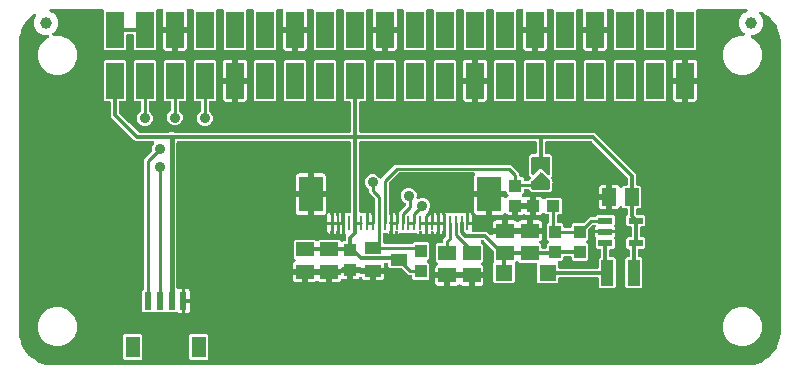
<source format=gbr>
G04 EAGLE Gerber RS-274X export*
G75*
%MOMM*%
%FSLAX34Y34*%
%LPD*%
%INBottom Copper*%
%IPPOS*%
%AMOC8*
5,1,8,0,0,1.08239X$1,22.5*%
G01*
%ADD10R,1.500000X1.240000*%
%ADD11R,1.524000X3.048000*%
%ADD12C,1.000000*%
%ADD13R,1.400000X1.000000*%
%ADD14R,1.000000X1.075000*%
%ADD15R,2.000000X3.000000*%
%ADD16R,0.275000X1.250000*%
%ADD17R,1.200000X0.550000*%
%ADD18R,1.075000X1.000000*%
%ADD19R,1.240000X1.500000*%
%ADD20R,1.016000X2.200000*%
%ADD21R,1.400000X1.400000*%
%ADD22C,0.381000*%
%ADD23R,0.600000X1.550000*%
%ADD24R,1.200000X1.800000*%
%ADD25C,0.906400*%
%ADD26C,0.254000*%
%ADD27C,0.304800*%
%ADD28C,0.406400*%

G36*
X620276Y2543D02*
X620276Y2543D01*
X620354Y2545D01*
X624451Y2867D01*
X624518Y2881D01*
X624587Y2885D01*
X624743Y2925D01*
X632536Y5457D01*
X632644Y5508D01*
X632754Y5551D01*
X632805Y5584D01*
X632824Y5593D01*
X632840Y5606D01*
X632890Y5638D01*
X639519Y10454D01*
X639606Y10535D01*
X639697Y10611D01*
X639736Y10658D01*
X639751Y10672D01*
X639762Y10689D01*
X639800Y10735D01*
X644616Y17364D01*
X644674Y17468D01*
X644737Y17568D01*
X644760Y17625D01*
X644770Y17643D01*
X644775Y17662D01*
X644797Y17718D01*
X647329Y25511D01*
X647342Y25579D01*
X647364Y25644D01*
X647387Y25803D01*
X647709Y29900D01*
X647708Y29922D01*
X647713Y30000D01*
X647713Y276604D01*
X647711Y276626D01*
X647709Y276704D01*
X647387Y280801D01*
X647373Y280868D01*
X647369Y280937D01*
X647329Y281093D01*
X644797Y288886D01*
X644746Y288994D01*
X644703Y289104D01*
X644670Y289155D01*
X644661Y289174D01*
X644648Y289190D01*
X644616Y289240D01*
X639800Y295869D01*
X639719Y295956D01*
X639643Y296047D01*
X639596Y296086D01*
X639582Y296101D01*
X639565Y296112D01*
X639519Y296150D01*
X632890Y300966D01*
X632786Y301024D01*
X632686Y301087D01*
X632629Y301110D01*
X632611Y301120D01*
X632592Y301125D01*
X632536Y301147D01*
X631099Y301614D01*
X631072Y301619D01*
X631048Y301629D01*
X630917Y301648D01*
X630786Y301673D01*
X630760Y301672D01*
X630733Y301676D01*
X630601Y301662D01*
X630469Y301653D01*
X630443Y301645D01*
X630417Y301642D01*
X630292Y301596D01*
X630166Y301555D01*
X630144Y301541D01*
X630119Y301531D01*
X630010Y301456D01*
X629898Y301385D01*
X629880Y301365D01*
X629857Y301350D01*
X629771Y301250D01*
X629680Y301153D01*
X629667Y301130D01*
X629650Y301109D01*
X629591Y300991D01*
X629527Y300875D01*
X629520Y300849D01*
X629508Y300824D01*
X629480Y300695D01*
X629447Y300567D01*
X629447Y300540D01*
X629442Y300513D01*
X629447Y300381D01*
X629447Y300249D01*
X629454Y300223D01*
X629455Y300196D01*
X629493Y300069D01*
X629526Y299940D01*
X629539Y299917D01*
X629547Y299891D01*
X629615Y299778D01*
X629679Y299662D01*
X629697Y299642D01*
X629711Y299619D01*
X629806Y299526D01*
X629828Y299502D01*
X632555Y294780D01*
X632555Y289420D01*
X629875Y284779D01*
X625234Y282099D01*
X623577Y282099D01*
X623507Y282091D01*
X623438Y282092D01*
X623350Y282071D01*
X623261Y282059D01*
X623196Y282034D01*
X623128Y282017D01*
X623049Y281975D01*
X622965Y281942D01*
X622909Y281901D01*
X622847Y281869D01*
X622781Y281808D01*
X622708Y281756D01*
X622664Y281702D01*
X622612Y281655D01*
X622563Y281580D01*
X622505Y281511D01*
X622476Y281447D01*
X622437Y281389D01*
X622408Y281304D01*
X622370Y281223D01*
X622357Y281154D01*
X622334Y281088D01*
X622327Y280999D01*
X622310Y280911D01*
X622314Y280841D01*
X622309Y280771D01*
X622324Y280683D01*
X622330Y280593D01*
X622351Y280527D01*
X622363Y280458D01*
X622400Y280376D01*
X622428Y280291D01*
X622465Y280232D01*
X622494Y280168D01*
X622550Y280098D01*
X622598Y280022D01*
X622649Y279974D01*
X622692Y279920D01*
X622764Y279865D01*
X622830Y279804D01*
X622891Y279770D01*
X622946Y279728D01*
X623091Y279657D01*
X624624Y279023D01*
X629277Y274370D01*
X631795Y268290D01*
X631795Y261710D01*
X629277Y255630D01*
X624624Y250977D01*
X618544Y248459D01*
X611964Y248459D01*
X605884Y250977D01*
X601231Y255630D01*
X598713Y261710D01*
X598713Y268290D01*
X601231Y274370D01*
X605884Y279023D01*
X611964Y281541D01*
X616105Y281541D01*
X616249Y281559D01*
X616394Y281574D01*
X616407Y281579D01*
X616420Y281581D01*
X616556Y281634D01*
X616692Y281685D01*
X616704Y281693D01*
X616716Y281698D01*
X616834Y281783D01*
X616954Y281866D01*
X616963Y281877D01*
X616973Y281884D01*
X617066Y281996D01*
X617162Y282107D01*
X617168Y282119D01*
X617176Y282129D01*
X617238Y282261D01*
X617303Y282392D01*
X617306Y282405D01*
X617312Y282417D01*
X617339Y282559D01*
X617370Y282703D01*
X617369Y282716D01*
X617372Y282729D01*
X617363Y282874D01*
X617357Y283020D01*
X617353Y283034D01*
X617352Y283047D01*
X617307Y283185D01*
X617265Y283325D01*
X617258Y283337D01*
X617254Y283349D01*
X617176Y283472D01*
X617100Y283597D01*
X617091Y283607D01*
X617084Y283618D01*
X616978Y283718D01*
X616874Y283820D01*
X616858Y283830D01*
X616852Y283836D01*
X616837Y283844D01*
X616739Y283909D01*
X615233Y284779D01*
X612553Y289420D01*
X612553Y294780D01*
X615233Y299421D01*
X619171Y301695D01*
X619287Y301783D01*
X619405Y301868D01*
X619414Y301879D01*
X619425Y301887D01*
X619515Y302001D01*
X619608Y302113D01*
X619614Y302126D01*
X619622Y302136D01*
X619682Y302270D01*
X619744Y302401D01*
X619746Y302414D01*
X619752Y302427D01*
X619776Y302571D01*
X619803Y302714D01*
X619802Y302727D01*
X619805Y302740D01*
X619793Y302886D01*
X619784Y303031D01*
X619779Y303044D01*
X619778Y303057D01*
X619730Y303195D01*
X619686Y303333D01*
X619678Y303345D01*
X619674Y303358D01*
X619593Y303479D01*
X619515Y303602D01*
X619506Y303611D01*
X619498Y303623D01*
X619390Y303720D01*
X619284Y303820D01*
X619272Y303827D01*
X619262Y303836D01*
X619133Y303903D01*
X619005Y303974D01*
X618992Y303977D01*
X618980Y303983D01*
X618838Y304017D01*
X618697Y304053D01*
X618679Y304054D01*
X618671Y304056D01*
X618654Y304056D01*
X618537Y304063D01*
X577472Y304063D01*
X577354Y304048D01*
X577235Y304041D01*
X577197Y304028D01*
X577156Y304023D01*
X577046Y303980D01*
X576933Y303943D01*
X576898Y303921D01*
X576861Y303906D01*
X576765Y303837D01*
X576664Y303773D01*
X576636Y303743D01*
X576603Y303720D01*
X576527Y303628D01*
X576446Y303541D01*
X576426Y303506D01*
X576401Y303475D01*
X576350Y303367D01*
X576292Y303263D01*
X576282Y303223D01*
X576265Y303187D01*
X576243Y303070D01*
X576213Y302955D01*
X576209Y302895D01*
X576205Y302875D01*
X576207Y302854D01*
X576203Y302794D01*
X576203Y270492D01*
X575012Y269301D01*
X558088Y269301D01*
X556897Y270492D01*
X556897Y302794D01*
X556882Y302912D01*
X556875Y303031D01*
X556862Y303069D01*
X556857Y303110D01*
X556814Y303220D01*
X556777Y303333D01*
X556755Y303368D01*
X556740Y303405D01*
X556671Y303501D01*
X556607Y303602D01*
X556577Y303630D01*
X556554Y303663D01*
X556462Y303739D01*
X556375Y303820D01*
X556340Y303840D01*
X556309Y303865D01*
X556201Y303916D01*
X556097Y303974D01*
X556057Y303984D01*
X556021Y304001D01*
X555904Y304023D01*
X555789Y304053D01*
X555729Y304057D01*
X555709Y304061D01*
X555688Y304059D01*
X555628Y304063D01*
X552072Y304063D01*
X551954Y304048D01*
X551835Y304041D01*
X551797Y304028D01*
X551756Y304023D01*
X551646Y303980D01*
X551533Y303943D01*
X551498Y303921D01*
X551461Y303906D01*
X551365Y303837D01*
X551264Y303773D01*
X551236Y303743D01*
X551203Y303720D01*
X551127Y303628D01*
X551046Y303541D01*
X551026Y303506D01*
X551001Y303475D01*
X550950Y303367D01*
X550892Y303263D01*
X550882Y303223D01*
X550865Y303187D01*
X550843Y303070D01*
X550813Y302955D01*
X550809Y302895D01*
X550805Y302875D01*
X550807Y302854D01*
X550803Y302794D01*
X550803Y270492D01*
X549612Y269301D01*
X532688Y269301D01*
X531497Y270492D01*
X531497Y302794D01*
X531482Y302912D01*
X531475Y303031D01*
X531462Y303069D01*
X531457Y303110D01*
X531414Y303220D01*
X531377Y303333D01*
X531355Y303368D01*
X531340Y303405D01*
X531271Y303501D01*
X531207Y303602D01*
X531177Y303630D01*
X531154Y303663D01*
X531062Y303739D01*
X530975Y303820D01*
X530940Y303840D01*
X530909Y303865D01*
X530801Y303916D01*
X530697Y303974D01*
X530657Y303984D01*
X530621Y304001D01*
X530504Y304023D01*
X530389Y304053D01*
X530329Y304057D01*
X530309Y304061D01*
X530288Y304059D01*
X530228Y304063D01*
X526672Y304063D01*
X526554Y304048D01*
X526435Y304041D01*
X526397Y304028D01*
X526356Y304023D01*
X526246Y303980D01*
X526133Y303943D01*
X526098Y303921D01*
X526061Y303906D01*
X525965Y303837D01*
X525864Y303773D01*
X525836Y303743D01*
X525803Y303720D01*
X525727Y303628D01*
X525646Y303541D01*
X525626Y303506D01*
X525601Y303475D01*
X525550Y303367D01*
X525492Y303263D01*
X525482Y303223D01*
X525465Y303187D01*
X525443Y303070D01*
X525413Y302955D01*
X525409Y302895D01*
X525405Y302875D01*
X525407Y302854D01*
X525403Y302794D01*
X525403Y270492D01*
X524212Y269301D01*
X507288Y269301D01*
X506097Y270492D01*
X506097Y302794D01*
X506082Y302912D01*
X506075Y303031D01*
X506062Y303069D01*
X506057Y303110D01*
X506014Y303220D01*
X505977Y303333D01*
X505955Y303368D01*
X505940Y303405D01*
X505871Y303501D01*
X505807Y303602D01*
X505777Y303630D01*
X505754Y303663D01*
X505662Y303739D01*
X505575Y303820D01*
X505540Y303840D01*
X505509Y303865D01*
X505401Y303916D01*
X505297Y303974D01*
X505257Y303984D01*
X505221Y304001D01*
X505104Y304023D01*
X504989Y304053D01*
X504929Y304057D01*
X504909Y304061D01*
X504888Y304059D01*
X504828Y304063D01*
X501652Y304063D01*
X501527Y304047D01*
X501402Y304038D01*
X501370Y304028D01*
X501336Y304023D01*
X501219Y303977D01*
X501100Y303937D01*
X501072Y303919D01*
X501041Y303906D01*
X500939Y303832D01*
X500833Y303764D01*
X500811Y303739D01*
X500783Y303720D01*
X500703Y303623D01*
X500618Y303530D01*
X500602Y303501D01*
X500580Y303475D01*
X500527Y303361D01*
X500467Y303250D01*
X500459Y303217D01*
X500445Y303187D01*
X500421Y303064D01*
X500391Y302941D01*
X500391Y302908D01*
X500385Y302875D01*
X500393Y302749D01*
X500394Y302623D01*
X500404Y302575D01*
X500405Y302557D01*
X500411Y302537D01*
X500426Y302465D01*
X500511Y302149D01*
X500511Y289113D01*
X491620Y289113D01*
X491502Y289098D01*
X491383Y289091D01*
X491345Y289078D01*
X491305Y289073D01*
X491194Y289029D01*
X491081Y288993D01*
X491046Y288971D01*
X491009Y288956D01*
X490913Y288886D01*
X490812Y288823D01*
X490784Y288793D01*
X490752Y288769D01*
X490676Y288678D01*
X490594Y288591D01*
X490575Y288556D01*
X490549Y288524D01*
X490498Y288417D01*
X490441Y288313D01*
X490430Y288273D01*
X490413Y288237D01*
X490391Y288120D01*
X490361Y288005D01*
X490357Y287944D01*
X490353Y287924D01*
X490355Y287904D01*
X490351Y287844D01*
X490351Y286573D01*
X490349Y286573D01*
X490349Y287844D01*
X490334Y287962D01*
X490327Y288081D01*
X490314Y288119D01*
X490309Y288159D01*
X490265Y288270D01*
X490229Y288383D01*
X490207Y288418D01*
X490192Y288455D01*
X490122Y288551D01*
X490059Y288652D01*
X490029Y288680D01*
X490005Y288712D01*
X489914Y288788D01*
X489827Y288870D01*
X489792Y288889D01*
X489760Y288915D01*
X489653Y288966D01*
X489549Y289023D01*
X489509Y289034D01*
X489473Y289051D01*
X489356Y289073D01*
X489241Y289103D01*
X489180Y289107D01*
X489160Y289111D01*
X489140Y289109D01*
X489080Y289113D01*
X480189Y289113D01*
X480189Y302149D01*
X480274Y302465D01*
X480291Y302590D01*
X480315Y302714D01*
X480313Y302747D01*
X480317Y302781D01*
X480303Y302906D01*
X480295Y303031D01*
X480285Y303063D01*
X480281Y303096D01*
X480236Y303214D01*
X480197Y303333D01*
X480179Y303362D01*
X480167Y303393D01*
X480094Y303496D01*
X480027Y303602D01*
X480002Y303625D01*
X479983Y303653D01*
X479887Y303734D01*
X479795Y303820D01*
X479766Y303836D01*
X479740Y303858D01*
X479627Y303913D01*
X479517Y303974D01*
X479484Y303982D01*
X479454Y303997D01*
X479330Y304022D01*
X479209Y304053D01*
X479160Y304056D01*
X479142Y304060D01*
X479120Y304059D01*
X479048Y304063D01*
X475872Y304063D01*
X475754Y304048D01*
X475635Y304041D01*
X475597Y304028D01*
X475556Y304023D01*
X475446Y303980D01*
X475333Y303943D01*
X475298Y303921D01*
X475261Y303906D01*
X475165Y303837D01*
X475064Y303773D01*
X475036Y303743D01*
X475003Y303720D01*
X474927Y303628D01*
X474846Y303541D01*
X474826Y303506D01*
X474801Y303475D01*
X474750Y303367D01*
X474692Y303263D01*
X474682Y303223D01*
X474665Y303187D01*
X474643Y303070D01*
X474613Y302955D01*
X474609Y302895D01*
X474605Y302875D01*
X474607Y302854D01*
X474603Y302794D01*
X474603Y270492D01*
X473412Y269301D01*
X456488Y269301D01*
X455297Y270492D01*
X455297Y302794D01*
X455282Y302912D01*
X455275Y303031D01*
X455262Y303069D01*
X455257Y303110D01*
X455214Y303220D01*
X455177Y303333D01*
X455155Y303368D01*
X455140Y303405D01*
X455071Y303501D01*
X455007Y303602D01*
X454977Y303630D01*
X454954Y303663D01*
X454862Y303739D01*
X454775Y303820D01*
X454740Y303840D01*
X454709Y303865D01*
X454601Y303916D01*
X454497Y303974D01*
X454457Y303984D01*
X454421Y304001D01*
X454304Y304023D01*
X454189Y304053D01*
X454129Y304057D01*
X454109Y304061D01*
X454088Y304059D01*
X454028Y304063D01*
X450852Y304063D01*
X450727Y304047D01*
X450602Y304038D01*
X450570Y304028D01*
X450536Y304023D01*
X450419Y303977D01*
X450300Y303937D01*
X450272Y303919D01*
X450241Y303906D01*
X450139Y303832D01*
X450033Y303764D01*
X450011Y303739D01*
X449983Y303720D01*
X449903Y303623D01*
X449818Y303530D01*
X449802Y303501D01*
X449780Y303475D01*
X449727Y303361D01*
X449667Y303250D01*
X449659Y303217D01*
X449645Y303187D01*
X449621Y303064D01*
X449591Y302941D01*
X449591Y302908D01*
X449585Y302875D01*
X449593Y302749D01*
X449594Y302623D01*
X449604Y302575D01*
X449605Y302557D01*
X449611Y302537D01*
X449626Y302465D01*
X449711Y302149D01*
X449711Y289113D01*
X440820Y289113D01*
X440702Y289098D01*
X440583Y289091D01*
X440545Y289078D01*
X440505Y289073D01*
X440394Y289029D01*
X440281Y288993D01*
X440246Y288971D01*
X440209Y288956D01*
X440113Y288886D01*
X440012Y288823D01*
X439984Y288793D01*
X439952Y288769D01*
X439876Y288678D01*
X439794Y288591D01*
X439775Y288556D01*
X439749Y288524D01*
X439698Y288417D01*
X439641Y288313D01*
X439630Y288273D01*
X439613Y288237D01*
X439591Y288120D01*
X439561Y288005D01*
X439557Y287944D01*
X439553Y287924D01*
X439555Y287904D01*
X439551Y287844D01*
X439551Y286573D01*
X439549Y286573D01*
X439549Y287844D01*
X439534Y287962D01*
X439527Y288081D01*
X439514Y288119D01*
X439509Y288159D01*
X439465Y288270D01*
X439429Y288383D01*
X439407Y288418D01*
X439392Y288455D01*
X439322Y288551D01*
X439259Y288652D01*
X439229Y288680D01*
X439205Y288712D01*
X439114Y288788D01*
X439027Y288870D01*
X438992Y288889D01*
X438960Y288915D01*
X438853Y288966D01*
X438749Y289023D01*
X438709Y289034D01*
X438673Y289051D01*
X438556Y289073D01*
X438441Y289103D01*
X438380Y289107D01*
X438360Y289111D01*
X438340Y289109D01*
X438280Y289113D01*
X429389Y289113D01*
X429389Y302149D01*
X429474Y302465D01*
X429491Y302590D01*
X429515Y302714D01*
X429513Y302747D01*
X429517Y302781D01*
X429503Y302906D01*
X429495Y303031D01*
X429485Y303063D01*
X429481Y303096D01*
X429436Y303214D01*
X429397Y303333D01*
X429379Y303362D01*
X429367Y303393D01*
X429294Y303496D01*
X429227Y303602D01*
X429202Y303625D01*
X429183Y303653D01*
X429087Y303734D01*
X428995Y303820D01*
X428966Y303836D01*
X428940Y303858D01*
X428827Y303913D01*
X428717Y303974D01*
X428684Y303982D01*
X428654Y303997D01*
X428530Y304022D01*
X428409Y304053D01*
X428360Y304056D01*
X428342Y304060D01*
X428320Y304059D01*
X428248Y304063D01*
X425072Y304063D01*
X424954Y304048D01*
X424835Y304041D01*
X424797Y304028D01*
X424756Y304023D01*
X424646Y303980D01*
X424533Y303943D01*
X424498Y303921D01*
X424461Y303906D01*
X424365Y303837D01*
X424264Y303773D01*
X424236Y303743D01*
X424203Y303720D01*
X424127Y303628D01*
X424046Y303541D01*
X424026Y303506D01*
X424001Y303475D01*
X423950Y303367D01*
X423892Y303263D01*
X423882Y303223D01*
X423865Y303187D01*
X423843Y303070D01*
X423813Y302955D01*
X423809Y302895D01*
X423805Y302875D01*
X423807Y302854D01*
X423803Y302794D01*
X423803Y270492D01*
X422612Y269301D01*
X405688Y269301D01*
X404497Y270492D01*
X404497Y302794D01*
X404482Y302912D01*
X404475Y303031D01*
X404462Y303069D01*
X404457Y303110D01*
X404414Y303220D01*
X404377Y303333D01*
X404355Y303368D01*
X404340Y303405D01*
X404271Y303501D01*
X404207Y303602D01*
X404177Y303630D01*
X404154Y303663D01*
X404062Y303739D01*
X403975Y303820D01*
X403940Y303840D01*
X403909Y303865D01*
X403801Y303916D01*
X403697Y303974D01*
X403657Y303984D01*
X403621Y304001D01*
X403504Y304023D01*
X403389Y304053D01*
X403329Y304057D01*
X403309Y304061D01*
X403288Y304059D01*
X403228Y304063D01*
X399672Y304063D01*
X399554Y304048D01*
X399435Y304041D01*
X399397Y304028D01*
X399356Y304023D01*
X399246Y303980D01*
X399133Y303943D01*
X399098Y303921D01*
X399061Y303906D01*
X398965Y303837D01*
X398864Y303773D01*
X398836Y303743D01*
X398803Y303720D01*
X398727Y303628D01*
X398646Y303541D01*
X398626Y303506D01*
X398601Y303475D01*
X398550Y303367D01*
X398492Y303263D01*
X398482Y303223D01*
X398465Y303187D01*
X398443Y303070D01*
X398413Y302955D01*
X398409Y302895D01*
X398405Y302875D01*
X398407Y302854D01*
X398403Y302794D01*
X398403Y270492D01*
X397212Y269301D01*
X380288Y269301D01*
X379097Y270492D01*
X379097Y302794D01*
X379082Y302912D01*
X379075Y303031D01*
X379062Y303069D01*
X379057Y303110D01*
X379014Y303220D01*
X378977Y303333D01*
X378955Y303368D01*
X378940Y303405D01*
X378871Y303501D01*
X378807Y303602D01*
X378777Y303630D01*
X378754Y303663D01*
X378662Y303739D01*
X378575Y303820D01*
X378540Y303840D01*
X378509Y303865D01*
X378401Y303916D01*
X378297Y303974D01*
X378257Y303984D01*
X378221Y304001D01*
X378104Y304023D01*
X377989Y304053D01*
X377929Y304057D01*
X377909Y304061D01*
X377888Y304059D01*
X377828Y304063D01*
X374272Y304063D01*
X374154Y304048D01*
X374035Y304041D01*
X373997Y304028D01*
X373956Y304023D01*
X373846Y303980D01*
X373733Y303943D01*
X373698Y303921D01*
X373661Y303906D01*
X373565Y303837D01*
X373464Y303773D01*
X373436Y303743D01*
X373403Y303720D01*
X373327Y303628D01*
X373246Y303541D01*
X373226Y303506D01*
X373201Y303475D01*
X373150Y303367D01*
X373092Y303263D01*
X373082Y303223D01*
X373065Y303187D01*
X373043Y303070D01*
X373013Y302955D01*
X373009Y302895D01*
X373005Y302875D01*
X373007Y302854D01*
X373003Y302794D01*
X373003Y270492D01*
X371812Y269301D01*
X354888Y269301D01*
X353697Y270492D01*
X353697Y302794D01*
X353682Y302912D01*
X353675Y303031D01*
X353662Y303069D01*
X353657Y303110D01*
X353614Y303220D01*
X353577Y303333D01*
X353555Y303368D01*
X353540Y303405D01*
X353471Y303501D01*
X353407Y303602D01*
X353377Y303630D01*
X353354Y303663D01*
X353262Y303739D01*
X353175Y303820D01*
X353140Y303840D01*
X353109Y303865D01*
X353001Y303916D01*
X352897Y303974D01*
X352857Y303984D01*
X352821Y304001D01*
X352704Y304023D01*
X352589Y304053D01*
X352529Y304057D01*
X352509Y304061D01*
X352488Y304059D01*
X352428Y304063D01*
X348872Y304063D01*
X348754Y304048D01*
X348635Y304041D01*
X348597Y304028D01*
X348556Y304023D01*
X348446Y303980D01*
X348333Y303943D01*
X348298Y303921D01*
X348261Y303906D01*
X348165Y303837D01*
X348064Y303773D01*
X348036Y303743D01*
X348003Y303720D01*
X347927Y303628D01*
X347846Y303541D01*
X347826Y303506D01*
X347801Y303475D01*
X347750Y303367D01*
X347692Y303263D01*
X347682Y303223D01*
X347665Y303187D01*
X347643Y303070D01*
X347613Y302955D01*
X347609Y302895D01*
X347605Y302875D01*
X347607Y302854D01*
X347603Y302794D01*
X347603Y270492D01*
X346412Y269301D01*
X329488Y269301D01*
X328297Y270492D01*
X328297Y302794D01*
X328282Y302912D01*
X328275Y303031D01*
X328262Y303069D01*
X328257Y303110D01*
X328214Y303220D01*
X328177Y303333D01*
X328155Y303368D01*
X328140Y303405D01*
X328071Y303501D01*
X328007Y303602D01*
X327977Y303630D01*
X327954Y303663D01*
X327862Y303739D01*
X327775Y303820D01*
X327740Y303840D01*
X327709Y303865D01*
X327601Y303916D01*
X327497Y303974D01*
X327457Y303984D01*
X327421Y304001D01*
X327304Y304023D01*
X327189Y304053D01*
X327129Y304057D01*
X327109Y304061D01*
X327088Y304059D01*
X327028Y304063D01*
X323852Y304063D01*
X323727Y304047D01*
X323602Y304038D01*
X323570Y304028D01*
X323536Y304023D01*
X323419Y303977D01*
X323300Y303937D01*
X323272Y303919D01*
X323241Y303906D01*
X323139Y303832D01*
X323033Y303764D01*
X323011Y303739D01*
X322983Y303720D01*
X322903Y303623D01*
X322818Y303530D01*
X322802Y303501D01*
X322780Y303475D01*
X322727Y303361D01*
X322667Y303250D01*
X322659Y303217D01*
X322645Y303187D01*
X322621Y303064D01*
X322591Y302941D01*
X322591Y302908D01*
X322585Y302875D01*
X322593Y302749D01*
X322594Y302623D01*
X322604Y302575D01*
X322605Y302557D01*
X322611Y302537D01*
X322626Y302465D01*
X322711Y302149D01*
X322711Y289113D01*
X313820Y289113D01*
X313702Y289098D01*
X313583Y289091D01*
X313545Y289078D01*
X313505Y289073D01*
X313394Y289029D01*
X313281Y288993D01*
X313246Y288971D01*
X313209Y288956D01*
X313113Y288886D01*
X313012Y288823D01*
X312984Y288793D01*
X312952Y288769D01*
X312876Y288678D01*
X312794Y288591D01*
X312775Y288556D01*
X312749Y288524D01*
X312698Y288417D01*
X312641Y288313D01*
X312630Y288273D01*
X312613Y288237D01*
X312591Y288120D01*
X312561Y288005D01*
X312557Y287944D01*
X312553Y287924D01*
X312555Y287904D01*
X312551Y287844D01*
X312551Y286573D01*
X312549Y286573D01*
X312549Y287844D01*
X312534Y287962D01*
X312527Y288081D01*
X312514Y288119D01*
X312509Y288159D01*
X312465Y288270D01*
X312429Y288383D01*
X312407Y288418D01*
X312392Y288455D01*
X312322Y288551D01*
X312259Y288652D01*
X312229Y288680D01*
X312205Y288712D01*
X312114Y288788D01*
X312027Y288870D01*
X311992Y288889D01*
X311960Y288915D01*
X311853Y288966D01*
X311749Y289023D01*
X311709Y289034D01*
X311673Y289051D01*
X311556Y289073D01*
X311441Y289103D01*
X311380Y289107D01*
X311360Y289111D01*
X311340Y289109D01*
X311280Y289113D01*
X302389Y289113D01*
X302389Y302149D01*
X302474Y302465D01*
X302491Y302590D01*
X302515Y302714D01*
X302513Y302747D01*
X302517Y302781D01*
X302503Y302906D01*
X302495Y303031D01*
X302485Y303063D01*
X302481Y303096D01*
X302436Y303214D01*
X302397Y303333D01*
X302379Y303362D01*
X302367Y303393D01*
X302294Y303496D01*
X302227Y303602D01*
X302202Y303625D01*
X302183Y303653D01*
X302087Y303734D01*
X301995Y303820D01*
X301966Y303836D01*
X301940Y303858D01*
X301827Y303913D01*
X301717Y303974D01*
X301684Y303982D01*
X301654Y303997D01*
X301530Y304022D01*
X301409Y304053D01*
X301360Y304056D01*
X301342Y304060D01*
X301320Y304059D01*
X301248Y304063D01*
X298072Y304063D01*
X297954Y304048D01*
X297835Y304041D01*
X297797Y304028D01*
X297756Y304023D01*
X297646Y303980D01*
X297533Y303943D01*
X297498Y303921D01*
X297461Y303906D01*
X297365Y303837D01*
X297264Y303773D01*
X297236Y303743D01*
X297203Y303720D01*
X297127Y303628D01*
X297046Y303541D01*
X297026Y303506D01*
X297001Y303475D01*
X296950Y303367D01*
X296892Y303263D01*
X296882Y303223D01*
X296865Y303187D01*
X296843Y303070D01*
X296813Y302955D01*
X296809Y302895D01*
X296805Y302875D01*
X296807Y302854D01*
X296803Y302794D01*
X296803Y270492D01*
X295612Y269301D01*
X278688Y269301D01*
X277497Y270492D01*
X277497Y302794D01*
X277482Y302912D01*
X277475Y303031D01*
X277462Y303069D01*
X277457Y303110D01*
X277414Y303220D01*
X277377Y303333D01*
X277355Y303368D01*
X277340Y303405D01*
X277271Y303501D01*
X277207Y303602D01*
X277177Y303630D01*
X277154Y303663D01*
X277062Y303739D01*
X276975Y303820D01*
X276940Y303840D01*
X276909Y303865D01*
X276801Y303916D01*
X276697Y303974D01*
X276657Y303984D01*
X276621Y304001D01*
X276504Y304023D01*
X276389Y304053D01*
X276329Y304057D01*
X276309Y304061D01*
X276288Y304059D01*
X276228Y304063D01*
X272672Y304063D01*
X272554Y304048D01*
X272435Y304041D01*
X272397Y304028D01*
X272356Y304023D01*
X272246Y303980D01*
X272133Y303943D01*
X272098Y303921D01*
X272061Y303906D01*
X271965Y303837D01*
X271864Y303773D01*
X271836Y303743D01*
X271803Y303720D01*
X271727Y303628D01*
X271646Y303541D01*
X271626Y303506D01*
X271601Y303475D01*
X271550Y303367D01*
X271492Y303263D01*
X271482Y303223D01*
X271465Y303187D01*
X271443Y303070D01*
X271413Y302955D01*
X271409Y302895D01*
X271405Y302875D01*
X271407Y302854D01*
X271403Y302794D01*
X271403Y270492D01*
X270212Y269301D01*
X253288Y269301D01*
X252097Y270492D01*
X252097Y302794D01*
X252082Y302912D01*
X252075Y303031D01*
X252062Y303069D01*
X252057Y303110D01*
X252014Y303220D01*
X251977Y303333D01*
X251955Y303368D01*
X251940Y303405D01*
X251871Y303501D01*
X251807Y303602D01*
X251777Y303630D01*
X251754Y303663D01*
X251662Y303739D01*
X251575Y303820D01*
X251540Y303840D01*
X251509Y303865D01*
X251401Y303916D01*
X251297Y303974D01*
X251257Y303984D01*
X251221Y304001D01*
X251104Y304023D01*
X250989Y304053D01*
X250929Y304057D01*
X250909Y304061D01*
X250888Y304059D01*
X250828Y304063D01*
X247652Y304063D01*
X247527Y304047D01*
X247402Y304038D01*
X247370Y304028D01*
X247336Y304023D01*
X247219Y303977D01*
X247100Y303937D01*
X247072Y303919D01*
X247041Y303906D01*
X246939Y303832D01*
X246833Y303764D01*
X246811Y303739D01*
X246783Y303720D01*
X246703Y303623D01*
X246618Y303530D01*
X246602Y303501D01*
X246580Y303475D01*
X246527Y303361D01*
X246467Y303250D01*
X246459Y303217D01*
X246445Y303187D01*
X246421Y303064D01*
X246391Y302941D01*
X246391Y302908D01*
X246385Y302875D01*
X246393Y302749D01*
X246394Y302623D01*
X246404Y302575D01*
X246405Y302557D01*
X246411Y302537D01*
X246426Y302465D01*
X246511Y302149D01*
X246511Y289113D01*
X237620Y289113D01*
X237502Y289098D01*
X237383Y289091D01*
X237345Y289078D01*
X237305Y289073D01*
X237194Y289029D01*
X237081Y288993D01*
X237046Y288971D01*
X237009Y288956D01*
X236913Y288886D01*
X236812Y288823D01*
X236784Y288793D01*
X236752Y288769D01*
X236676Y288678D01*
X236594Y288591D01*
X236575Y288556D01*
X236549Y288524D01*
X236498Y288417D01*
X236441Y288313D01*
X236430Y288273D01*
X236413Y288237D01*
X236391Y288120D01*
X236361Y288005D01*
X236357Y287944D01*
X236353Y287924D01*
X236355Y287904D01*
X236351Y287844D01*
X236351Y286573D01*
X236349Y286573D01*
X236349Y287844D01*
X236334Y287962D01*
X236327Y288081D01*
X236314Y288119D01*
X236309Y288159D01*
X236265Y288270D01*
X236229Y288383D01*
X236207Y288418D01*
X236192Y288455D01*
X236122Y288551D01*
X236059Y288652D01*
X236029Y288680D01*
X236005Y288712D01*
X235914Y288788D01*
X235827Y288870D01*
X235792Y288889D01*
X235760Y288915D01*
X235653Y288966D01*
X235549Y289023D01*
X235509Y289034D01*
X235473Y289051D01*
X235356Y289073D01*
X235241Y289103D01*
X235180Y289107D01*
X235160Y289111D01*
X235140Y289109D01*
X235080Y289113D01*
X226189Y289113D01*
X226189Y302149D01*
X226274Y302465D01*
X226291Y302590D01*
X226315Y302714D01*
X226313Y302747D01*
X226317Y302781D01*
X226303Y302906D01*
X226295Y303031D01*
X226285Y303063D01*
X226281Y303096D01*
X226236Y303214D01*
X226197Y303333D01*
X226179Y303362D01*
X226167Y303393D01*
X226094Y303496D01*
X226027Y303602D01*
X226002Y303625D01*
X225983Y303653D01*
X225887Y303734D01*
X225795Y303820D01*
X225766Y303836D01*
X225740Y303858D01*
X225627Y303913D01*
X225517Y303974D01*
X225484Y303982D01*
X225454Y303997D01*
X225330Y304022D01*
X225209Y304053D01*
X225160Y304056D01*
X225142Y304060D01*
X225120Y304059D01*
X225048Y304063D01*
X221872Y304063D01*
X221754Y304048D01*
X221635Y304041D01*
X221597Y304028D01*
X221556Y304023D01*
X221446Y303980D01*
X221333Y303943D01*
X221298Y303921D01*
X221261Y303906D01*
X221165Y303837D01*
X221064Y303773D01*
X221036Y303743D01*
X221003Y303720D01*
X220927Y303628D01*
X220846Y303541D01*
X220826Y303506D01*
X220801Y303475D01*
X220750Y303367D01*
X220692Y303263D01*
X220682Y303223D01*
X220665Y303187D01*
X220643Y303070D01*
X220613Y302955D01*
X220609Y302895D01*
X220605Y302875D01*
X220607Y302854D01*
X220603Y302794D01*
X220603Y270492D01*
X219412Y269301D01*
X202488Y269301D01*
X201297Y270492D01*
X201297Y302794D01*
X201282Y302912D01*
X201275Y303031D01*
X201262Y303069D01*
X201257Y303110D01*
X201214Y303220D01*
X201177Y303333D01*
X201155Y303368D01*
X201140Y303405D01*
X201071Y303501D01*
X201007Y303602D01*
X200977Y303630D01*
X200954Y303663D01*
X200862Y303739D01*
X200775Y303820D01*
X200740Y303840D01*
X200709Y303865D01*
X200601Y303916D01*
X200497Y303974D01*
X200457Y303984D01*
X200421Y304001D01*
X200304Y304023D01*
X200189Y304053D01*
X200129Y304057D01*
X200109Y304061D01*
X200088Y304059D01*
X200028Y304063D01*
X196472Y304063D01*
X196354Y304048D01*
X196235Y304041D01*
X196197Y304028D01*
X196156Y304023D01*
X196046Y303980D01*
X195933Y303943D01*
X195898Y303921D01*
X195861Y303906D01*
X195765Y303837D01*
X195664Y303773D01*
X195636Y303743D01*
X195603Y303720D01*
X195527Y303628D01*
X195446Y303541D01*
X195426Y303506D01*
X195401Y303475D01*
X195350Y303367D01*
X195292Y303263D01*
X195282Y303223D01*
X195265Y303187D01*
X195243Y303070D01*
X195213Y302955D01*
X195209Y302895D01*
X195205Y302875D01*
X195207Y302854D01*
X195203Y302794D01*
X195203Y270492D01*
X194012Y269301D01*
X177088Y269301D01*
X175897Y270492D01*
X175897Y302794D01*
X175882Y302912D01*
X175875Y303031D01*
X175862Y303069D01*
X175857Y303110D01*
X175814Y303220D01*
X175777Y303333D01*
X175755Y303368D01*
X175740Y303405D01*
X175671Y303501D01*
X175607Y303602D01*
X175577Y303630D01*
X175554Y303663D01*
X175462Y303739D01*
X175375Y303820D01*
X175340Y303840D01*
X175309Y303865D01*
X175201Y303916D01*
X175097Y303974D01*
X175057Y303984D01*
X175021Y304001D01*
X174904Y304023D01*
X174789Y304053D01*
X174729Y304057D01*
X174709Y304061D01*
X174688Y304059D01*
X174628Y304063D01*
X171072Y304063D01*
X170954Y304048D01*
X170835Y304041D01*
X170797Y304028D01*
X170756Y304023D01*
X170646Y303980D01*
X170533Y303943D01*
X170498Y303921D01*
X170461Y303906D01*
X170365Y303837D01*
X170264Y303773D01*
X170236Y303743D01*
X170203Y303720D01*
X170127Y303628D01*
X170046Y303541D01*
X170026Y303506D01*
X170001Y303475D01*
X169950Y303367D01*
X169892Y303263D01*
X169882Y303223D01*
X169865Y303187D01*
X169843Y303070D01*
X169813Y302955D01*
X169809Y302895D01*
X169805Y302875D01*
X169807Y302854D01*
X169803Y302794D01*
X169803Y270492D01*
X168612Y269301D01*
X151688Y269301D01*
X150497Y270492D01*
X150497Y302794D01*
X150482Y302912D01*
X150475Y303031D01*
X150462Y303069D01*
X150457Y303110D01*
X150414Y303220D01*
X150377Y303333D01*
X150355Y303368D01*
X150340Y303405D01*
X150271Y303501D01*
X150207Y303602D01*
X150177Y303630D01*
X150154Y303663D01*
X150062Y303739D01*
X149975Y303820D01*
X149940Y303840D01*
X149909Y303865D01*
X149801Y303916D01*
X149697Y303974D01*
X149657Y303984D01*
X149621Y304001D01*
X149504Y304023D01*
X149389Y304053D01*
X149329Y304057D01*
X149309Y304061D01*
X149288Y304059D01*
X149228Y304063D01*
X146052Y304063D01*
X145927Y304047D01*
X145802Y304038D01*
X145770Y304028D01*
X145736Y304023D01*
X145619Y303977D01*
X145500Y303937D01*
X145472Y303919D01*
X145441Y303906D01*
X145339Y303832D01*
X145233Y303764D01*
X145211Y303739D01*
X145183Y303720D01*
X145103Y303623D01*
X145018Y303530D01*
X145002Y303501D01*
X144980Y303475D01*
X144927Y303361D01*
X144867Y303250D01*
X144859Y303217D01*
X144845Y303187D01*
X144821Y303064D01*
X144791Y302941D01*
X144791Y302908D01*
X144785Y302875D01*
X144793Y302749D01*
X144794Y302623D01*
X144804Y302575D01*
X144805Y302557D01*
X144811Y302537D01*
X144826Y302465D01*
X144911Y302149D01*
X144911Y289113D01*
X136020Y289113D01*
X135902Y289098D01*
X135783Y289091D01*
X135745Y289078D01*
X135705Y289073D01*
X135594Y289029D01*
X135481Y288993D01*
X135446Y288971D01*
X135409Y288956D01*
X135313Y288886D01*
X135212Y288823D01*
X135184Y288793D01*
X135152Y288769D01*
X135076Y288678D01*
X134994Y288591D01*
X134975Y288556D01*
X134949Y288524D01*
X134898Y288417D01*
X134841Y288313D01*
X134830Y288273D01*
X134813Y288237D01*
X134791Y288120D01*
X134761Y288005D01*
X134757Y287944D01*
X134753Y287924D01*
X134755Y287904D01*
X134751Y287844D01*
X134751Y286573D01*
X134749Y286573D01*
X134749Y287844D01*
X134734Y287962D01*
X134727Y288081D01*
X134714Y288119D01*
X134709Y288159D01*
X134665Y288270D01*
X134629Y288383D01*
X134607Y288418D01*
X134592Y288455D01*
X134522Y288551D01*
X134459Y288652D01*
X134429Y288680D01*
X134405Y288712D01*
X134314Y288788D01*
X134227Y288870D01*
X134192Y288889D01*
X134160Y288915D01*
X134053Y288966D01*
X133949Y289023D01*
X133909Y289034D01*
X133873Y289051D01*
X133756Y289073D01*
X133641Y289103D01*
X133580Y289107D01*
X133560Y289111D01*
X133540Y289109D01*
X133480Y289113D01*
X124589Y289113D01*
X124589Y302149D01*
X124674Y302465D01*
X124691Y302590D01*
X124715Y302714D01*
X124713Y302747D01*
X124717Y302781D01*
X124703Y302906D01*
X124695Y303031D01*
X124685Y303063D01*
X124681Y303096D01*
X124636Y303214D01*
X124597Y303333D01*
X124579Y303362D01*
X124567Y303393D01*
X124494Y303496D01*
X124427Y303602D01*
X124402Y303625D01*
X124383Y303653D01*
X124287Y303734D01*
X124195Y303820D01*
X124166Y303836D01*
X124140Y303858D01*
X124027Y303913D01*
X123917Y303974D01*
X123884Y303982D01*
X123854Y303997D01*
X123730Y304022D01*
X123609Y304053D01*
X123560Y304056D01*
X123542Y304060D01*
X123520Y304059D01*
X123448Y304063D01*
X120272Y304063D01*
X120154Y304048D01*
X120035Y304041D01*
X119997Y304028D01*
X119956Y304023D01*
X119846Y303980D01*
X119733Y303943D01*
X119698Y303921D01*
X119661Y303906D01*
X119565Y303837D01*
X119464Y303773D01*
X119436Y303743D01*
X119403Y303720D01*
X119327Y303628D01*
X119246Y303541D01*
X119226Y303506D01*
X119201Y303475D01*
X119150Y303367D01*
X119092Y303263D01*
X119082Y303223D01*
X119065Y303187D01*
X119043Y303070D01*
X119013Y302955D01*
X119009Y302895D01*
X119005Y302875D01*
X119007Y302854D01*
X119003Y302794D01*
X119003Y270492D01*
X117812Y269301D01*
X100888Y269301D01*
X99697Y270492D01*
X99697Y281748D01*
X99682Y281866D01*
X99675Y281985D01*
X99662Y282023D01*
X99657Y282064D01*
X99614Y282174D01*
X99577Y282287D01*
X99555Y282322D01*
X99540Y282359D01*
X99471Y282455D01*
X99407Y282556D01*
X99377Y282584D01*
X99354Y282617D01*
X99262Y282693D01*
X99175Y282774D01*
X99140Y282794D01*
X99109Y282819D01*
X99001Y282870D01*
X98897Y282928D01*
X98857Y282938D01*
X98821Y282955D01*
X98704Y282977D01*
X98589Y283007D01*
X98529Y283011D01*
X98509Y283015D01*
X98488Y283013D01*
X98428Y283017D01*
X94872Y283017D01*
X94754Y283002D01*
X94635Y282995D01*
X94597Y282982D01*
X94556Y282977D01*
X94446Y282934D01*
X94333Y282897D01*
X94298Y282875D01*
X94261Y282860D01*
X94165Y282791D01*
X94064Y282727D01*
X94036Y282697D01*
X94003Y282674D01*
X93927Y282582D01*
X93846Y282495D01*
X93826Y282460D01*
X93801Y282429D01*
X93750Y282321D01*
X93692Y282217D01*
X93682Y282177D01*
X93665Y282141D01*
X93643Y282024D01*
X93613Y281909D01*
X93609Y281849D01*
X93605Y281829D01*
X93607Y281808D01*
X93603Y281748D01*
X93603Y270492D01*
X92412Y269301D01*
X75488Y269301D01*
X74297Y270492D01*
X74297Y302794D01*
X74282Y302912D01*
X74275Y303031D01*
X74262Y303069D01*
X74257Y303110D01*
X74214Y303220D01*
X74177Y303333D01*
X74155Y303368D01*
X74140Y303405D01*
X74071Y303501D01*
X74007Y303602D01*
X73977Y303630D01*
X73954Y303663D01*
X73862Y303739D01*
X73775Y303820D01*
X73740Y303840D01*
X73709Y303865D01*
X73601Y303916D01*
X73497Y303974D01*
X73457Y303984D01*
X73421Y304001D01*
X73304Y304023D01*
X73189Y304053D01*
X73129Y304057D01*
X73109Y304061D01*
X73088Y304059D01*
X73028Y304063D01*
X30254Y304063D01*
X30232Y304061D01*
X30154Y304059D01*
X29642Y304019D01*
X29547Y304000D01*
X29452Y303989D01*
X29392Y303967D01*
X29330Y303955D01*
X29244Y303912D01*
X29154Y303879D01*
X29102Y303843D01*
X29045Y303815D01*
X28971Y303752D01*
X28892Y303697D01*
X28851Y303649D01*
X28803Y303608D01*
X28747Y303530D01*
X28684Y303457D01*
X28656Y303400D01*
X28620Y303348D01*
X28586Y303258D01*
X28543Y303172D01*
X28530Y303110D01*
X28507Y303051D01*
X28497Y302955D01*
X28477Y302861D01*
X28479Y302797D01*
X28472Y302735D01*
X28486Y302639D01*
X28490Y302543D01*
X28508Y302482D01*
X28517Y302420D01*
X28553Y302331D01*
X28581Y302239D01*
X28614Y302184D01*
X28638Y302126D01*
X28696Y302049D01*
X28746Y301966D01*
X28791Y301922D01*
X28829Y301871D01*
X28904Y301811D01*
X28973Y301744D01*
X29062Y301684D01*
X29077Y301672D01*
X29087Y301668D01*
X29107Y301654D01*
X32975Y299421D01*
X35655Y294780D01*
X35655Y289420D01*
X32975Y284779D01*
X31469Y283909D01*
X31352Y283821D01*
X31235Y283736D01*
X31226Y283725D01*
X31215Y283717D01*
X31125Y283603D01*
X31032Y283491D01*
X31026Y283478D01*
X31018Y283468D01*
X30958Y283334D01*
X30896Y283203D01*
X30894Y283190D01*
X30888Y283177D01*
X30864Y283033D01*
X30836Y282890D01*
X30837Y282877D01*
X30835Y282864D01*
X30847Y282718D01*
X30856Y282573D01*
X30860Y282560D01*
X30861Y282547D01*
X30909Y282409D01*
X30954Y282271D01*
X30961Y282259D01*
X30966Y282246D01*
X31046Y282125D01*
X31124Y282002D01*
X31134Y281993D01*
X31142Y281981D01*
X31250Y281884D01*
X31356Y281784D01*
X31368Y281777D01*
X31378Y281768D01*
X31507Y281701D01*
X31635Y281630D01*
X31648Y281627D01*
X31660Y281621D01*
X31802Y281587D01*
X31942Y281551D01*
X31961Y281550D01*
X31969Y281548D01*
X31986Y281548D01*
X32103Y281541D01*
X38544Y281541D01*
X44624Y279023D01*
X49277Y274370D01*
X51795Y268290D01*
X51795Y261710D01*
X49277Y255630D01*
X44624Y250977D01*
X38544Y248459D01*
X31964Y248459D01*
X25884Y250977D01*
X21231Y255630D01*
X18713Y261710D01*
X18713Y268290D01*
X21231Y274370D01*
X25884Y279023D01*
X27417Y279657D01*
X27478Y279692D01*
X27543Y279718D01*
X27615Y279770D01*
X27693Y279815D01*
X27743Y279863D01*
X27800Y279904D01*
X27857Y279974D01*
X27922Y280036D01*
X27958Y280096D01*
X28003Y280149D01*
X28041Y280231D01*
X28088Y280307D01*
X28109Y280374D01*
X28138Y280437D01*
X28155Y280525D01*
X28182Y280611D01*
X28185Y280681D01*
X28198Y280750D01*
X28192Y280839D01*
X28197Y280929D01*
X28183Y280997D01*
X28178Y281067D01*
X28151Y281152D01*
X28132Y281240D01*
X28102Y281303D01*
X28080Y281369D01*
X28032Y281445D01*
X27993Y281526D01*
X27947Y281579D01*
X27910Y281638D01*
X27845Y281700D01*
X27786Y281768D01*
X27729Y281808D01*
X27678Y281856D01*
X27600Y281899D01*
X27526Y281951D01*
X27461Y281976D01*
X27400Y282010D01*
X27313Y282032D01*
X27229Y282064D01*
X27159Y282072D01*
X27092Y282089D01*
X26931Y282099D01*
X22974Y282099D01*
X18333Y284779D01*
X15653Y289420D01*
X15653Y294780D01*
X17401Y297806D01*
X17421Y297855D01*
X17450Y297900D01*
X17483Y298002D01*
X17524Y298100D01*
X17532Y298152D01*
X17548Y298203D01*
X17555Y298309D01*
X17571Y298414D01*
X17565Y298467D01*
X17568Y298520D01*
X17548Y298625D01*
X17537Y298731D01*
X17519Y298780D01*
X17509Y298833D01*
X17464Y298929D01*
X17427Y299029D01*
X17396Y299072D01*
X17374Y299120D01*
X17306Y299203D01*
X17245Y299290D01*
X17205Y299325D01*
X17171Y299366D01*
X17085Y299428D01*
X17005Y299498D01*
X16957Y299522D01*
X16914Y299553D01*
X16815Y299592D01*
X16720Y299639D01*
X16668Y299651D01*
X16618Y299670D01*
X16513Y299684D01*
X16409Y299706D01*
X16356Y299704D01*
X16303Y299710D01*
X16197Y299697D01*
X16091Y299693D01*
X16040Y299677D01*
X15987Y299671D01*
X15888Y299632D01*
X15787Y299601D01*
X15741Y299574D01*
X15692Y299554D01*
X15556Y299468D01*
X10989Y296150D01*
X10902Y296069D01*
X10811Y295993D01*
X10772Y295946D01*
X10757Y295932D01*
X10746Y295915D01*
X10708Y295869D01*
X5892Y289240D01*
X5834Y289136D01*
X5771Y289036D01*
X5748Y288979D01*
X5738Y288961D01*
X5733Y288942D01*
X5711Y288886D01*
X3179Y281093D01*
X3166Y281025D01*
X3144Y280960D01*
X3121Y280801D01*
X2799Y276704D01*
X2800Y276682D01*
X2795Y276604D01*
X2795Y30000D01*
X2797Y29978D01*
X2799Y29900D01*
X3121Y25803D01*
X3135Y25736D01*
X3139Y25667D01*
X3179Y25511D01*
X5711Y17718D01*
X5762Y17610D01*
X5805Y17500D01*
X5838Y17449D01*
X5847Y17430D01*
X5860Y17414D01*
X5892Y17364D01*
X10708Y10735D01*
X10789Y10648D01*
X10865Y10557D01*
X10912Y10518D01*
X10926Y10503D01*
X10943Y10492D01*
X10989Y10454D01*
X11064Y10399D01*
X17618Y5638D01*
X17722Y5580D01*
X17822Y5517D01*
X17879Y5494D01*
X17897Y5484D01*
X17916Y5479D01*
X17972Y5457D01*
X25765Y2925D01*
X25833Y2912D01*
X25898Y2890D01*
X26057Y2867D01*
X30154Y2545D01*
X30176Y2546D01*
X30254Y2541D01*
X620254Y2541D01*
X620276Y2543D01*
G37*
%LPC*%
G36*
X138666Y46599D02*
X138666Y46599D01*
X138019Y46772D01*
X137369Y47148D01*
X137355Y47160D01*
X137319Y47179D01*
X137288Y47203D01*
X137178Y47251D01*
X137072Y47305D01*
X137033Y47314D01*
X136996Y47330D01*
X136878Y47348D01*
X136761Y47375D01*
X136722Y47373D01*
X136682Y47380D01*
X136563Y47369D01*
X136443Y47365D01*
X136405Y47354D01*
X136365Y47350D01*
X136253Y47310D01*
X136138Y47277D01*
X136104Y47256D01*
X136066Y47243D01*
X135967Y47176D01*
X135864Y47115D01*
X135855Y47107D01*
X128158Y47107D01*
X127898Y47368D01*
X127803Y47441D01*
X127714Y47520D01*
X127678Y47538D01*
X127646Y47563D01*
X127537Y47610D01*
X127431Y47664D01*
X127392Y47673D01*
X127354Y47689D01*
X127237Y47708D01*
X127121Y47734D01*
X127080Y47733D01*
X127040Y47739D01*
X126922Y47728D01*
X126803Y47724D01*
X126764Y47713D01*
X126724Y47709D01*
X126612Y47669D01*
X126497Y47636D01*
X126462Y47615D01*
X126424Y47602D01*
X126326Y47535D01*
X126223Y47474D01*
X126178Y47434D01*
X126161Y47423D01*
X126148Y47408D01*
X126103Y47368D01*
X125842Y47107D01*
X118158Y47107D01*
X117898Y47368D01*
X117803Y47441D01*
X117714Y47520D01*
X117678Y47538D01*
X117646Y47563D01*
X117537Y47610D01*
X117431Y47664D01*
X117392Y47673D01*
X117354Y47689D01*
X117237Y47708D01*
X117121Y47734D01*
X117080Y47733D01*
X117040Y47739D01*
X116922Y47728D01*
X116803Y47724D01*
X116764Y47713D01*
X116724Y47709D01*
X116612Y47669D01*
X116497Y47636D01*
X116462Y47615D01*
X116424Y47602D01*
X116326Y47535D01*
X116223Y47474D01*
X116178Y47434D01*
X116161Y47423D01*
X116148Y47408D01*
X116103Y47368D01*
X115842Y47107D01*
X108158Y47107D01*
X106967Y48298D01*
X106967Y65482D01*
X108326Y66840D01*
X108386Y66919D01*
X108454Y66991D01*
X108483Y67044D01*
X108520Y67092D01*
X108560Y67182D01*
X108608Y67269D01*
X108623Y67328D01*
X108647Y67383D01*
X108662Y67481D01*
X108687Y67577D01*
X108693Y67677D01*
X108697Y67697D01*
X108695Y67710D01*
X108697Y67738D01*
X108697Y176868D01*
X114984Y183154D01*
X115044Y183233D01*
X115112Y183305D01*
X115134Y183345D01*
X115149Y183363D01*
X115155Y183375D01*
X115178Y183406D01*
X115218Y183497D01*
X115266Y183583D01*
X115281Y183642D01*
X115284Y183649D01*
X115285Y183651D01*
X115305Y183697D01*
X115320Y183795D01*
X115345Y183891D01*
X115351Y183991D01*
X115355Y184012D01*
X115353Y184024D01*
X115355Y184052D01*
X115355Y186726D01*
X116355Y189139D01*
X117073Y189857D01*
X117158Y189966D01*
X117246Y190073D01*
X117255Y190092D01*
X117268Y190108D01*
X117323Y190236D01*
X117382Y190361D01*
X117386Y190381D01*
X117394Y190400D01*
X117416Y190538D01*
X117442Y190674D01*
X117441Y190694D01*
X117444Y190714D01*
X117431Y190853D01*
X117422Y190991D01*
X117416Y191010D01*
X117414Y191030D01*
X117367Y191161D01*
X117324Y191293D01*
X117313Y191311D01*
X117306Y191330D01*
X117228Y191444D01*
X117154Y191562D01*
X117139Y191576D01*
X117128Y191593D01*
X117024Y191685D01*
X116922Y191780D01*
X116904Y191790D01*
X116889Y191803D01*
X116766Y191866D01*
X116644Y191934D01*
X116624Y191939D01*
X116606Y191948D01*
X116470Y191978D01*
X116336Y192013D01*
X116308Y192015D01*
X116296Y192018D01*
X116275Y192017D01*
X116175Y192023D01*
X103039Y192023D01*
X103031Y192022D01*
X103014Y192023D01*
X101547Y191994D01*
X100511Y193030D01*
X100504Y193035D01*
X100493Y193048D01*
X82756Y210093D01*
X82687Y210144D01*
X82624Y210204D01*
X82560Y210239D01*
X82539Y210255D01*
X81339Y211454D01*
X81333Y211459D01*
X81321Y211472D01*
X80263Y212489D01*
X80263Y213956D01*
X80262Y213964D01*
X80263Y213981D01*
X80229Y215686D01*
X80231Y215702D01*
X80253Y215786D01*
X80262Y215920D01*
X80263Y215931D01*
X80263Y215936D01*
X80263Y215947D01*
X80263Y224852D01*
X80248Y224970D01*
X80241Y225089D01*
X80228Y225127D01*
X80223Y225168D01*
X80180Y225278D01*
X80143Y225391D01*
X80121Y225426D01*
X80106Y225463D01*
X80037Y225559D01*
X79973Y225660D01*
X79943Y225688D01*
X79920Y225721D01*
X79828Y225797D01*
X79741Y225878D01*
X79706Y225898D01*
X79675Y225923D01*
X79567Y225974D01*
X79463Y226032D01*
X79423Y226042D01*
X79387Y226059D01*
X79270Y226081D01*
X79155Y226111D01*
X79095Y226115D01*
X79075Y226119D01*
X79054Y226117D01*
X78994Y226121D01*
X75488Y226121D01*
X74297Y227312D01*
X74297Y259476D01*
X75488Y260667D01*
X92412Y260667D01*
X93603Y259476D01*
X93603Y227312D01*
X92412Y226121D01*
X88646Y226121D01*
X88528Y226106D01*
X88409Y226099D01*
X88371Y226086D01*
X88330Y226081D01*
X88220Y226038D01*
X88107Y226001D01*
X88072Y225979D01*
X88035Y225964D01*
X87939Y225895D01*
X87838Y225831D01*
X87810Y225801D01*
X87777Y225778D01*
X87701Y225686D01*
X87620Y225599D01*
X87600Y225564D01*
X87575Y225533D01*
X87524Y225425D01*
X87466Y225321D01*
X87456Y225281D01*
X87439Y225245D01*
X87417Y225128D01*
X87387Y225013D01*
X87383Y224953D01*
X87379Y224933D01*
X87381Y224912D01*
X87377Y224852D01*
X87377Y216059D01*
X87391Y215948D01*
X87396Y215837D01*
X87411Y215791D01*
X87417Y215743D01*
X87458Y215640D01*
X87491Y215533D01*
X87516Y215492D01*
X87534Y215448D01*
X87599Y215358D01*
X87658Y215263D01*
X87708Y215208D01*
X87720Y215190D01*
X87734Y215179D01*
X87767Y215144D01*
X104054Y199491D01*
X104124Y199439D01*
X104187Y199380D01*
X104251Y199345D01*
X104310Y199301D01*
X104390Y199268D01*
X104465Y199226D01*
X104536Y199208D01*
X104604Y199180D01*
X104690Y199169D01*
X104773Y199147D01*
X104907Y199138D01*
X104919Y199137D01*
X104924Y199137D01*
X104934Y199137D01*
X129134Y199137D01*
X129256Y199152D01*
X129378Y199160D01*
X129413Y199172D01*
X129450Y199177D01*
X129564Y199222D01*
X129680Y199260D01*
X129711Y199280D01*
X129746Y199294D01*
X129845Y199365D01*
X129948Y199432D01*
X129987Y199469D01*
X130003Y199480D01*
X130016Y199497D01*
X130065Y199543D01*
X130099Y199579D01*
X133464Y199705D01*
X133710Y199476D01*
X133772Y199432D01*
X133827Y199380D01*
X133900Y199339D01*
X133969Y199290D01*
X134039Y199263D01*
X134105Y199226D01*
X134187Y199205D01*
X134265Y199175D01*
X134340Y199166D01*
X134413Y199147D01*
X134574Y199137D01*
X282324Y199137D01*
X282442Y199152D01*
X282561Y199159D01*
X282599Y199172D01*
X282640Y199177D01*
X282750Y199220D01*
X282863Y199257D01*
X282898Y199279D01*
X282935Y199294D01*
X283031Y199363D01*
X283132Y199427D01*
X283160Y199457D01*
X283193Y199480D01*
X283269Y199572D01*
X283350Y199659D01*
X283370Y199694D01*
X283395Y199725D01*
X283446Y199833D01*
X283504Y199937D01*
X283514Y199977D01*
X283531Y200013D01*
X283553Y200130D01*
X283583Y200245D01*
X283587Y200305D01*
X283591Y200325D01*
X283589Y200346D01*
X283593Y200406D01*
X283593Y224852D01*
X283578Y224970D01*
X283571Y225089D01*
X283558Y225127D01*
X283553Y225168D01*
X283510Y225278D01*
X283473Y225391D01*
X283451Y225426D01*
X283436Y225463D01*
X283367Y225559D01*
X283303Y225660D01*
X283273Y225688D01*
X283250Y225721D01*
X283158Y225797D01*
X283071Y225878D01*
X283036Y225898D01*
X283005Y225923D01*
X282897Y225974D01*
X282793Y226032D01*
X282753Y226042D01*
X282717Y226059D01*
X282600Y226081D01*
X282485Y226111D01*
X282425Y226115D01*
X282405Y226119D01*
X282384Y226117D01*
X282324Y226121D01*
X278688Y226121D01*
X277497Y227312D01*
X277497Y259476D01*
X278688Y260667D01*
X295612Y260667D01*
X296803Y259476D01*
X296803Y227312D01*
X295612Y226121D01*
X291976Y226121D01*
X291858Y226106D01*
X291739Y226099D01*
X291701Y226086D01*
X291660Y226081D01*
X291550Y226038D01*
X291437Y226001D01*
X291402Y225979D01*
X291365Y225964D01*
X291269Y225895D01*
X291168Y225831D01*
X291140Y225801D01*
X291107Y225778D01*
X291031Y225686D01*
X290950Y225599D01*
X290930Y225564D01*
X290905Y225533D01*
X290854Y225425D01*
X290796Y225321D01*
X290786Y225281D01*
X290769Y225245D01*
X290747Y225128D01*
X290717Y225013D01*
X290713Y224953D01*
X290709Y224933D01*
X290711Y224912D01*
X290707Y224852D01*
X290707Y200406D01*
X290722Y200288D01*
X290729Y200169D01*
X290742Y200131D01*
X290747Y200090D01*
X290790Y199980D01*
X290827Y199867D01*
X290849Y199832D01*
X290864Y199795D01*
X290933Y199699D01*
X290997Y199598D01*
X291027Y199570D01*
X291050Y199537D01*
X291142Y199461D01*
X291229Y199380D01*
X291264Y199360D01*
X291295Y199335D01*
X291403Y199284D01*
X291507Y199226D01*
X291547Y199216D01*
X291583Y199199D01*
X291700Y199177D01*
X291815Y199147D01*
X291875Y199143D01*
X291895Y199139D01*
X291916Y199141D01*
X291976Y199137D01*
X490423Y199137D01*
X492878Y196682D01*
X492878Y196681D01*
X525097Y164463D01*
X525097Y155682D01*
X525112Y155564D01*
X525119Y155445D01*
X525132Y155407D01*
X525137Y155366D01*
X525180Y155256D01*
X525217Y155143D01*
X525239Y155108D01*
X525254Y155071D01*
X525323Y154975D01*
X525387Y154874D01*
X525417Y154846D01*
X525440Y154813D01*
X525532Y154737D01*
X525619Y154656D01*
X525654Y154636D01*
X525685Y154611D01*
X525793Y154560D01*
X525897Y154502D01*
X525937Y154492D01*
X525973Y154475D01*
X526090Y154453D01*
X526205Y154423D01*
X526265Y154419D01*
X526285Y154415D01*
X526306Y154417D01*
X526366Y154413D01*
X528582Y154413D01*
X529773Y153222D01*
X529773Y136538D01*
X528582Y135347D01*
X526366Y135347D01*
X526248Y135332D01*
X526129Y135325D01*
X526091Y135312D01*
X526050Y135307D01*
X525940Y135264D01*
X525827Y135227D01*
X525792Y135205D01*
X525755Y135190D01*
X525659Y135121D01*
X525558Y135057D01*
X525530Y135027D01*
X525497Y135004D01*
X525421Y134912D01*
X525340Y134825D01*
X525320Y134790D01*
X525295Y134759D01*
X525244Y134651D01*
X525186Y134547D01*
X525176Y134507D01*
X525159Y134471D01*
X525137Y134354D01*
X525107Y134239D01*
X525103Y134179D01*
X525099Y134159D01*
X525101Y134138D01*
X525097Y134078D01*
X525097Y130912D01*
X525112Y130794D01*
X525119Y130675D01*
X525132Y130637D01*
X525137Y130596D01*
X525180Y130486D01*
X525217Y130373D01*
X525239Y130338D01*
X525254Y130301D01*
X525323Y130205D01*
X525387Y130104D01*
X525417Y130076D01*
X525440Y130043D01*
X525532Y129967D01*
X525619Y129886D01*
X525654Y129866D01*
X525685Y129841D01*
X525793Y129790D01*
X525897Y129732D01*
X525937Y129722D01*
X525973Y129705D01*
X526090Y129683D01*
X526205Y129653D01*
X526265Y129649D01*
X526285Y129645D01*
X526306Y129647D01*
X526366Y129643D01*
X531883Y129643D01*
X533074Y128452D01*
X533074Y121268D01*
X531883Y120077D01*
X529867Y120077D01*
X529749Y120062D01*
X529630Y120055D01*
X529592Y120042D01*
X529551Y120037D01*
X529441Y119994D01*
X529328Y119957D01*
X529293Y119935D01*
X529256Y119920D01*
X529160Y119851D01*
X529059Y119787D01*
X529031Y119757D01*
X528998Y119734D01*
X528922Y119642D01*
X528841Y119555D01*
X528821Y119520D01*
X528796Y119489D01*
X528745Y119381D01*
X528687Y119277D01*
X528677Y119237D01*
X528660Y119201D01*
X528638Y119084D01*
X528608Y118969D01*
X528604Y118909D01*
X528600Y118889D01*
X528602Y118868D01*
X528598Y118808D01*
X528598Y111912D01*
X528613Y111794D01*
X528620Y111675D01*
X528633Y111637D01*
X528638Y111596D01*
X528681Y111486D01*
X528718Y111373D01*
X528740Y111338D01*
X528755Y111301D01*
X528824Y111205D01*
X528888Y111104D01*
X528918Y111076D01*
X528941Y111043D01*
X529033Y110967D01*
X529120Y110886D01*
X529155Y110866D01*
X529186Y110841D01*
X529294Y110790D01*
X529398Y110732D01*
X529438Y110722D01*
X529474Y110705D01*
X529591Y110683D01*
X529706Y110653D01*
X529766Y110649D01*
X529786Y110645D01*
X529807Y110647D01*
X529867Y110643D01*
X531883Y110643D01*
X533074Y109452D01*
X533074Y102268D01*
X531883Y101077D01*
X528136Y101077D01*
X528018Y101062D01*
X527899Y101055D01*
X527861Y101042D01*
X527820Y101037D01*
X527710Y100994D01*
X527597Y100957D01*
X527562Y100935D01*
X527525Y100920D01*
X527429Y100851D01*
X527328Y100787D01*
X527300Y100757D01*
X527267Y100734D01*
X527191Y100642D01*
X527110Y100555D01*
X527090Y100520D01*
X527065Y100489D01*
X527014Y100381D01*
X526956Y100277D01*
X526946Y100237D01*
X526929Y100201D01*
X526907Y100084D01*
X526877Y99969D01*
X526873Y99909D01*
X526869Y99889D01*
X526871Y99868D01*
X526867Y99808D01*
X526867Y94992D01*
X526882Y94874D01*
X526889Y94755D01*
X526902Y94717D01*
X526907Y94676D01*
X526950Y94566D01*
X526987Y94453D01*
X527009Y94418D01*
X527024Y94381D01*
X527093Y94285D01*
X527157Y94184D01*
X527187Y94156D01*
X527210Y94123D01*
X527302Y94047D01*
X527389Y93966D01*
X527424Y93946D01*
X527455Y93921D01*
X527563Y93870D01*
X527667Y93812D01*
X527707Y93802D01*
X527743Y93785D01*
X527860Y93763D01*
X527975Y93733D01*
X528035Y93729D01*
X528055Y93725D01*
X528076Y93727D01*
X528136Y93723D01*
X529232Y93723D01*
X530423Y92532D01*
X530423Y68848D01*
X529232Y67657D01*
X517388Y67657D01*
X516197Y68848D01*
X516197Y92532D01*
X517388Y93723D01*
X518484Y93723D01*
X518602Y93738D01*
X518721Y93745D01*
X518759Y93758D01*
X518800Y93763D01*
X518910Y93806D01*
X519023Y93843D01*
X519058Y93865D01*
X519095Y93880D01*
X519191Y93949D01*
X519292Y94013D01*
X519320Y94043D01*
X519353Y94066D01*
X519429Y94158D01*
X519510Y94245D01*
X519530Y94280D01*
X519555Y94311D01*
X519606Y94419D01*
X519664Y94523D01*
X519674Y94563D01*
X519691Y94599D01*
X519713Y94716D01*
X519743Y94831D01*
X519747Y94891D01*
X519751Y94911D01*
X519749Y94932D01*
X519753Y94992D01*
X519753Y99808D01*
X519738Y99926D01*
X519731Y100045D01*
X519718Y100083D01*
X519713Y100124D01*
X519670Y100234D01*
X519633Y100347D01*
X519611Y100382D01*
X519596Y100419D01*
X519527Y100515D01*
X519463Y100616D01*
X519433Y100644D01*
X519410Y100677D01*
X519318Y100753D01*
X519231Y100834D01*
X519196Y100854D01*
X519165Y100879D01*
X519057Y100930D01*
X518953Y100988D01*
X518913Y100998D01*
X518877Y101015D01*
X518760Y101037D01*
X518645Y101067D01*
X518585Y101071D01*
X518565Y101075D01*
X518544Y101073D01*
X518484Y101077D01*
X518199Y101077D01*
X517008Y102268D01*
X517008Y109452D01*
X518199Y110643D01*
X520215Y110643D01*
X520333Y110658D01*
X520452Y110665D01*
X520490Y110678D01*
X520531Y110683D01*
X520641Y110726D01*
X520754Y110763D01*
X520789Y110785D01*
X520826Y110800D01*
X520922Y110869D01*
X521023Y110933D01*
X521051Y110963D01*
X521084Y110986D01*
X521160Y111078D01*
X521241Y111165D01*
X521261Y111200D01*
X521286Y111231D01*
X521337Y111339D01*
X521395Y111443D01*
X521405Y111483D01*
X521422Y111519D01*
X521444Y111636D01*
X521474Y111751D01*
X521478Y111811D01*
X521482Y111831D01*
X521480Y111852D01*
X521484Y111912D01*
X521484Y118808D01*
X521469Y118926D01*
X521462Y119045D01*
X521449Y119083D01*
X521444Y119124D01*
X521401Y119234D01*
X521364Y119347D01*
X521342Y119382D01*
X521327Y119419D01*
X521258Y119515D01*
X521194Y119616D01*
X521164Y119644D01*
X521141Y119677D01*
X521049Y119753D01*
X520962Y119834D01*
X520927Y119854D01*
X520896Y119879D01*
X520788Y119930D01*
X520684Y119988D01*
X520644Y119998D01*
X520608Y120015D01*
X520491Y120037D01*
X520376Y120067D01*
X520316Y120071D01*
X520296Y120075D01*
X520275Y120073D01*
X520215Y120077D01*
X518199Y120077D01*
X517008Y121268D01*
X517008Y128452D01*
X517612Y129055D01*
X517672Y129134D01*
X517740Y129206D01*
X517769Y129259D01*
X517806Y129307D01*
X517846Y129397D01*
X517894Y129484D01*
X517909Y129543D01*
X517933Y129598D01*
X517948Y129696D01*
X517973Y129792D01*
X517979Y129892D01*
X517983Y129912D01*
X517981Y129925D01*
X517983Y129953D01*
X517983Y134078D01*
X517968Y134196D01*
X517961Y134315D01*
X517948Y134353D01*
X517943Y134394D01*
X517900Y134504D01*
X517863Y134617D01*
X517841Y134652D01*
X517826Y134689D01*
X517757Y134785D01*
X517693Y134886D01*
X517663Y134914D01*
X517640Y134947D01*
X517548Y135023D01*
X517461Y135104D01*
X517426Y135124D01*
X517395Y135149D01*
X517287Y135200D01*
X517183Y135258D01*
X517143Y135268D01*
X517107Y135285D01*
X516990Y135307D01*
X516875Y135337D01*
X516815Y135341D01*
X516795Y135345D01*
X516774Y135343D01*
X516714Y135347D01*
X514498Y135347D01*
X513133Y136712D01*
X513054Y136774D01*
X512985Y136838D01*
X512963Y136850D01*
X512939Y136871D01*
X512909Y136886D01*
X512882Y136907D01*
X512781Y136951D01*
X512707Y136992D01*
X512687Y136997D01*
X512654Y137013D01*
X512621Y137020D01*
X512590Y137033D01*
X512472Y137052D01*
X512399Y137071D01*
X512375Y137073D01*
X512343Y137079D01*
X512309Y137078D01*
X512276Y137083D01*
X512248Y137081D01*
X512238Y137081D01*
X512234Y137081D01*
X512176Y137074D01*
X512151Y137072D01*
X512025Y137066D01*
X511993Y137057D01*
X511959Y137053D01*
X511930Y137043D01*
X511919Y137041D01*
X511848Y137014D01*
X511841Y137011D01*
X511721Y136975D01*
X511692Y136957D01*
X511660Y136946D01*
X511636Y136930D01*
X511623Y136924D01*
X511552Y136873D01*
X511448Y136810D01*
X511425Y136786D01*
X511397Y136767D01*
X511380Y136748D01*
X511366Y136738D01*
X511304Y136663D01*
X511226Y136583D01*
X511199Y136543D01*
X511186Y136529D01*
X511176Y136509D01*
X511176Y136508D01*
X511163Y136493D01*
X511157Y136480D01*
X511136Y136449D01*
X510773Y135820D01*
X510300Y135347D01*
X509721Y135012D01*
X509074Y134839D01*
X505079Y134839D01*
X505079Y143610D01*
X505064Y143728D01*
X505057Y143847D01*
X505044Y143885D01*
X505039Y143925D01*
X504995Y144036D01*
X504959Y144149D01*
X504937Y144184D01*
X504922Y144221D01*
X504852Y144317D01*
X504789Y144418D01*
X504759Y144446D01*
X504735Y144478D01*
X504644Y144554D01*
X504557Y144636D01*
X504522Y144655D01*
X504490Y144681D01*
X504383Y144732D01*
X504279Y144789D01*
X504239Y144800D01*
X504203Y144817D01*
X504086Y144839D01*
X503971Y144869D01*
X503910Y144873D01*
X503890Y144877D01*
X503870Y144875D01*
X503810Y144879D01*
X502539Y144879D01*
X502539Y144881D01*
X503810Y144881D01*
X503928Y144896D01*
X504047Y144903D01*
X504085Y144916D01*
X504125Y144921D01*
X504236Y144965D01*
X504349Y145001D01*
X504384Y145023D01*
X504421Y145038D01*
X504517Y145108D01*
X504618Y145171D01*
X504646Y145201D01*
X504678Y145225D01*
X504754Y145316D01*
X504836Y145403D01*
X504855Y145438D01*
X504881Y145470D01*
X504932Y145577D01*
X504989Y145681D01*
X505000Y145721D01*
X505017Y145757D01*
X505039Y145874D01*
X505069Y145989D01*
X505073Y146050D01*
X505077Y146070D01*
X505075Y146090D01*
X505079Y146150D01*
X505079Y154921D01*
X509074Y154921D01*
X509721Y154748D01*
X510300Y154413D01*
X510773Y153940D01*
X511136Y153311D01*
X511212Y153211D01*
X511283Y153107D01*
X511308Y153084D01*
X511329Y153057D01*
X511427Y152979D01*
X511521Y152896D01*
X511551Y152881D01*
X511578Y152860D01*
X511693Y152809D01*
X511805Y152751D01*
X511838Y152744D01*
X511868Y152730D01*
X511993Y152709D01*
X512115Y152682D01*
X512149Y152683D01*
X512182Y152677D01*
X512307Y152688D01*
X512433Y152691D01*
X512465Y152701D01*
X512499Y152704D01*
X512618Y152745D01*
X512738Y152780D01*
X512767Y152797D01*
X512799Y152808D01*
X512904Y152878D01*
X513012Y152941D01*
X513049Y152974D01*
X513064Y152984D01*
X513079Y153000D01*
X513133Y153048D01*
X514498Y154413D01*
X516714Y154413D01*
X516832Y154428D01*
X516951Y154435D01*
X516989Y154448D01*
X517030Y154453D01*
X517140Y154496D01*
X517253Y154533D01*
X517288Y154555D01*
X517325Y154570D01*
X517421Y154639D01*
X517522Y154703D01*
X517550Y154733D01*
X517583Y154756D01*
X517659Y154848D01*
X517740Y154935D01*
X517760Y154970D01*
X517785Y155001D01*
X517836Y155109D01*
X517894Y155213D01*
X517904Y155253D01*
X517921Y155289D01*
X517943Y155406D01*
X517973Y155521D01*
X517977Y155581D01*
X517981Y155601D01*
X517979Y155622D01*
X517983Y155682D01*
X517983Y160991D01*
X517971Y161089D01*
X517968Y161188D01*
X517951Y161246D01*
X517943Y161307D01*
X517907Y161399D01*
X517879Y161494D01*
X517849Y161546D01*
X517826Y161602D01*
X517768Y161682D01*
X517718Y161768D01*
X517652Y161843D01*
X517640Y161860D01*
X517630Y161867D01*
X517612Y161889D01*
X487849Y191652D01*
X487770Y191712D01*
X487698Y191780D01*
X487645Y191809D01*
X487597Y191846D01*
X487506Y191886D01*
X487420Y191934D01*
X487361Y191949D01*
X487305Y191973D01*
X487207Y191988D01*
X487112Y192013D01*
X487012Y192019D01*
X486991Y192023D01*
X486979Y192021D01*
X486951Y192023D01*
X449326Y192023D01*
X449208Y192008D01*
X449089Y192001D01*
X449051Y191988D01*
X449010Y191983D01*
X448900Y191940D01*
X448787Y191903D01*
X448752Y191881D01*
X448715Y191866D01*
X448619Y191797D01*
X448518Y191733D01*
X448490Y191703D01*
X448457Y191680D01*
X448381Y191588D01*
X448300Y191501D01*
X448280Y191466D01*
X448255Y191435D01*
X448204Y191327D01*
X448146Y191223D01*
X448136Y191183D01*
X448119Y191147D01*
X448097Y191030D01*
X448067Y190915D01*
X448063Y190855D01*
X448059Y190835D01*
X448061Y190814D01*
X448057Y190754D01*
X448057Y182372D01*
X448072Y182254D01*
X448079Y182135D01*
X448092Y182097D01*
X448097Y182056D01*
X448140Y181946D01*
X448177Y181833D01*
X448199Y181798D01*
X448214Y181761D01*
X448283Y181665D01*
X448347Y181564D01*
X448377Y181536D01*
X448400Y181503D01*
X448492Y181427D01*
X448579Y181346D01*
X448614Y181326D01*
X448645Y181301D01*
X448753Y181250D01*
X448857Y181192D01*
X448897Y181182D01*
X448933Y181165D01*
X449050Y181143D01*
X449165Y181113D01*
X449225Y181109D01*
X449245Y181105D01*
X449266Y181107D01*
X449326Y181103D01*
X452182Y181103D01*
X452235Y181089D01*
X452335Y181083D01*
X452356Y181079D01*
X452368Y181081D01*
X452396Y181079D01*
X452629Y181079D01*
X454415Y179293D01*
X454415Y164371D01*
X454416Y164363D01*
X454415Y164347D01*
X454439Y163091D01*
X453608Y162260D01*
X453521Y162148D01*
X453430Y162037D01*
X453423Y162022D01*
X453413Y162009D01*
X453356Y161878D01*
X453296Y161748D01*
X453293Y161732D01*
X453286Y161717D01*
X453264Y161576D01*
X453238Y161436D01*
X453239Y161419D01*
X453237Y161403D01*
X453250Y161261D01*
X453260Y161118D01*
X453265Y161103D01*
X453266Y161086D01*
X453315Y160952D01*
X453360Y160816D01*
X453368Y160803D01*
X453374Y160787D01*
X453454Y160669D01*
X453531Y160549D01*
X453547Y160532D01*
X453553Y160524D01*
X453567Y160512D01*
X453642Y160432D01*
X454415Y159716D01*
X454415Y158467D01*
X454417Y158453D01*
X454416Y158419D01*
X454468Y157038D01*
X454453Y156999D01*
X454444Y156925D01*
X454425Y156852D01*
X454415Y156691D01*
X454415Y150907D01*
X452629Y149121D01*
X452396Y149121D01*
X452298Y149109D01*
X452199Y149106D01*
X452169Y149097D01*
X436818Y149097D01*
X436765Y149111D01*
X436665Y149117D01*
X436644Y149121D01*
X436632Y149119D01*
X436604Y149121D01*
X436371Y149121D01*
X434227Y151266D01*
X434149Y151326D01*
X434077Y151394D01*
X434024Y151423D01*
X433976Y151460D01*
X433885Y151500D01*
X433798Y151548D01*
X433740Y151563D01*
X433684Y151587D01*
X433586Y151602D01*
X433490Y151627D01*
X433390Y151633D01*
X433370Y151637D01*
X433357Y151635D01*
X433329Y151637D01*
X431212Y151637D01*
X431094Y151622D01*
X430975Y151615D01*
X430937Y151602D01*
X430896Y151597D01*
X430786Y151554D01*
X430673Y151517D01*
X430638Y151495D01*
X430601Y151480D01*
X430505Y151411D01*
X430404Y151347D01*
X430376Y151317D01*
X430343Y151294D01*
X430267Y151202D01*
X430186Y151115D01*
X430166Y151080D01*
X430141Y151049D01*
X430090Y150941D01*
X430032Y150837D01*
X430022Y150797D01*
X430005Y150761D01*
X429983Y150644D01*
X429953Y150529D01*
X429949Y150469D01*
X429945Y150449D01*
X429947Y150428D01*
X429943Y150368D01*
X429943Y148333D01*
X428800Y147190D01*
X428723Y147091D01*
X428640Y146996D01*
X428625Y146965D01*
X428605Y146939D01*
X428555Y146823D01*
X428499Y146711D01*
X428492Y146678D01*
X428478Y146647D01*
X428459Y146523D01*
X428432Y146400D01*
X428434Y146366D01*
X428429Y146333D01*
X428440Y146207D01*
X428446Y146082D01*
X428455Y146050D01*
X428458Y146016D01*
X428501Y145898D01*
X428537Y145777D01*
X428555Y145749D01*
X428566Y145717D01*
X428637Y145613D01*
X428702Y145505D01*
X428726Y145482D01*
X428745Y145454D01*
X428839Y145370D01*
X428929Y145282D01*
X428969Y145256D01*
X428983Y145243D01*
X429002Y145233D01*
X429063Y145193D01*
X429470Y144958D01*
X429746Y144683D01*
X429834Y144614D01*
X429918Y144538D01*
X429960Y144517D01*
X429997Y144488D01*
X430100Y144443D01*
X430200Y144391D01*
X430245Y144380D01*
X430289Y144361D01*
X430400Y144344D01*
X430509Y144318D01*
X430556Y144319D01*
X430603Y144311D01*
X430715Y144322D01*
X430827Y144324D01*
X430872Y144337D01*
X430919Y144341D01*
X431025Y144379D01*
X431133Y144409D01*
X431198Y144442D01*
X431219Y144449D01*
X431234Y144459D01*
X431278Y144481D01*
X431774Y144768D01*
X432421Y144941D01*
X435631Y144941D01*
X435631Y139899D01*
X429524Y139899D01*
X429518Y139902D01*
X429414Y139960D01*
X429374Y139970D01*
X429338Y139987D01*
X429221Y140009D01*
X429106Y140039D01*
X429046Y140043D01*
X429026Y140047D01*
X429005Y140045D01*
X428945Y140049D01*
X424140Y140049D01*
X424022Y140034D01*
X423903Y140027D01*
X423865Y140014D01*
X423825Y140009D01*
X423714Y139966D01*
X423601Y139929D01*
X423567Y139907D01*
X423529Y139892D01*
X423433Y139823D01*
X423332Y139759D01*
X423304Y139729D01*
X423272Y139706D01*
X423196Y139614D01*
X423114Y139527D01*
X423095Y139492D01*
X423069Y139461D01*
X423018Y139353D01*
X422961Y139249D01*
X422951Y139209D01*
X422933Y139173D01*
X422911Y139056D01*
X422881Y138941D01*
X422877Y138881D01*
X422874Y138861D01*
X422875Y138840D01*
X422871Y138780D01*
X422871Y137589D01*
X421680Y137589D01*
X421562Y137574D01*
X421443Y137567D01*
X421405Y137554D01*
X421364Y137549D01*
X421254Y137505D01*
X421141Y137469D01*
X421106Y137447D01*
X421069Y137432D01*
X420972Y137362D01*
X420872Y137299D01*
X420844Y137269D01*
X420811Y137245D01*
X420735Y137154D01*
X420654Y137067D01*
X420634Y137032D01*
X420609Y137000D01*
X420558Y136893D01*
X420500Y136788D01*
X420490Y136749D01*
X420473Y136713D01*
X420451Y136596D01*
X420421Y136480D01*
X420417Y136420D01*
X420413Y136400D01*
X420415Y136380D01*
X420411Y136320D01*
X420411Y129634D01*
X417576Y129634D01*
X416929Y129807D01*
X416350Y130142D01*
X415877Y130615D01*
X415499Y131270D01*
X415419Y131375D01*
X415343Y131484D01*
X415323Y131501D01*
X415307Y131523D01*
X415203Y131605D01*
X415103Y131692D01*
X415078Y131704D01*
X415057Y131721D01*
X414937Y131774D01*
X414818Y131833D01*
X414792Y131839D01*
X414767Y131850D01*
X414637Y131872D01*
X414507Y131900D01*
X414480Y131899D01*
X414453Y131903D01*
X414322Y131892D01*
X414189Y131887D01*
X414163Y131879D01*
X414137Y131877D01*
X414012Y131833D01*
X413885Y131795D01*
X413862Y131781D01*
X413836Y131772D01*
X413726Y131699D01*
X413612Y131631D01*
X413593Y131611D01*
X413571Y131597D01*
X413482Y131498D01*
X413390Y131404D01*
X413368Y131372D01*
X413358Y131360D01*
X413348Y131341D01*
X413300Y131270D01*
X412983Y130720D01*
X412510Y130247D01*
X411931Y129912D01*
X411284Y129739D01*
X403489Y129739D01*
X403489Y144741D01*
X413543Y144741D01*
X413584Y144638D01*
X413635Y144501D01*
X413643Y144490D01*
X413648Y144478D01*
X413733Y144360D01*
X413816Y144240D01*
X413826Y144231D01*
X413834Y144220D01*
X413947Y144127D01*
X414057Y144032D01*
X414069Y144026D01*
X414079Y144017D01*
X414210Y143956D01*
X414342Y143890D01*
X414355Y143888D01*
X414367Y143882D01*
X414509Y143855D01*
X414653Y143824D01*
X414666Y143825D01*
X414679Y143822D01*
X414825Y143831D01*
X414971Y143837D01*
X414984Y143841D01*
X414997Y143842D01*
X415135Y143887D01*
X415275Y143929D01*
X415287Y143936D01*
X415299Y143940D01*
X415422Y144018D01*
X415547Y144093D01*
X415557Y144103D01*
X415568Y144110D01*
X415668Y144216D01*
X415770Y144320D01*
X415780Y144336D01*
X415786Y144342D01*
X415794Y144357D01*
X415859Y144454D01*
X415877Y144485D01*
X416350Y144958D01*
X416757Y145193D01*
X416857Y145269D01*
X416962Y145340D01*
X416984Y145365D01*
X417011Y145386D01*
X417089Y145484D01*
X417172Y145578D01*
X417187Y145608D01*
X417208Y145635D01*
X417259Y145750D01*
X417317Y145862D01*
X417324Y145894D01*
X417338Y145925D01*
X417359Y146049D01*
X417386Y146172D01*
X417385Y146206D01*
X417391Y146239D01*
X417380Y146364D01*
X417377Y146490D01*
X417367Y146522D01*
X417364Y146556D01*
X417323Y146674D01*
X417288Y146795D01*
X417271Y146824D01*
X417260Y146856D01*
X417190Y146961D01*
X417127Y147069D01*
X417094Y147106D01*
X417084Y147121D01*
X417068Y147136D01*
X417020Y147190D01*
X415877Y148333D01*
X415877Y148550D01*
X415862Y148668D01*
X415855Y148787D01*
X415842Y148825D01*
X415837Y148865D01*
X415794Y148976D01*
X415757Y149089D01*
X415735Y149124D01*
X415720Y149161D01*
X415651Y149257D01*
X415587Y149358D01*
X415557Y149386D01*
X415534Y149418D01*
X415442Y149494D01*
X415355Y149576D01*
X415320Y149595D01*
X415289Y149621D01*
X415181Y149672D01*
X415077Y149729D01*
X415037Y149740D01*
X415001Y149757D01*
X414884Y149779D01*
X414769Y149809D01*
X414709Y149813D01*
X414689Y149817D01*
X414668Y149815D01*
X414608Y149819D01*
X402220Y149819D01*
X402102Y149804D01*
X401983Y149797D01*
X401945Y149784D01*
X401905Y149779D01*
X401794Y149735D01*
X401681Y149699D01*
X401646Y149677D01*
X401609Y149662D01*
X401513Y149592D01*
X401412Y149529D01*
X401384Y149499D01*
X401352Y149475D01*
X401276Y149384D01*
X401194Y149297D01*
X401175Y149262D01*
X401149Y149230D01*
X401098Y149123D01*
X401041Y149019D01*
X401030Y148979D01*
X401013Y148943D01*
X400991Y148826D01*
X400961Y148711D01*
X400957Y148650D01*
X400953Y148630D01*
X400955Y148610D01*
X400951Y148550D01*
X400951Y147279D01*
X400949Y147279D01*
X400949Y148550D01*
X400934Y148668D01*
X400927Y148787D01*
X400914Y148825D01*
X400909Y148865D01*
X400865Y148976D01*
X400829Y149089D01*
X400807Y149124D01*
X400792Y149161D01*
X400722Y149257D01*
X400659Y149358D01*
X400629Y149386D01*
X400605Y149418D01*
X400514Y149494D01*
X400427Y149576D01*
X400392Y149595D01*
X400360Y149621D01*
X400253Y149672D01*
X400149Y149729D01*
X400109Y149740D01*
X400073Y149757D01*
X399956Y149779D01*
X399841Y149809D01*
X399780Y149813D01*
X399760Y149817D01*
X399740Y149815D01*
X399680Y149819D01*
X388409Y149819D01*
X388409Y162614D01*
X388582Y163261D01*
X388838Y163703D01*
X388889Y163825D01*
X388946Y163945D01*
X388951Y163972D01*
X388961Y163997D01*
X388981Y164128D01*
X389006Y164258D01*
X389004Y164284D01*
X389008Y164311D01*
X388994Y164443D01*
X388986Y164575D01*
X388977Y164601D01*
X388975Y164627D01*
X388929Y164751D01*
X388888Y164877D01*
X388873Y164900D01*
X388864Y164926D01*
X388788Y165034D01*
X388718Y165146D01*
X388698Y165165D01*
X388683Y165187D01*
X388582Y165273D01*
X388486Y165364D01*
X388462Y165377D01*
X388442Y165395D01*
X388323Y165454D01*
X388207Y165518D01*
X388181Y165524D01*
X388157Y165536D01*
X388027Y165564D01*
X387900Y165597D01*
X387861Y165599D01*
X387846Y165603D01*
X387824Y165602D01*
X387739Y165607D01*
X324474Y165607D01*
X324376Y165595D01*
X324277Y165592D01*
X324218Y165575D01*
X324158Y165567D01*
X324066Y165531D01*
X323971Y165503D01*
X323919Y165473D01*
X323863Y165450D01*
X323783Y165392D01*
X323697Y165342D01*
X323622Y165276D01*
X323605Y165264D01*
X323597Y165254D01*
X323576Y165236D01*
X316124Y157784D01*
X316064Y157705D01*
X315996Y157633D01*
X315967Y157580D01*
X315930Y157532D01*
X315890Y157441D01*
X315842Y157355D01*
X315827Y157296D01*
X315803Y157241D01*
X315788Y157143D01*
X315763Y157047D01*
X315757Y156947D01*
X315753Y156926D01*
X315755Y156914D01*
X315753Y156886D01*
X315753Y132740D01*
X315768Y132622D01*
X315775Y132503D01*
X315788Y132465D01*
X315793Y132424D01*
X315836Y132314D01*
X315873Y132201D01*
X315895Y132166D01*
X315910Y132129D01*
X315980Y132032D01*
X316043Y131932D01*
X316073Y131904D01*
X316096Y131871D01*
X316181Y131802D01*
X316181Y130121D01*
X316204Y129933D01*
X316220Y129806D01*
X316220Y129805D01*
X316295Y129616D01*
X316337Y129510D01*
X316338Y129510D01*
X316485Y129307D01*
X316524Y129253D01*
X316524Y129252D01*
X316669Y129133D01*
X316769Y129050D01*
X316770Y129050D01*
X316947Y128966D01*
X317057Y128914D01*
X317273Y128873D01*
X317369Y128855D01*
X317370Y128855D01*
X317617Y128870D01*
X317687Y128874D01*
X317861Y128931D01*
X317989Y128972D01*
X317990Y128972D01*
X318079Y129029D01*
X318258Y129142D01*
X318258Y129143D01*
X318339Y129229D01*
X318476Y129374D01*
X318549Y129507D01*
X318629Y129653D01*
X318630Y129653D01*
X318679Y129806D01*
X318680Y129807D01*
X318689Y129885D01*
X318708Y129956D01*
X318709Y129962D01*
X318719Y130122D01*
X318719Y131471D01*
X319159Y131471D01*
X319621Y131347D01*
X319713Y131334D01*
X319803Y131312D01*
X319870Y131313D01*
X319937Y131304D01*
X320028Y131314D01*
X320121Y131315D01*
X320236Y131338D01*
X320252Y131340D01*
X320260Y131343D01*
X320279Y131347D01*
X320741Y131471D01*
X321181Y131471D01*
X321181Y130123D01*
X321190Y130044D01*
X321190Y129966D01*
X321220Y129807D01*
X321221Y129806D01*
X321293Y129624D01*
X321338Y129510D01*
X321412Y129408D01*
X321524Y129253D01*
X321525Y129253D01*
X321688Y129117D01*
X321769Y129050D01*
X321770Y129050D01*
X321910Y128984D01*
X322057Y128915D01*
X322057Y128914D01*
X322110Y128904D01*
X322369Y128855D01*
X322370Y128855D01*
X322458Y128860D01*
X322687Y128874D01*
X322794Y128909D01*
X322989Y128972D01*
X322990Y128972D01*
X323165Y129083D01*
X323258Y129142D01*
X323258Y129143D01*
X323375Y129267D01*
X323476Y129374D01*
X323527Y129466D01*
X323630Y129652D01*
X323630Y129653D01*
X323654Y129748D01*
X323709Y129960D01*
X323709Y129961D01*
X323719Y130121D01*
X323719Y131508D01*
X323740Y131511D01*
X323832Y131547D01*
X323927Y131575D01*
X323979Y131605D01*
X324035Y131628D01*
X324115Y131686D01*
X324201Y131736D01*
X324276Y131802D01*
X324293Y131814D01*
X324301Y131824D01*
X324322Y131842D01*
X330126Y137646D01*
X330186Y137725D01*
X330254Y137797D01*
X330283Y137850D01*
X330320Y137898D01*
X330360Y137989D01*
X330408Y138075D01*
X330423Y138134D01*
X330447Y138189D01*
X330462Y138287D01*
X330487Y138383D01*
X330493Y138483D01*
X330497Y138504D01*
X330495Y138516D01*
X330497Y138544D01*
X330497Y139025D01*
X330494Y139054D01*
X330496Y139084D01*
X330474Y139212D01*
X330457Y139341D01*
X330447Y139368D01*
X330442Y139397D01*
X330388Y139516D01*
X330340Y139636D01*
X330323Y139660D01*
X330311Y139687D01*
X330230Y139789D01*
X330154Y139894D01*
X330131Y139913D01*
X330112Y139936D01*
X330009Y140014D01*
X329909Y140097D01*
X329882Y140109D01*
X329858Y140127D01*
X329714Y140198D01*
X329021Y140485D01*
X327175Y142331D01*
X326175Y144744D01*
X326175Y147356D01*
X327175Y149769D01*
X329021Y151615D01*
X331434Y152615D01*
X334046Y152615D01*
X336459Y151615D01*
X338305Y149769D01*
X339305Y147356D01*
X339305Y144692D01*
X339272Y144586D01*
X339271Y144566D01*
X339266Y144546D01*
X339264Y144407D01*
X339257Y144269D01*
X339261Y144249D01*
X339261Y144228D01*
X339293Y144093D01*
X339321Y143957D01*
X339330Y143939D01*
X339335Y143919D01*
X339400Y143796D01*
X339461Y143671D01*
X339474Y143656D01*
X339484Y143638D01*
X339577Y143535D01*
X339668Y143429D01*
X339684Y143418D01*
X339698Y143403D01*
X339814Y143326D01*
X339928Y143246D01*
X339947Y143239D01*
X339963Y143228D01*
X340095Y143183D01*
X340225Y143134D01*
X340245Y143131D01*
X340264Y143125D01*
X340402Y143114D01*
X340541Y143098D01*
X340561Y143101D01*
X340581Y143100D01*
X340718Y143123D01*
X340856Y143143D01*
X340883Y143152D01*
X340895Y143154D01*
X340913Y143162D01*
X341008Y143195D01*
X342695Y143894D01*
X345307Y143894D01*
X347720Y142894D01*
X349566Y141048D01*
X350566Y138635D01*
X350566Y136023D01*
X349566Y133610D01*
X349563Y133607D01*
X349474Y133492D01*
X349382Y133379D01*
X349377Y133367D01*
X349368Y133356D01*
X349310Y133222D01*
X349250Y133090D01*
X349247Y133076D01*
X349242Y133064D01*
X349219Y132920D01*
X349193Y132777D01*
X349194Y132763D01*
X349192Y132750D01*
X349206Y132604D01*
X349217Y132459D01*
X349221Y132447D01*
X349222Y132433D01*
X349272Y132295D01*
X349318Y132158D01*
X349325Y132147D01*
X349330Y132134D01*
X349412Y132013D01*
X349491Y131891D01*
X349501Y131882D01*
X349508Y131871D01*
X349617Y131775D01*
X349725Y131676D01*
X349737Y131669D01*
X349747Y131661D01*
X349876Y131594D01*
X350005Y131525D01*
X350018Y131522D01*
X350030Y131516D01*
X350172Y131484D01*
X350314Y131449D01*
X350327Y131449D01*
X350340Y131446D01*
X350486Y131451D01*
X350632Y131452D01*
X350650Y131456D01*
X350658Y131456D01*
X350674Y131461D01*
X350724Y131471D01*
X351181Y131471D01*
X351181Y130123D01*
X351183Y130101D01*
X351181Y130081D01*
X351192Y130015D01*
X351193Y129946D01*
X351219Y129821D01*
X351220Y129807D01*
X351223Y129801D01*
X351225Y129789D01*
X351225Y129788D01*
X351230Y129778D01*
X351232Y129767D01*
X351288Y129637D01*
X351337Y129511D01*
X351343Y129504D01*
X351347Y129494D01*
X351354Y129485D01*
X351358Y129475D01*
X351448Y129359D01*
X351524Y129254D01*
X351531Y129249D01*
X351538Y129240D01*
X351546Y129232D01*
X351553Y129224D01*
X351670Y129133D01*
X351675Y129129D01*
X351769Y129051D01*
X351776Y129048D01*
X351786Y129040D01*
X351796Y129036D01*
X351805Y129029D01*
X351941Y128970D01*
X351955Y128964D01*
X352057Y128916D01*
X352064Y128914D01*
X352075Y128909D01*
X352086Y128907D01*
X352097Y128903D01*
X352243Y128880D01*
X352261Y128877D01*
X352370Y128856D01*
X352377Y128856D01*
X352389Y128854D01*
X352400Y128855D01*
X352411Y128853D01*
X352558Y128867D01*
X352575Y128869D01*
X352687Y128876D01*
X352694Y128878D01*
X352706Y128879D01*
X352716Y128882D01*
X352727Y128883D01*
X352867Y128934D01*
X352879Y128938D01*
X352990Y128974D01*
X352996Y128978D01*
X353007Y128981D01*
X353016Y128987D01*
X353027Y128991D01*
X353149Y129074D01*
X353155Y129078D01*
X353258Y129144D01*
X353264Y129149D01*
X353273Y129155D01*
X353280Y129164D01*
X353290Y129170D01*
X353387Y129280D01*
X353476Y129375D01*
X353480Y129383D01*
X353487Y129390D01*
X353492Y129400D01*
X353500Y129409D01*
X353565Y129536D01*
X353630Y129654D01*
X353632Y129663D01*
X353636Y129671D01*
X353639Y129682D01*
X353644Y129692D01*
X353689Y129847D01*
X353695Y129905D01*
X353709Y129962D01*
X353710Y129975D01*
X353711Y129980D01*
X353711Y129993D01*
X353719Y130122D01*
X353719Y131471D01*
X354159Y131471D01*
X354621Y131347D01*
X354713Y131334D01*
X354803Y131312D01*
X354870Y131313D01*
X354937Y131304D01*
X355028Y131314D01*
X355121Y131315D01*
X355236Y131338D01*
X355252Y131340D01*
X355260Y131343D01*
X355279Y131347D01*
X355741Y131471D01*
X356181Y131471D01*
X356181Y130123D01*
X356188Y130062D01*
X356186Y130000D01*
X356212Y129841D01*
X356217Y129828D01*
X356219Y129814D01*
X356220Y129811D01*
X356220Y129807D01*
X356271Y129679D01*
X356271Y129678D01*
X356321Y129542D01*
X356329Y129530D01*
X356334Y129517D01*
X356336Y129514D01*
X356337Y129511D01*
X356401Y129424D01*
X356419Y129399D01*
X356501Y129279D01*
X356511Y129270D01*
X356519Y129259D01*
X356523Y129256D01*
X356524Y129254D01*
X356591Y129199D01*
X356630Y129166D01*
X356740Y129070D01*
X356752Y129064D01*
X356763Y129055D01*
X356768Y129052D01*
X356769Y129051D01*
X356830Y129023D01*
X356893Y128992D01*
X357024Y128926D01*
X357037Y128923D01*
X357050Y128917D01*
X357056Y128916D01*
X357057Y128916D01*
X357108Y128906D01*
X357192Y128889D01*
X357334Y128858D01*
X357348Y128858D01*
X357362Y128856D01*
X357368Y128856D01*
X357370Y128856D01*
X357427Y128859D01*
X357508Y128864D01*
X357652Y128869D01*
X357665Y128873D01*
X357679Y128874D01*
X357685Y128875D01*
X357687Y128876D01*
X357752Y128897D01*
X357818Y128918D01*
X357957Y128958D01*
X357969Y128966D01*
X357982Y128970D01*
X357988Y128973D01*
X357990Y128974D01*
X358060Y129018D01*
X358106Y129047D01*
X358231Y129121D01*
X358240Y129131D01*
X358252Y129138D01*
X358256Y129142D01*
X358258Y129144D01*
X358332Y129223D01*
X358352Y129243D01*
X358455Y129347D01*
X358462Y129359D01*
X358471Y129369D01*
X358474Y129373D01*
X358476Y129375D01*
X358539Y129490D01*
X358542Y129495D01*
X358616Y129621D01*
X358620Y129634D01*
X358627Y129646D01*
X358629Y129652D01*
X358630Y129654D01*
X358631Y129660D01*
X358677Y129799D01*
X358678Y129799D01*
X358686Y129864D01*
X358704Y129926D01*
X358705Y129944D01*
X358709Y129962D01*
X358718Y130108D01*
X358719Y130115D01*
X358719Y130117D01*
X358719Y130122D01*
X358719Y131471D01*
X359159Y131471D01*
X359621Y131347D01*
X359713Y131334D01*
X359803Y131312D01*
X359870Y131313D01*
X359937Y131304D01*
X360028Y131314D01*
X360121Y131315D01*
X360236Y131338D01*
X360252Y131340D01*
X360260Y131343D01*
X360279Y131347D01*
X360741Y131471D01*
X361181Y131471D01*
X361181Y130123D01*
X361190Y130044D01*
X361190Y129965D01*
X361220Y129807D01*
X361221Y129806D01*
X361288Y129635D01*
X361338Y129510D01*
X361424Y129392D01*
X361524Y129253D01*
X361525Y129253D01*
X361688Y129117D01*
X361769Y129050D01*
X361770Y129050D01*
X361910Y128984D01*
X362057Y128914D01*
X362100Y128906D01*
X362369Y128855D01*
X362370Y128855D01*
X362458Y128860D01*
X362687Y128874D01*
X362794Y128909D01*
X362989Y128972D01*
X362990Y128972D01*
X363143Y129070D01*
X363258Y129142D01*
X363258Y129143D01*
X363375Y129267D01*
X363476Y129374D01*
X363542Y129494D01*
X363630Y129652D01*
X363630Y129653D01*
X363656Y129754D01*
X363709Y129960D01*
X363709Y129961D01*
X363719Y130121D01*
X363719Y131471D01*
X364159Y131471D01*
X364806Y131298D01*
X365091Y131133D01*
X365176Y131097D01*
X365257Y131052D01*
X365322Y131036D01*
X365384Y131010D01*
X365476Y130996D01*
X365565Y130973D01*
X365682Y130966D01*
X365699Y130963D01*
X365707Y130964D01*
X365726Y130963D01*
X379174Y130963D01*
X379266Y130974D01*
X379358Y130976D01*
X379423Y130994D01*
X379490Y131003D01*
X379576Y131037D01*
X379665Y131061D01*
X379770Y131113D01*
X379785Y131120D01*
X379792Y131125D01*
X379809Y131133D01*
X380094Y131298D01*
X380741Y131471D01*
X381181Y131471D01*
X381181Y122680D01*
X381196Y122562D01*
X381203Y122443D01*
X381215Y122405D01*
X381220Y122365D01*
X381264Y122254D01*
X381301Y122141D01*
X381323Y122107D01*
X381337Y122069D01*
X381407Y121973D01*
X381471Y121872D01*
X381472Y121872D01*
X381501Y121844D01*
X381524Y121812D01*
X381525Y121811D01*
X381617Y121735D01*
X381703Y121654D01*
X381739Y121634D01*
X381770Y121608D01*
X381877Y121558D01*
X381982Y121500D01*
X382021Y121490D01*
X382057Y121473D01*
X382174Y121451D01*
X382290Y121421D01*
X382350Y121417D01*
X382370Y121413D01*
X382390Y121414D01*
X382450Y121411D01*
X386366Y121411D01*
X386366Y116586D01*
X386381Y116468D01*
X386388Y116349D01*
X386401Y116311D01*
X386406Y116270D01*
X386449Y116160D01*
X386486Y116047D01*
X386508Y116012D01*
X386523Y115975D01*
X386592Y115879D01*
X386656Y115778D01*
X386686Y115750D01*
X386709Y115717D01*
X386801Y115642D01*
X386888Y115560D01*
X386923Y115540D01*
X386954Y115515D01*
X387062Y115464D01*
X387166Y115406D01*
X387205Y115396D01*
X387242Y115379D01*
X387359Y115357D01*
X387474Y115327D01*
X387534Y115323D01*
X387554Y115319D01*
X387575Y115321D01*
X387635Y115317D01*
X398983Y115317D01*
X401438Y112861D01*
X401913Y112387D01*
X402022Y112302D01*
X402130Y112213D01*
X402148Y112205D01*
X402164Y112192D01*
X402292Y112137D01*
X402417Y112078D01*
X402437Y112074D01*
X402456Y112066D01*
X402594Y112044D01*
X402730Y112018D01*
X402750Y112019D01*
X402770Y112016D01*
X402909Y112029D01*
X403047Y112038D01*
X403066Y112044D01*
X403086Y112046D01*
X403217Y112093D01*
X403350Y112136D01*
X403367Y112147D01*
X403386Y112154D01*
X403500Y112231D01*
X403618Y112306D01*
X403632Y112321D01*
X403649Y112332D01*
X403741Y112436D01*
X403836Y112538D01*
X403846Y112555D01*
X403859Y112571D01*
X403923Y112695D01*
X403990Y112816D01*
X403995Y112836D01*
X404004Y112854D01*
X404034Y112990D01*
X404069Y113124D01*
X404071Y113152D01*
X404074Y113164D01*
X404073Y113185D01*
X404079Y113285D01*
X404079Y113824D01*
X412850Y113824D01*
X412968Y113839D01*
X413087Y113846D01*
X413125Y113859D01*
X413165Y113864D01*
X413276Y113907D01*
X413389Y113944D01*
X413424Y113966D01*
X413461Y113981D01*
X413557Y114051D01*
X413658Y114114D01*
X413686Y114144D01*
X413719Y114168D01*
X413794Y114259D01*
X413876Y114346D01*
X413896Y114381D01*
X413921Y114412D01*
X413972Y114520D01*
X414030Y114624D01*
X414040Y114664D01*
X414057Y114700D01*
X414079Y114817D01*
X414109Y114932D01*
X414113Y114993D01*
X414117Y115013D01*
X414115Y115033D01*
X414119Y115093D01*
X414119Y116364D01*
X414121Y116364D01*
X414121Y115093D01*
X414136Y114975D01*
X414143Y114856D01*
X414156Y114818D01*
X414161Y114778D01*
X414205Y114667D01*
X414241Y114554D01*
X414263Y114519D01*
X414278Y114482D01*
X414348Y114386D01*
X414411Y114285D01*
X414441Y114257D01*
X414465Y114224D01*
X414556Y114149D01*
X414643Y114067D01*
X414678Y114047D01*
X414710Y114022D01*
X414817Y113971D01*
X414922Y113913D01*
X414961Y113903D01*
X414997Y113886D01*
X415114Y113864D01*
X415229Y113834D01*
X415290Y113830D01*
X415310Y113826D01*
X415330Y113828D01*
X415390Y113824D01*
X434019Y113824D01*
X434137Y113839D01*
X434256Y113846D01*
X434295Y113859D01*
X434335Y113864D01*
X434446Y113907D01*
X434559Y113944D01*
X434593Y113966D01*
X434630Y113981D01*
X434727Y114051D01*
X434827Y114114D01*
X434855Y114144D01*
X434888Y114168D01*
X434964Y114259D01*
X435045Y114346D01*
X435065Y114381D01*
X435091Y114412D01*
X435141Y114520D01*
X435199Y114624D01*
X435209Y114664D01*
X435226Y114700D01*
X435249Y114817D01*
X435278Y114932D01*
X435282Y114993D01*
X435286Y115013D01*
X435285Y115033D01*
X435289Y115093D01*
X435289Y116364D01*
X435290Y116364D01*
X435290Y115093D01*
X435305Y114975D01*
X435313Y114856D01*
X435325Y114818D01*
X435330Y114778D01*
X435374Y114667D01*
X435411Y114554D01*
X435432Y114519D01*
X435447Y114482D01*
X435517Y114386D01*
X435581Y114285D01*
X435610Y114257D01*
X435634Y114224D01*
X435726Y114149D01*
X435812Y114067D01*
X435848Y114047D01*
X435879Y114022D01*
X435987Y113971D01*
X436091Y113913D01*
X436130Y113903D01*
X436167Y113886D01*
X436283Y113864D01*
X436399Y113834D01*
X436459Y113830D01*
X436479Y113826D01*
X436499Y113828D01*
X436559Y113824D01*
X445330Y113824D01*
X445330Y109829D01*
X445157Y109182D01*
X444823Y108603D01*
X444349Y108130D01*
X443720Y107767D01*
X443620Y107691D01*
X443516Y107620D01*
X443494Y107595D01*
X443467Y107574D01*
X443389Y107476D01*
X443305Y107382D01*
X443290Y107352D01*
X443269Y107325D01*
X443218Y107210D01*
X443161Y107098D01*
X443153Y107065D01*
X443140Y107035D01*
X443119Y106910D01*
X443091Y106788D01*
X443092Y106754D01*
X443087Y106721D01*
X443097Y106596D01*
X443101Y106470D01*
X443110Y106438D01*
X443113Y106404D01*
X443154Y106285D01*
X443189Y106165D01*
X443206Y106136D01*
X443217Y106104D01*
X443287Y105999D01*
X443351Y105891D01*
X443383Y105854D01*
X443393Y105839D01*
X443409Y105824D01*
X443457Y105770D01*
X444822Y104405D01*
X444822Y102189D01*
X444837Y102071D01*
X444844Y101952D01*
X444857Y101914D01*
X444862Y101873D01*
X444906Y101763D01*
X444942Y101650D01*
X444964Y101615D01*
X444979Y101578D01*
X445049Y101482D01*
X445113Y101381D01*
X445142Y101353D01*
X445166Y101320D01*
X445258Y101244D01*
X445344Y101163D01*
X445380Y101143D01*
X445411Y101118D01*
X445518Y101067D01*
X445623Y101009D01*
X445662Y100999D01*
X445699Y100982D01*
X445815Y100960D01*
X445931Y100930D01*
X445991Y100926D01*
X446011Y100922D01*
X446031Y100924D01*
X446091Y100920D01*
X448201Y100920D01*
X448319Y100935D01*
X448438Y100942D01*
X448476Y100955D01*
X448516Y100960D01*
X448627Y101003D01*
X448740Y101040D01*
X448774Y101062D01*
X448812Y101077D01*
X448908Y101146D01*
X449009Y101210D01*
X449037Y101240D01*
X449069Y101263D01*
X449145Y101355D01*
X449227Y101442D01*
X449246Y101477D01*
X449272Y101508D01*
X449323Y101616D01*
X449380Y101720D01*
X449390Y101760D01*
X449408Y101796D01*
X449430Y101913D01*
X449460Y102028D01*
X449464Y102088D01*
X449467Y102108D01*
X449466Y102129D01*
X449470Y102189D01*
X449470Y104580D01*
X450855Y105965D01*
X450929Y106060D01*
X451007Y106149D01*
X451026Y106185D01*
X451050Y106217D01*
X451098Y106326D01*
X451152Y106432D01*
X451161Y106471D01*
X451177Y106509D01*
X451195Y106626D01*
X451221Y106742D01*
X451220Y106783D01*
X451227Y106823D01*
X451215Y106941D01*
X451212Y107060D01*
X451201Y107099D01*
X451197Y107139D01*
X451156Y107252D01*
X451123Y107366D01*
X451103Y107400D01*
X451089Y107439D01*
X451022Y107537D01*
X450962Y107640D01*
X450922Y107685D01*
X450911Y107702D01*
X450895Y107715D01*
X450855Y107760D01*
X449470Y109146D01*
X449470Y121580D01*
X450676Y122786D01*
X450795Y122793D01*
X450833Y122806D01*
X450874Y122811D01*
X450984Y122854D01*
X451097Y122891D01*
X451132Y122913D01*
X451169Y122928D01*
X451265Y122997D01*
X451366Y123061D01*
X451394Y123091D01*
X451427Y123114D01*
X451503Y123206D01*
X451584Y123293D01*
X451604Y123328D01*
X451629Y123359D01*
X451680Y123467D01*
X451738Y123571D01*
X451748Y123611D01*
X451765Y123647D01*
X451787Y123764D01*
X451817Y123879D01*
X451821Y123939D01*
X451825Y123959D01*
X451823Y123980D01*
X451827Y124040D01*
X451827Y129098D01*
X451812Y129216D01*
X451805Y129335D01*
X451792Y129373D01*
X451787Y129414D01*
X451744Y129524D01*
X451707Y129637D01*
X451685Y129672D01*
X451670Y129709D01*
X451601Y129805D01*
X451537Y129906D01*
X451507Y129934D01*
X451484Y129967D01*
X451392Y130043D01*
X451305Y130124D01*
X451270Y130144D01*
X451239Y130169D01*
X451131Y130220D01*
X451027Y130278D01*
X450987Y130288D01*
X450951Y130305D01*
X450834Y130327D01*
X450719Y130357D01*
X450659Y130361D01*
X450639Y130365D01*
X450618Y130363D01*
X450558Y130367D01*
X448913Y130367D01*
X447770Y131510D01*
X447671Y131587D01*
X447576Y131670D01*
X447545Y131685D01*
X447519Y131705D01*
X447403Y131755D01*
X447291Y131811D01*
X447258Y131818D01*
X447227Y131832D01*
X447103Y131851D01*
X446980Y131878D01*
X446946Y131876D01*
X446913Y131881D01*
X446787Y131870D01*
X446662Y131864D01*
X446630Y131855D01*
X446596Y131852D01*
X446478Y131809D01*
X446357Y131773D01*
X446329Y131755D01*
X446297Y131744D01*
X446193Y131673D01*
X446085Y131608D01*
X446062Y131584D01*
X446034Y131565D01*
X445950Y131471D01*
X445862Y131381D01*
X445836Y131341D01*
X445823Y131327D01*
X445813Y131308D01*
X445773Y131247D01*
X445538Y130840D01*
X445065Y130367D01*
X444486Y130032D01*
X443839Y129859D01*
X440629Y129859D01*
X440629Y136170D01*
X440614Y136288D01*
X440607Y136407D01*
X440594Y136445D01*
X440589Y136485D01*
X440546Y136596D01*
X440509Y136709D01*
X440487Y136743D01*
X440472Y136781D01*
X440403Y136877D01*
X440339Y136978D01*
X440309Y137006D01*
X440286Y137038D01*
X440194Y137114D01*
X440107Y137196D01*
X440072Y137215D01*
X440041Y137241D01*
X439933Y137292D01*
X439829Y137349D01*
X439789Y137359D01*
X439753Y137377D01*
X439646Y137397D01*
X439676Y137401D01*
X439786Y137445D01*
X439899Y137481D01*
X439934Y137503D01*
X439971Y137518D01*
X440067Y137588D01*
X440168Y137651D01*
X440196Y137681D01*
X440229Y137705D01*
X440305Y137796D01*
X440386Y137883D01*
X440406Y137918D01*
X440431Y137950D01*
X440482Y138057D01*
X440540Y138162D01*
X440550Y138201D01*
X440567Y138237D01*
X440589Y138354D01*
X440619Y138470D01*
X440623Y138530D01*
X440627Y138550D01*
X440625Y138570D01*
X440629Y138630D01*
X440629Y144941D01*
X443839Y144941D01*
X444486Y144768D01*
X445065Y144433D01*
X445538Y143960D01*
X445773Y143553D01*
X445849Y143453D01*
X445920Y143348D01*
X445945Y143326D01*
X445966Y143299D01*
X446064Y143221D01*
X446158Y143138D01*
X446188Y143123D01*
X446215Y143102D01*
X446330Y143051D01*
X446442Y142993D01*
X446474Y142986D01*
X446505Y142972D01*
X446629Y142951D01*
X446752Y142924D01*
X446786Y142925D01*
X446819Y142919D01*
X446944Y142930D01*
X447070Y142933D01*
X447102Y142943D01*
X447136Y142946D01*
X447254Y142987D01*
X447375Y143022D01*
X447404Y143039D01*
X447436Y143050D01*
X447541Y143120D01*
X447649Y143183D01*
X447686Y143216D01*
X447701Y143226D01*
X447716Y143242D01*
X447770Y143290D01*
X448913Y144433D01*
X461347Y144433D01*
X462538Y143242D01*
X462538Y131558D01*
X461347Y130367D01*
X459702Y130367D01*
X459584Y130352D01*
X459465Y130345D01*
X459427Y130332D01*
X459386Y130327D01*
X459276Y130284D01*
X459163Y130247D01*
X459128Y130225D01*
X459091Y130210D01*
X458995Y130141D01*
X458894Y130077D01*
X458866Y130047D01*
X458833Y130024D01*
X458757Y129932D01*
X458676Y129845D01*
X458656Y129810D01*
X458631Y129779D01*
X458580Y129671D01*
X458522Y129567D01*
X458512Y129527D01*
X458495Y129491D01*
X458473Y129374D01*
X458443Y129259D01*
X458439Y129199D01*
X458435Y129179D01*
X458437Y129158D01*
X458433Y129098D01*
X458433Y124040D01*
X458448Y123922D01*
X458455Y123803D01*
X458468Y123765D01*
X458473Y123724D01*
X458516Y123614D01*
X458553Y123501D01*
X458575Y123466D01*
X458590Y123429D01*
X458659Y123333D01*
X458723Y123232D01*
X458753Y123204D01*
X458776Y123171D01*
X458868Y123095D01*
X458955Y123014D01*
X458990Y122994D01*
X459021Y122969D01*
X459129Y122918D01*
X459233Y122860D01*
X459273Y122850D01*
X459309Y122833D01*
X459426Y122811D01*
X459541Y122781D01*
X459601Y122777D01*
X459621Y122773D01*
X459642Y122775D01*
X459702Y122771D01*
X462345Y122771D01*
X463535Y121580D01*
X463535Y119935D01*
X463550Y119817D01*
X463558Y119698D01*
X463570Y119660D01*
X463575Y119619D01*
X463619Y119509D01*
X463656Y119396D01*
X463677Y119361D01*
X463692Y119324D01*
X463762Y119228D01*
X463826Y119127D01*
X463855Y119099D01*
X463879Y119066D01*
X463971Y118990D01*
X464058Y118909D01*
X464093Y118889D01*
X464124Y118864D01*
X464232Y118813D01*
X464336Y118755D01*
X464375Y118745D01*
X464412Y118728D01*
X464529Y118706D01*
X464644Y118676D01*
X464704Y118672D01*
X464724Y118668D01*
X464744Y118670D01*
X464805Y118666D01*
X469458Y118666D01*
X469576Y118681D01*
X469695Y118688D01*
X469733Y118701D01*
X469774Y118706D01*
X469884Y118749D01*
X469997Y118786D01*
X470032Y118808D01*
X470069Y118823D01*
X470165Y118892D01*
X470266Y118956D01*
X470294Y118986D01*
X470327Y119009D01*
X470403Y119101D01*
X470484Y119188D01*
X470504Y119223D01*
X470529Y119254D01*
X470580Y119362D01*
X470638Y119466D01*
X470648Y119506D01*
X470665Y119542D01*
X470687Y119659D01*
X470717Y119774D01*
X470721Y119834D01*
X470725Y119854D01*
X470723Y119875D01*
X470727Y119935D01*
X470727Y121580D01*
X471918Y122771D01*
X479971Y122771D01*
X480069Y122783D01*
X480168Y122786D01*
X480227Y122803D01*
X480287Y122811D01*
X480379Y122847D01*
X480474Y122875D01*
X480526Y122905D01*
X480582Y122928D01*
X480662Y122986D01*
X480748Y123036D01*
X480823Y123102D01*
X480840Y123114D01*
X480848Y123124D01*
X480869Y123142D01*
X485889Y128163D01*
X490191Y128163D01*
X490289Y128175D01*
X490388Y128178D01*
X490447Y128195D01*
X490507Y128203D01*
X490599Y128239D01*
X490694Y128267D01*
X490746Y128297D01*
X490802Y128320D01*
X490883Y128378D01*
X490968Y128428D01*
X491043Y128494D01*
X491060Y128506D01*
X491068Y128516D01*
X491089Y128534D01*
X492197Y129643D01*
X505881Y129643D01*
X507072Y128452D01*
X507072Y121243D01*
X507019Y121183D01*
X507000Y121147D01*
X506975Y121115D01*
X506928Y121006D01*
X506874Y120900D01*
X506865Y120861D01*
X506849Y120824D01*
X506830Y120706D01*
X506804Y120590D01*
X506806Y120550D01*
X506799Y120509D01*
X506810Y120391D01*
X506814Y120272D01*
X506825Y120233D01*
X506829Y120193D01*
X506869Y120081D01*
X506902Y119966D01*
X506923Y119932D01*
X506937Y119894D01*
X506984Y119824D01*
X506989Y119815D01*
X507407Y119091D01*
X507580Y118444D01*
X507580Y116734D01*
X499144Y116734D01*
X499074Y116725D01*
X499034Y116728D01*
X499014Y116732D01*
X498994Y116730D01*
X498934Y116734D01*
X490498Y116734D01*
X490498Y118444D01*
X490671Y119091D01*
X490996Y119653D01*
X491048Y119775D01*
X491104Y119895D01*
X491109Y119922D01*
X491120Y119947D01*
X491139Y120078D01*
X491164Y120208D01*
X491162Y120234D01*
X491166Y120261D01*
X491152Y120393D01*
X491144Y120525D01*
X491136Y120551D01*
X491133Y120577D01*
X491087Y120701D01*
X491046Y120827D01*
X491032Y120850D01*
X491022Y120876D01*
X490947Y120984D01*
X490876Y121096D01*
X490856Y121115D01*
X490841Y121137D01*
X490741Y121223D01*
X490644Y121314D01*
X490621Y121327D01*
X490600Y121345D01*
X490482Y121404D01*
X490366Y121468D01*
X490340Y121474D01*
X490315Y121486D01*
X490186Y121514D01*
X490058Y121547D01*
X490020Y121549D01*
X490004Y121553D01*
X489982Y121552D01*
X489897Y121557D01*
X489151Y121557D01*
X489053Y121545D01*
X488954Y121542D01*
X488895Y121525D01*
X488835Y121517D01*
X488743Y121481D01*
X488648Y121453D01*
X488596Y121423D01*
X488540Y121400D01*
X488460Y121342D01*
X488374Y121292D01*
X488299Y121226D01*
X488282Y121214D01*
X488274Y121204D01*
X488253Y121186D01*
X485164Y118097D01*
X485104Y118018D01*
X485036Y117946D01*
X485007Y117893D01*
X484970Y117845D01*
X484930Y117754D01*
X484882Y117668D01*
X484867Y117609D01*
X484843Y117554D01*
X484828Y117456D01*
X484803Y117360D01*
X484797Y117260D01*
X484793Y117239D01*
X484795Y117227D01*
X484793Y117199D01*
X484793Y109146D01*
X483407Y107761D01*
X483334Y107666D01*
X483255Y107577D01*
X483237Y107541D01*
X483212Y107509D01*
X483165Y107400D01*
X483111Y107294D01*
X483102Y107255D01*
X483086Y107217D01*
X483067Y107100D01*
X483041Y106984D01*
X483042Y106943D01*
X483036Y106903D01*
X483047Y106785D01*
X483051Y106666D01*
X483062Y106627D01*
X483066Y106587D01*
X483106Y106474D01*
X483139Y106360D01*
X483160Y106326D01*
X483173Y106287D01*
X483240Y106189D01*
X483301Y106086D01*
X483341Y106041D01*
X483352Y106024D01*
X483367Y106011D01*
X483407Y105966D01*
X484793Y104580D01*
X484793Y92146D01*
X483602Y90955D01*
X471918Y90955D01*
X470727Y92146D01*
X470727Y93537D01*
X470712Y93655D01*
X470705Y93774D01*
X470692Y93812D01*
X470687Y93853D01*
X470644Y93963D01*
X470607Y94076D01*
X470585Y94111D01*
X470570Y94148D01*
X470501Y94244D01*
X470437Y94345D01*
X470407Y94373D01*
X470384Y94406D01*
X470292Y94482D01*
X470205Y94563D01*
X470170Y94583D01*
X470139Y94608D01*
X470031Y94659D01*
X469927Y94717D01*
X469887Y94727D01*
X469851Y94744D01*
X469734Y94766D01*
X469619Y94796D01*
X469559Y94800D01*
X469539Y94804D01*
X469518Y94802D01*
X469458Y94806D01*
X464805Y94806D01*
X464686Y94791D01*
X464568Y94784D01*
X464529Y94771D01*
X464489Y94766D01*
X464378Y94723D01*
X464265Y94686D01*
X464231Y94664D01*
X464193Y94649D01*
X464097Y94580D01*
X463997Y94516D01*
X463969Y94486D01*
X463936Y94463D01*
X463860Y94371D01*
X463779Y94284D01*
X463759Y94249D01*
X463733Y94218D01*
X463683Y94110D01*
X463625Y94006D01*
X463615Y93966D01*
X463598Y93930D01*
X463575Y93813D01*
X463546Y93698D01*
X463542Y93638D01*
X463538Y93618D01*
X463539Y93597D01*
X463535Y93537D01*
X463535Y92146D01*
X462345Y90955D01*
X460024Y90955D01*
X459886Y90938D01*
X459747Y90925D01*
X459728Y90918D01*
X459708Y90915D01*
X459579Y90864D01*
X459448Y90817D01*
X459431Y90806D01*
X459412Y90798D01*
X459300Y90717D01*
X459185Y90639D01*
X459172Y90623D01*
X459155Y90612D01*
X459066Y90504D01*
X458974Y90400D01*
X458965Y90382D01*
X458952Y90367D01*
X458893Y90241D01*
X458830Y90117D01*
X458825Y90097D01*
X458817Y90079D01*
X458791Y89942D01*
X458760Y89807D01*
X458761Y89786D01*
X458757Y89767D01*
X458766Y89628D01*
X458770Y89489D01*
X458775Y89469D01*
X458777Y89449D01*
X458820Y89317D01*
X458858Y89183D01*
X458869Y89166D01*
X458875Y89147D01*
X458949Y89029D01*
X459020Y88909D01*
X459038Y88888D01*
X459045Y88878D01*
X459060Y88864D01*
X459126Y88788D01*
X459383Y88532D01*
X459383Y85516D01*
X459398Y85398D01*
X459405Y85279D01*
X459418Y85241D01*
X459423Y85200D01*
X459466Y85090D01*
X459503Y84977D01*
X459525Y84942D01*
X459540Y84905D01*
X459609Y84809D01*
X459673Y84708D01*
X459703Y84680D01*
X459726Y84647D01*
X459818Y84571D01*
X459905Y84490D01*
X459940Y84470D01*
X459971Y84445D01*
X460079Y84394D01*
X460183Y84336D01*
X460223Y84326D01*
X460259Y84309D01*
X460376Y84287D01*
X460491Y84257D01*
X460551Y84253D01*
X460571Y84249D01*
X460592Y84251D01*
X460652Y84247D01*
X492388Y84247D01*
X492506Y84262D01*
X492625Y84269D01*
X492663Y84282D01*
X492704Y84287D01*
X492814Y84330D01*
X492927Y84367D01*
X492962Y84389D01*
X492999Y84404D01*
X493095Y84473D01*
X493196Y84537D01*
X493224Y84567D01*
X493257Y84590D01*
X493333Y84682D01*
X493414Y84769D01*
X493434Y84804D01*
X493459Y84835D01*
X493510Y84943D01*
X493568Y85047D01*
X493578Y85087D01*
X493595Y85123D01*
X493617Y85240D01*
X493647Y85355D01*
X493651Y85415D01*
X493655Y85435D01*
X493653Y85456D01*
X493657Y85516D01*
X493657Y92532D01*
X495111Y93985D01*
X495171Y94064D01*
X495239Y94136D01*
X495268Y94189D01*
X495305Y94237D01*
X495345Y94327D01*
X495393Y94414D01*
X495408Y94473D01*
X495432Y94528D01*
X495447Y94626D01*
X495472Y94722D01*
X495478Y94822D01*
X495482Y94842D01*
X495480Y94855D01*
X495482Y94883D01*
X495482Y99808D01*
X495467Y99926D01*
X495460Y100045D01*
X495447Y100083D01*
X495442Y100124D01*
X495399Y100234D01*
X495362Y100347D01*
X495340Y100382D01*
X495325Y100419D01*
X495256Y100515D01*
X495192Y100616D01*
X495162Y100644D01*
X495139Y100677D01*
X495047Y100753D01*
X494960Y100834D01*
X494925Y100854D01*
X494894Y100879D01*
X494786Y100930D01*
X494682Y100988D01*
X494642Y100998D01*
X494606Y101015D01*
X494489Y101037D01*
X494374Y101067D01*
X494314Y101071D01*
X494294Y101075D01*
X494273Y101073D01*
X494213Y101077D01*
X492197Y101077D01*
X491006Y102268D01*
X491006Y109477D01*
X491060Y109537D01*
X491078Y109573D01*
X491103Y109605D01*
X491150Y109714D01*
X491204Y109821D01*
X491213Y109860D01*
X491229Y109896D01*
X491248Y110014D01*
X491274Y110131D01*
X491272Y110171D01*
X491279Y110210D01*
X491268Y110329D01*
X491264Y110449D01*
X491253Y110487D01*
X491249Y110527D01*
X491209Y110639D01*
X491175Y110754D01*
X491155Y110789D01*
X491141Y110826D01*
X491094Y110896D01*
X491089Y110905D01*
X490671Y111629D01*
X490498Y112276D01*
X490498Y113986D01*
X498934Y113986D01*
X499004Y113995D01*
X499044Y113992D01*
X499064Y113988D01*
X499084Y113990D01*
X499144Y113986D01*
X507580Y113986D01*
X507580Y112276D01*
X507407Y111629D01*
X507031Y110979D01*
X507019Y110965D01*
X507000Y110929D01*
X506976Y110898D01*
X506928Y110788D01*
X506874Y110682D01*
X506865Y110643D01*
X506849Y110606D01*
X506831Y110488D01*
X506804Y110371D01*
X506806Y110332D01*
X506799Y110292D01*
X506810Y110173D01*
X506814Y110053D01*
X506825Y110015D01*
X506829Y109975D01*
X506869Y109863D01*
X506902Y109748D01*
X506923Y109714D01*
X506936Y109676D01*
X507003Y109577D01*
X507064Y109474D01*
X507072Y109465D01*
X507072Y102268D01*
X505881Y101077D01*
X503865Y101077D01*
X503747Y101062D01*
X503628Y101055D01*
X503590Y101042D01*
X503549Y101037D01*
X503439Y100994D01*
X503326Y100957D01*
X503291Y100935D01*
X503254Y100920D01*
X503158Y100851D01*
X503057Y100787D01*
X503029Y100757D01*
X502996Y100734D01*
X502920Y100642D01*
X502839Y100555D01*
X502819Y100520D01*
X502794Y100489D01*
X502743Y100381D01*
X502685Y100277D01*
X502675Y100237D01*
X502658Y100201D01*
X502636Y100084D01*
X502606Y99969D01*
X502602Y99909D01*
X502598Y99889D01*
X502600Y99868D01*
X502596Y99808D01*
X502596Y94992D01*
X502611Y94874D01*
X502618Y94755D01*
X502631Y94717D01*
X502636Y94676D01*
X502679Y94566D01*
X502716Y94453D01*
X502738Y94418D01*
X502753Y94381D01*
X502822Y94285D01*
X502886Y94184D01*
X502916Y94156D01*
X502939Y94123D01*
X503031Y94047D01*
X503118Y93966D01*
X503153Y93946D01*
X503184Y93921D01*
X503292Y93870D01*
X503396Y93812D01*
X503436Y93802D01*
X503472Y93785D01*
X503589Y93763D01*
X503704Y93733D01*
X503764Y93729D01*
X503784Y93725D01*
X503805Y93727D01*
X503865Y93723D01*
X506692Y93723D01*
X507883Y92532D01*
X507883Y68848D01*
X506692Y67657D01*
X494848Y67657D01*
X493657Y68848D01*
X493657Y75864D01*
X493642Y75982D01*
X493635Y76101D01*
X493622Y76139D01*
X493617Y76180D01*
X493574Y76290D01*
X493537Y76403D01*
X493515Y76438D01*
X493500Y76475D01*
X493431Y76571D01*
X493367Y76672D01*
X493337Y76700D01*
X493314Y76733D01*
X493222Y76809D01*
X493135Y76890D01*
X493100Y76910D01*
X493069Y76935D01*
X492961Y76986D01*
X492857Y77044D01*
X492817Y77054D01*
X492781Y77071D01*
X492664Y77093D01*
X492549Y77123D01*
X492489Y77127D01*
X492469Y77131D01*
X492448Y77129D01*
X492388Y77133D01*
X460652Y77133D01*
X460534Y77118D01*
X460415Y77111D01*
X460377Y77098D01*
X460336Y77093D01*
X460226Y77050D01*
X460113Y77013D01*
X460078Y76991D01*
X460041Y76976D01*
X459945Y76907D01*
X459844Y76843D01*
X459816Y76813D01*
X459783Y76790D01*
X459707Y76698D01*
X459626Y76611D01*
X459606Y76576D01*
X459581Y76545D01*
X459530Y76437D01*
X459472Y76333D01*
X459462Y76293D01*
X459445Y76257D01*
X459423Y76140D01*
X459393Y76025D01*
X459389Y75965D01*
X459385Y75945D01*
X459387Y75924D01*
X459383Y75864D01*
X459383Y72848D01*
X458192Y71657D01*
X442508Y71657D01*
X441317Y72848D01*
X441317Y87861D01*
X441302Y87979D01*
X441295Y88098D01*
X441282Y88136D01*
X441277Y88177D01*
X441234Y88287D01*
X441197Y88400D01*
X441175Y88435D01*
X441160Y88472D01*
X441091Y88568D01*
X441027Y88669D01*
X440997Y88697D01*
X440974Y88730D01*
X440882Y88806D01*
X440795Y88887D01*
X440760Y88907D01*
X440729Y88932D01*
X440621Y88983D01*
X440517Y89041D01*
X440477Y89051D01*
X440441Y89068D01*
X440324Y89090D01*
X440209Y89120D01*
X440149Y89124D01*
X440129Y89128D01*
X440108Y89126D01*
X440048Y89130D01*
X426947Y89130D01*
X425602Y90475D01*
X425508Y90549D01*
X425419Y90627D01*
X425383Y90646D01*
X425351Y90670D01*
X425242Y90718D01*
X425136Y90772D01*
X425096Y90781D01*
X425059Y90797D01*
X424941Y90815D01*
X424825Y90841D01*
X424785Y90840D01*
X424745Y90847D01*
X424626Y90835D01*
X424507Y90832D01*
X424469Y90821D01*
X424428Y90817D01*
X424316Y90776D01*
X424202Y90743D01*
X424167Y90723D01*
X424129Y90709D01*
X424031Y90642D01*
X423928Y90582D01*
X423883Y90542D01*
X423866Y90531D01*
X423852Y90515D01*
X423807Y90475D01*
X422754Y89423D01*
X422694Y89344D01*
X422626Y89272D01*
X422597Y89219D01*
X422560Y89171D01*
X422520Y89080D01*
X422472Y88994D01*
X422457Y88935D01*
X422433Y88880D01*
X422418Y88782D01*
X422393Y88686D01*
X422387Y88586D01*
X422383Y88566D01*
X422385Y88553D01*
X422383Y88525D01*
X422383Y72848D01*
X421192Y71657D01*
X405508Y71657D01*
X404317Y72848D01*
X404317Y88532D01*
X404449Y88664D01*
X404522Y88758D01*
X404601Y88847D01*
X404619Y88883D01*
X404644Y88915D01*
X404692Y89025D01*
X404746Y89131D01*
X404755Y89170D01*
X404771Y89207D01*
X404789Y89325D01*
X404815Y89441D01*
X404814Y89481D01*
X404820Y89521D01*
X404809Y89640D01*
X404806Y89759D01*
X404794Y89798D01*
X404791Y89838D01*
X404750Y89950D01*
X404717Y90064D01*
X404697Y90099D01*
X404683Y90137D01*
X404616Y90236D01*
X404587Y90285D01*
X404587Y99127D01*
X404575Y99225D01*
X404572Y99324D01*
X404555Y99382D01*
X404547Y99442D01*
X404511Y99535D01*
X404484Y99630D01*
X404453Y99682D01*
X404430Y99738D01*
X404372Y99818D01*
X404322Y99904D01*
X404256Y99979D01*
X404244Y99996D01*
X404234Y100003D01*
X404216Y100024D01*
X396409Y107832D01*
X396330Y107892D01*
X396258Y107960D01*
X396205Y107989D01*
X396157Y108026D01*
X396066Y108066D01*
X395980Y108114D01*
X395921Y108129D01*
X395865Y108153D01*
X395767Y108168D01*
X395672Y108193D01*
X395572Y108199D01*
X395551Y108203D01*
X395539Y108201D01*
X395511Y108203D01*
X394926Y108203D01*
X394788Y108186D01*
X394649Y108173D01*
X394630Y108166D01*
X394610Y108163D01*
X394481Y108112D01*
X394350Y108065D01*
X394333Y108054D01*
X394314Y108046D01*
X394202Y107965D01*
X394087Y107887D01*
X394074Y107871D01*
X394057Y107860D01*
X393968Y107752D01*
X393876Y107648D01*
X393867Y107630D01*
X393854Y107615D01*
X393795Y107489D01*
X393732Y107365D01*
X393727Y107345D01*
X393719Y107327D01*
X393693Y107190D01*
X393662Y107055D01*
X393663Y107034D01*
X393659Y107015D01*
X393668Y106876D01*
X393672Y106737D01*
X393677Y106717D01*
X393679Y106697D01*
X393722Y106565D01*
X393760Y106431D01*
X393771Y106414D01*
X393777Y106395D01*
X393851Y106277D01*
X393922Y106157D01*
X393940Y106136D01*
X393947Y106126D01*
X393962Y106112D01*
X394028Y106037D01*
X395513Y104552D01*
X395513Y90468D01*
X394148Y89103D01*
X394071Y89004D01*
X393989Y88909D01*
X393974Y88879D01*
X393953Y88852D01*
X393903Y88737D01*
X393847Y88624D01*
X393840Y88591D01*
X393827Y88560D01*
X393807Y88436D01*
X393781Y88313D01*
X393782Y88279D01*
X393777Y88246D01*
X393788Y88121D01*
X393794Y87995D01*
X393803Y87963D01*
X393807Y87929D01*
X393849Y87811D01*
X393885Y87691D01*
X393903Y87662D01*
X393914Y87630D01*
X393985Y87526D01*
X394050Y87418D01*
X394074Y87395D01*
X394093Y87367D01*
X394187Y87284D01*
X394277Y87196D01*
X394317Y87169D01*
X394331Y87156D01*
X394351Y87146D01*
X394411Y87106D01*
X395040Y86743D01*
X395513Y86270D01*
X395848Y85691D01*
X396021Y85044D01*
X396021Y81049D01*
X387250Y81049D01*
X387132Y81034D01*
X387013Y81027D01*
X386975Y81014D01*
X386935Y81009D01*
X386824Y80965D01*
X386711Y80929D01*
X386676Y80907D01*
X386639Y80892D01*
X386543Y80822D01*
X386442Y80759D01*
X386414Y80729D01*
X386382Y80705D01*
X386306Y80614D01*
X386224Y80527D01*
X386205Y80492D01*
X386179Y80460D01*
X386128Y80353D01*
X386071Y80249D01*
X386060Y80209D01*
X386043Y80173D01*
X386021Y80056D01*
X385991Y79941D01*
X385987Y79880D01*
X385983Y79860D01*
X385985Y79840D01*
X385981Y79780D01*
X385981Y78509D01*
X385979Y78509D01*
X385979Y79780D01*
X385964Y79898D01*
X385957Y80017D01*
X385944Y80055D01*
X385939Y80095D01*
X385895Y80206D01*
X385859Y80319D01*
X385837Y80354D01*
X385822Y80391D01*
X385752Y80487D01*
X385689Y80588D01*
X385659Y80616D01*
X385635Y80648D01*
X385544Y80724D01*
X385457Y80806D01*
X385422Y80825D01*
X385390Y80851D01*
X385283Y80902D01*
X385179Y80959D01*
X385139Y80970D01*
X385103Y80987D01*
X384986Y81009D01*
X384871Y81039D01*
X384810Y81043D01*
X384790Y81047D01*
X384770Y81045D01*
X384710Y81049D01*
X366629Y81049D01*
X366511Y81034D01*
X366392Y81027D01*
X366354Y81014D01*
X366314Y81009D01*
X366203Y80965D01*
X366090Y80929D01*
X366055Y80907D01*
X366018Y80892D01*
X365922Y80822D01*
X365821Y80759D01*
X365793Y80729D01*
X365761Y80705D01*
X365685Y80614D01*
X365603Y80527D01*
X365584Y80492D01*
X365558Y80460D01*
X365507Y80353D01*
X365450Y80249D01*
X365439Y80209D01*
X365422Y80173D01*
X365400Y80056D01*
X365370Y79941D01*
X365366Y79880D01*
X365362Y79860D01*
X365364Y79840D01*
X365360Y79780D01*
X365360Y78509D01*
X365358Y78509D01*
X365358Y79780D01*
X365343Y79898D01*
X365336Y80017D01*
X365323Y80055D01*
X365318Y80095D01*
X365274Y80206D01*
X365238Y80319D01*
X365216Y80354D01*
X365201Y80391D01*
X365131Y80487D01*
X365068Y80588D01*
X365038Y80616D01*
X365014Y80648D01*
X364923Y80724D01*
X364836Y80806D01*
X364801Y80825D01*
X364769Y80851D01*
X364662Y80902D01*
X364558Y80959D01*
X364518Y80970D01*
X364482Y80987D01*
X364365Y81009D01*
X364250Y81039D01*
X364189Y81043D01*
X364169Y81047D01*
X364149Y81045D01*
X364089Y81049D01*
X355318Y81049D01*
X355318Y85044D01*
X355491Y85691D01*
X355826Y86270D01*
X356299Y86743D01*
X356928Y87106D01*
X357028Y87182D01*
X357132Y87253D01*
X357155Y87278D01*
X357182Y87299D01*
X357260Y87397D01*
X357343Y87491D01*
X357358Y87521D01*
X357379Y87548D01*
X357430Y87663D01*
X357488Y87775D01*
X357495Y87808D01*
X357509Y87838D01*
X357530Y87963D01*
X357557Y88085D01*
X357556Y88119D01*
X357562Y88152D01*
X357551Y88277D01*
X357548Y88403D01*
X357538Y88435D01*
X357535Y88469D01*
X357494Y88588D01*
X357459Y88708D01*
X357442Y88737D01*
X357431Y88769D01*
X357361Y88874D01*
X357298Y88982D01*
X357265Y89019D01*
X357255Y89034D01*
X357239Y89049D01*
X357191Y89103D01*
X355826Y90468D01*
X355826Y104552D01*
X357017Y105743D01*
X360787Y105743D01*
X360905Y105758D01*
X361024Y105765D01*
X361062Y105778D01*
X361103Y105783D01*
X361213Y105826D01*
X361326Y105863D01*
X361361Y105885D01*
X361398Y105900D01*
X361494Y105969D01*
X361595Y106033D01*
X361623Y106063D01*
X361656Y106086D01*
X361732Y106178D01*
X361813Y106265D01*
X361833Y106300D01*
X361858Y106331D01*
X361909Y106439D01*
X361967Y106543D01*
X361977Y106583D01*
X361994Y106619D01*
X362016Y106736D01*
X362046Y106851D01*
X362050Y106911D01*
X362054Y106931D01*
X362052Y106952D01*
X362056Y107012D01*
X362056Y108917D01*
X363776Y110636D01*
X363836Y110715D01*
X363904Y110787D01*
X363933Y110840D01*
X363970Y110888D01*
X364010Y110979D01*
X364058Y111065D01*
X364073Y111124D01*
X364097Y111179D01*
X364112Y111277D01*
X364137Y111373D01*
X364143Y111473D01*
X364147Y111494D01*
X364145Y111506D01*
X364147Y111534D01*
X364147Y112620D01*
X364132Y112738D01*
X364125Y112857D01*
X364112Y112895D01*
X364107Y112936D01*
X364064Y113046D01*
X364027Y113159D01*
X364005Y113194D01*
X363990Y113231D01*
X363921Y113327D01*
X363857Y113428D01*
X363827Y113456D01*
X363804Y113489D01*
X363719Y113558D01*
X363719Y115239D01*
X363706Y115347D01*
X363680Y115554D01*
X363679Y115554D01*
X363619Y115708D01*
X363563Y115850D01*
X363562Y115850D01*
X363459Y115992D01*
X363376Y116107D01*
X363375Y116107D01*
X363242Y116218D01*
X363131Y116310D01*
X363130Y116310D01*
X362953Y116394D01*
X362843Y116446D01*
X362640Y116484D01*
X362531Y116505D01*
X362530Y116505D01*
X362283Y116490D01*
X362213Y116486D01*
X362039Y116429D01*
X361911Y116388D01*
X361911Y116387D01*
X361910Y116387D01*
X361788Y116310D01*
X361642Y116217D01*
X361538Y116107D01*
X361424Y115986D01*
X361307Y115774D01*
X361271Y115707D01*
X361270Y115707D01*
X361221Y115554D01*
X361220Y115553D01*
X361210Y115474D01*
X361191Y115399D01*
X361191Y115398D01*
X361181Y115237D01*
X361181Y113889D01*
X360741Y113889D01*
X360279Y114013D01*
X360187Y114026D01*
X360097Y114048D01*
X360030Y114047D01*
X359963Y114056D01*
X359872Y114046D01*
X359779Y114045D01*
X359664Y114022D01*
X359648Y114020D01*
X359640Y114017D01*
X359621Y114013D01*
X359159Y113889D01*
X358719Y113889D01*
X358719Y115238D01*
X358717Y115256D01*
X358719Y115273D01*
X358709Y115337D01*
X358709Y115403D01*
X358680Y115546D01*
X358680Y115553D01*
X358679Y115555D01*
X358678Y115561D01*
X358677Y115561D01*
X358672Y115574D01*
X358670Y115588D01*
X358613Y115720D01*
X358563Y115849D01*
X358560Y115852D01*
X358559Y115856D01*
X358550Y115867D01*
X358545Y115880D01*
X358456Y115996D01*
X358446Y116009D01*
X358376Y116106D01*
X358373Y116108D01*
X358370Y116112D01*
X358360Y116121D01*
X358351Y116132D01*
X358236Y116222D01*
X358207Y116246D01*
X358131Y116309D01*
X358128Y116310D01*
X358124Y116314D01*
X358111Y116319D01*
X358101Y116328D01*
X357968Y116386D01*
X357912Y116412D01*
X357843Y116444D01*
X357841Y116445D01*
X357835Y116447D01*
X357822Y116450D01*
X357809Y116455D01*
X357666Y116479D01*
X357593Y116492D01*
X357531Y116504D01*
X357529Y116504D01*
X357523Y116505D01*
X357509Y116504D01*
X357495Y116507D01*
X357350Y116493D01*
X357270Y116488D01*
X357213Y116484D01*
X357212Y116484D01*
X357205Y116484D01*
X357192Y116479D01*
X357179Y116478D01*
X357041Y116429D01*
X356964Y116404D01*
X356910Y116386D01*
X356909Y116386D01*
X356904Y116384D01*
X356892Y116376D01*
X356879Y116372D01*
X356758Y116290D01*
X356707Y116258D01*
X356642Y116216D01*
X356640Y116215D01*
X356636Y116212D01*
X356627Y116202D01*
X356615Y116194D01*
X356518Y116085D01*
X356492Y116057D01*
X356424Y115985D01*
X356423Y115982D01*
X356419Y115979D01*
X356413Y115967D01*
X356404Y115956D01*
X356337Y115827D01*
X356329Y115813D01*
X356270Y115706D01*
X356269Y115703D01*
X356268Y115700D01*
X356264Y115686D01*
X356258Y115674D01*
X356212Y115519D01*
X356206Y115458D01*
X356191Y115398D01*
X356190Y115393D01*
X356190Y115391D01*
X356190Y115386D01*
X356181Y115237D01*
X356181Y113889D01*
X355741Y113889D01*
X355279Y114013D01*
X355187Y114026D01*
X355097Y114048D01*
X355030Y114047D01*
X354963Y114056D01*
X354872Y114046D01*
X354779Y114045D01*
X354664Y114022D01*
X354648Y114020D01*
X354640Y114017D01*
X354621Y114013D01*
X354159Y113889D01*
X353719Y113889D01*
X353719Y115238D01*
X353712Y115295D01*
X353714Y115354D01*
X353689Y115513D01*
X353685Y115524D01*
X353684Y115535D01*
X353681Y115544D01*
X353680Y115553D01*
X353629Y115680D01*
X353582Y115813D01*
X353575Y115822D01*
X353571Y115833D01*
X353566Y115841D01*
X353563Y115849D01*
X353485Y115955D01*
X353403Y116076D01*
X353395Y116084D01*
X353388Y116093D01*
X353380Y116100D01*
X353376Y116106D01*
X353278Y116187D01*
X353276Y116188D01*
X353165Y116287D01*
X353155Y116292D01*
X353147Y116299D01*
X353137Y116304D01*
X353131Y116309D01*
X353023Y116360D01*
X353014Y116364D01*
X352882Y116432D01*
X352871Y116434D01*
X352861Y116439D01*
X352850Y116441D01*
X352843Y116444D01*
X352731Y116466D01*
X352716Y116469D01*
X352572Y116502D01*
X352561Y116501D01*
X352550Y116503D01*
X352538Y116503D01*
X352531Y116504D01*
X352420Y116497D01*
X352402Y116496D01*
X352254Y116492D01*
X352243Y116489D01*
X352232Y116488D01*
X352220Y116485D01*
X352213Y116484D01*
X352108Y116450D01*
X352090Y116445D01*
X351948Y116404D01*
X351939Y116398D01*
X351928Y116395D01*
X351918Y116389D01*
X351911Y116386D01*
X351910Y116386D01*
X351811Y116324D01*
X351802Y116318D01*
X351674Y116243D01*
X351666Y116235D01*
X351657Y116229D01*
X351649Y116221D01*
X351642Y116216D01*
X351555Y116124D01*
X351554Y116123D01*
X351449Y116018D01*
X351443Y116009D01*
X351435Y116001D01*
X351430Y115991D01*
X351424Y115985D01*
X351360Y115868D01*
X351286Y115745D01*
X351283Y115734D01*
X351278Y115724D01*
X351273Y115711D01*
X351270Y115706D01*
X351267Y115693D01*
X351225Y115572D01*
X351225Y115571D01*
X351216Y115504D01*
X351197Y115440D01*
X351196Y115419D01*
X351191Y115398D01*
X351183Y115270D01*
X351181Y115256D01*
X351181Y115250D01*
X351181Y115237D01*
X351181Y113889D01*
X350741Y113889D01*
X350279Y114013D01*
X350187Y114026D01*
X350097Y114048D01*
X350030Y114047D01*
X349963Y114056D01*
X349872Y114046D01*
X349779Y114045D01*
X349664Y114022D01*
X349648Y114020D01*
X349640Y114017D01*
X349621Y114013D01*
X349159Y113889D01*
X348719Y113889D01*
X348719Y115238D01*
X348712Y115295D01*
X348714Y115354D01*
X348689Y115513D01*
X348685Y115524D01*
X348684Y115535D01*
X348681Y115544D01*
X348680Y115553D01*
X348629Y115680D01*
X348582Y115813D01*
X348575Y115822D01*
X348571Y115833D01*
X348566Y115841D01*
X348563Y115849D01*
X348485Y115955D01*
X348403Y116076D01*
X348395Y116084D01*
X348388Y116093D01*
X348380Y116100D01*
X348376Y116106D01*
X348278Y116187D01*
X348276Y116188D01*
X348165Y116287D01*
X348155Y116292D01*
X348147Y116299D01*
X348137Y116304D01*
X348131Y116309D01*
X348023Y116360D01*
X348014Y116364D01*
X347882Y116432D01*
X347871Y116434D01*
X347861Y116439D01*
X347850Y116441D01*
X347843Y116444D01*
X347731Y116466D01*
X347716Y116469D01*
X347572Y116502D01*
X347561Y116501D01*
X347550Y116503D01*
X347538Y116503D01*
X347531Y116504D01*
X347420Y116497D01*
X347402Y116496D01*
X347254Y116492D01*
X347243Y116489D01*
X347232Y116488D01*
X347220Y116485D01*
X347213Y116484D01*
X347108Y116450D01*
X347090Y116445D01*
X346948Y116404D01*
X346939Y116398D01*
X346928Y116395D01*
X346918Y116389D01*
X346911Y116386D01*
X346910Y116386D01*
X346811Y116324D01*
X346802Y116318D01*
X346674Y116243D01*
X346666Y116235D01*
X346657Y116229D01*
X346649Y116221D01*
X346642Y116216D01*
X346555Y116124D01*
X346554Y116123D01*
X346449Y116018D01*
X346443Y116009D01*
X346435Y116001D01*
X346430Y115991D01*
X346424Y115985D01*
X346360Y115868D01*
X346286Y115745D01*
X346283Y115734D01*
X346278Y115724D01*
X346273Y115711D01*
X346270Y115706D01*
X346267Y115693D01*
X346225Y115572D01*
X346225Y115571D01*
X346216Y115504D01*
X346197Y115440D01*
X346196Y115419D01*
X346191Y115398D01*
X346183Y115270D01*
X346181Y115256D01*
X346181Y115250D01*
X346181Y115237D01*
X346181Y113889D01*
X345741Y113889D01*
X345279Y114013D01*
X345187Y114026D01*
X345097Y114048D01*
X345030Y114047D01*
X344963Y114056D01*
X344872Y114046D01*
X344779Y114045D01*
X344664Y114022D01*
X344648Y114020D01*
X344640Y114017D01*
X344621Y114013D01*
X344159Y113889D01*
X343719Y113889D01*
X343719Y115238D01*
X343710Y115312D01*
X343711Y115387D01*
X343681Y115545D01*
X343681Y115547D01*
X343680Y115550D01*
X343680Y115553D01*
X343679Y115554D01*
X343623Y115697D01*
X343566Y115843D01*
X343564Y115846D01*
X343562Y115850D01*
X343473Y115973D01*
X343381Y116102D01*
X343378Y116104D01*
X343375Y116107D01*
X343255Y116207D01*
X343137Y116306D01*
X343134Y116308D01*
X343130Y116310D01*
X342989Y116377D01*
X342850Y116443D01*
X342846Y116444D01*
X342843Y116446D01*
X342691Y116475D01*
X342538Y116505D01*
X342534Y116505D01*
X342530Y116505D01*
X342376Y116496D01*
X342221Y116487D01*
X342217Y116486D01*
X342213Y116486D01*
X342066Y116438D01*
X341918Y116391D01*
X341914Y116389D01*
X341910Y116388D01*
X341780Y116305D01*
X341648Y116223D01*
X341645Y116220D01*
X341642Y116218D01*
X341536Y116105D01*
X341428Y115992D01*
X341426Y115989D01*
X341424Y115986D01*
X341349Y115850D01*
X341273Y115715D01*
X341272Y115711D01*
X341270Y115707D01*
X341232Y115557D01*
X341192Y115407D01*
X341192Y115403D01*
X341191Y115399D01*
X341181Y115239D01*
X341181Y113889D01*
X340741Y113889D01*
X340094Y114062D01*
X339809Y114227D01*
X339724Y114263D01*
X339643Y114308D01*
X339578Y114324D01*
X339516Y114350D01*
X339424Y114364D01*
X339335Y114387D01*
X339218Y114394D01*
X339201Y114397D01*
X339193Y114396D01*
X339174Y114397D01*
X325726Y114397D01*
X325634Y114386D01*
X325542Y114384D01*
X325477Y114366D01*
X325410Y114357D01*
X325324Y114323D01*
X325235Y114299D01*
X325130Y114247D01*
X325115Y114240D01*
X325108Y114235D01*
X325091Y114227D01*
X324806Y114062D01*
X324159Y113889D01*
X323719Y113889D01*
X323719Y115239D01*
X323699Y115398D01*
X323680Y115554D01*
X323679Y115554D01*
X323619Y115707D01*
X323563Y115850D01*
X323562Y115850D01*
X323450Y116004D01*
X323376Y116107D01*
X323375Y116107D01*
X323262Y116201D01*
X323131Y116310D01*
X323130Y116310D01*
X322966Y116388D01*
X322843Y116446D01*
X322642Y116484D01*
X322531Y116505D01*
X322530Y116505D01*
X322283Y116490D01*
X322213Y116486D01*
X322039Y116429D01*
X321911Y116388D01*
X321911Y116387D01*
X321910Y116387D01*
X321788Y116310D01*
X321642Y116217D01*
X321538Y116107D01*
X321424Y115986D01*
X321319Y115794D01*
X321271Y115707D01*
X321270Y115707D01*
X321221Y115554D01*
X321220Y115553D01*
X321210Y115474D01*
X321191Y115399D01*
X321191Y115398D01*
X321181Y115237D01*
X321181Y113889D01*
X320741Y113889D01*
X320279Y114013D01*
X320187Y114026D01*
X320097Y114048D01*
X320030Y114047D01*
X319963Y114056D01*
X319872Y114046D01*
X319779Y114045D01*
X319664Y114022D01*
X319648Y114020D01*
X319640Y114017D01*
X319621Y114013D01*
X319159Y113889D01*
X318719Y113889D01*
X318719Y115238D01*
X318710Y115316D01*
X318710Y115395D01*
X318680Y115553D01*
X318679Y115554D01*
X318619Y115708D01*
X318562Y115850D01*
X318511Y115921D01*
X318376Y116107D01*
X318375Y116107D01*
X318249Y116212D01*
X318131Y116310D01*
X318130Y116310D01*
X318011Y116366D01*
X317843Y116446D01*
X317803Y116453D01*
X317531Y116505D01*
X317530Y116505D01*
X317442Y116500D01*
X317213Y116486D01*
X317089Y116446D01*
X316911Y116388D01*
X316910Y116388D01*
X316704Y116257D01*
X316642Y116218D01*
X316508Y116076D01*
X316424Y115986D01*
X316349Y115850D01*
X316270Y115708D01*
X316270Y115707D01*
X316233Y115562D01*
X316191Y115400D01*
X316191Y115399D01*
X316181Y115239D01*
X316181Y113889D01*
X315741Y113889D01*
X315094Y114062D01*
X314809Y114227D01*
X314724Y114263D01*
X314643Y114308D01*
X314578Y114324D01*
X314516Y114350D01*
X314424Y114364D01*
X314335Y114387D01*
X314218Y114394D01*
X314201Y114397D01*
X314193Y114396D01*
X314174Y114397D01*
X312022Y114397D01*
X311904Y114382D01*
X311785Y114375D01*
X311747Y114362D01*
X311706Y114357D01*
X311596Y114314D01*
X311483Y114277D01*
X311448Y114255D01*
X311411Y114240D01*
X311315Y114171D01*
X311214Y114107D01*
X311186Y114077D01*
X311153Y114054D01*
X311077Y113962D01*
X310996Y113875D01*
X310976Y113840D01*
X310951Y113809D01*
X310900Y113701D01*
X310842Y113597D01*
X310832Y113557D01*
X310815Y113521D01*
X310793Y113404D01*
X310763Y113289D01*
X310759Y113229D01*
X310755Y113209D01*
X310757Y113188D01*
X310753Y113128D01*
X310753Y108332D01*
X310765Y108234D01*
X310768Y108135D01*
X310785Y108076D01*
X310793Y108016D01*
X310829Y107924D01*
X310857Y107829D01*
X310887Y107777D01*
X310910Y107721D01*
X310968Y107640D01*
X311018Y107555D01*
X311084Y107480D01*
X311096Y107463D01*
X311106Y107455D01*
X311124Y107434D01*
X311343Y107216D01*
X311343Y105946D01*
X311358Y105828D01*
X311365Y105709D01*
X311378Y105671D01*
X311383Y105630D01*
X311426Y105520D01*
X311463Y105407D01*
X311485Y105372D01*
X311500Y105335D01*
X311570Y105238D01*
X311633Y105138D01*
X311663Y105110D01*
X311686Y105077D01*
X311778Y105001D01*
X311865Y104920D01*
X311900Y104900D01*
X311931Y104875D01*
X312039Y104824D01*
X312143Y104766D01*
X312183Y104756D01*
X312219Y104739D01*
X312336Y104717D01*
X312451Y104687D01*
X312511Y104683D01*
X312531Y104679D01*
X312552Y104681D01*
X312612Y104677D01*
X334706Y104677D01*
X334804Y104689D01*
X334903Y104692D01*
X334962Y104709D01*
X335022Y104717D01*
X335114Y104753D01*
X335209Y104781D01*
X335261Y104811D01*
X335317Y104834D01*
X335398Y104892D01*
X335483Y104942D01*
X335558Y105008D01*
X335575Y105020D01*
X335583Y105030D01*
X335604Y105048D01*
X337013Y106458D01*
X348697Y106458D01*
X349888Y105267D01*
X349888Y92833D01*
X348502Y91448D01*
X348429Y91353D01*
X348350Y91264D01*
X348332Y91228D01*
X348307Y91196D01*
X348260Y91087D01*
X348206Y90981D01*
X348197Y90942D01*
X348181Y90904D01*
X348162Y90787D01*
X348136Y90671D01*
X348137Y90630D01*
X348131Y90590D01*
X348142Y90471D01*
X348146Y90353D01*
X348157Y90314D01*
X348161Y90274D01*
X348201Y90161D01*
X348234Y90047D01*
X348255Y90013D01*
X348268Y89974D01*
X348335Y89876D01*
X348396Y89773D01*
X348436Y89728D01*
X348447Y89711D01*
X348462Y89698D01*
X348502Y89653D01*
X349888Y88267D01*
X349888Y75833D01*
X348697Y74642D01*
X337013Y74642D01*
X335822Y75833D01*
X335822Y77478D01*
X335807Y77596D01*
X335800Y77715D01*
X335787Y77753D01*
X335782Y77794D01*
X335739Y77904D01*
X335702Y78017D01*
X335680Y78052D01*
X335665Y78089D01*
X335596Y78185D01*
X335532Y78286D01*
X335502Y78314D01*
X335479Y78347D01*
X335387Y78423D01*
X335300Y78504D01*
X335265Y78524D01*
X335234Y78549D01*
X335126Y78600D01*
X335022Y78658D01*
X334982Y78668D01*
X334946Y78685D01*
X334829Y78707D01*
X334714Y78737D01*
X334654Y78741D01*
X334634Y78745D01*
X334613Y78743D01*
X334553Y78747D01*
X332766Y78747D01*
X327044Y84470D01*
X326965Y84530D01*
X326893Y84598D01*
X326840Y84627D01*
X326792Y84664D01*
X326701Y84704D01*
X326615Y84752D01*
X326556Y84767D01*
X326501Y84791D01*
X326403Y84806D01*
X326307Y84831D01*
X326207Y84837D01*
X326186Y84841D01*
X326174Y84839D01*
X326146Y84841D01*
X316468Y84841D01*
X315277Y86032D01*
X315277Y87992D01*
X315262Y88110D01*
X315255Y88229D01*
X315242Y88267D01*
X315237Y88308D01*
X315194Y88418D01*
X315157Y88531D01*
X315135Y88566D01*
X315120Y88603D01*
X315051Y88699D01*
X314987Y88800D01*
X314957Y88828D01*
X314934Y88861D01*
X314842Y88937D01*
X314755Y89018D01*
X314720Y89038D01*
X314689Y89063D01*
X314581Y89114D01*
X314477Y89172D01*
X314437Y89182D01*
X314401Y89199D01*
X314284Y89221D01*
X314169Y89251D01*
X314109Y89255D01*
X314089Y89259D01*
X314068Y89257D01*
X314008Y89261D01*
X313089Y89261D01*
X312964Y89246D01*
X312838Y89236D01*
X312807Y89226D01*
X312773Y89221D01*
X312656Y89175D01*
X312537Y89135D01*
X312509Y89117D01*
X312478Y89104D01*
X312376Y89031D01*
X312270Y88962D01*
X312247Y88937D01*
X312220Y88918D01*
X312140Y88821D01*
X312055Y88728D01*
X312039Y88698D01*
X312017Y88673D01*
X311964Y88559D01*
X311904Y88448D01*
X311896Y88415D01*
X311882Y88385D01*
X311858Y88261D01*
X311828Y88139D01*
X311828Y88106D01*
X311822Y88073D01*
X311830Y87947D01*
X311831Y87821D01*
X311841Y87773D01*
X311842Y87755D01*
X311848Y87735D01*
X311851Y87723D01*
X311851Y84873D01*
X303540Y84873D01*
X303422Y84858D01*
X303303Y84851D01*
X303265Y84838D01*
X303225Y84833D01*
X303114Y84790D01*
X303001Y84753D01*
X302967Y84731D01*
X302929Y84716D01*
X302833Y84647D01*
X302732Y84583D01*
X302704Y84553D01*
X302672Y84530D01*
X302596Y84438D01*
X302514Y84351D01*
X302495Y84316D01*
X302469Y84285D01*
X302418Y84177D01*
X302361Y84073D01*
X302351Y84033D01*
X302333Y83997D01*
X302313Y83890D01*
X302309Y83920D01*
X302265Y84030D01*
X302229Y84143D01*
X302207Y84178D01*
X302192Y84215D01*
X302122Y84311D01*
X302059Y84412D01*
X302029Y84440D01*
X302005Y84473D01*
X301914Y84549D01*
X301827Y84630D01*
X301792Y84650D01*
X301760Y84675D01*
X301653Y84726D01*
X301548Y84784D01*
X301509Y84794D01*
X301473Y84811D01*
X301356Y84833D01*
X301240Y84863D01*
X301180Y84867D01*
X301160Y84871D01*
X301140Y84869D01*
X301080Y84873D01*
X292546Y84873D01*
X292543Y84877D01*
X292479Y84978D01*
X292449Y85006D01*
X292426Y85039D01*
X292334Y85115D01*
X292247Y85196D01*
X292212Y85216D01*
X292181Y85241D01*
X292073Y85292D01*
X291969Y85350D01*
X291929Y85360D01*
X291893Y85377D01*
X291776Y85399D01*
X291661Y85429D01*
X291601Y85433D01*
X291581Y85437D01*
X291560Y85435D01*
X291500Y85439D01*
X284440Y85439D01*
X284322Y85424D01*
X284203Y85417D01*
X284165Y85404D01*
X284125Y85399D01*
X284014Y85356D01*
X283901Y85319D01*
X283867Y85297D01*
X283829Y85282D01*
X283733Y85213D01*
X283632Y85149D01*
X283604Y85119D01*
X283572Y85096D01*
X283496Y85004D01*
X283414Y84917D01*
X283395Y84882D01*
X283369Y84851D01*
X283318Y84743D01*
X283261Y84639D01*
X283251Y84599D01*
X283233Y84563D01*
X283213Y84456D01*
X283209Y84486D01*
X283165Y84596D01*
X283129Y84709D01*
X283107Y84744D01*
X283092Y84781D01*
X283022Y84877D01*
X282959Y84978D01*
X282929Y85006D01*
X282905Y85039D01*
X282814Y85115D01*
X282727Y85196D01*
X282692Y85216D01*
X282660Y85241D01*
X282553Y85292D01*
X282448Y85350D01*
X282409Y85360D01*
X282373Y85377D01*
X282256Y85399D01*
X282140Y85429D01*
X282080Y85433D01*
X282060Y85437D01*
X282040Y85435D01*
X281980Y85439D01*
X276740Y85439D01*
X276622Y85424D01*
X276503Y85417D01*
X276465Y85404D01*
X276424Y85399D01*
X276314Y85356D01*
X276201Y85319D01*
X276166Y85297D01*
X276129Y85282D01*
X276033Y85213D01*
X275932Y85149D01*
X275904Y85119D01*
X275871Y85096D01*
X275795Y85004D01*
X275714Y84917D01*
X275694Y84882D01*
X275669Y84851D01*
X275618Y84743D01*
X275560Y84639D01*
X275550Y84599D01*
X275533Y84563D01*
X275511Y84446D01*
X275481Y84331D01*
X275477Y84271D01*
X275473Y84251D01*
X275475Y84230D01*
X275471Y84170D01*
X275471Y84099D01*
X266700Y84099D01*
X266582Y84084D01*
X266463Y84077D01*
X266425Y84064D01*
X266385Y84059D01*
X266274Y84015D01*
X266161Y83979D01*
X266126Y83957D01*
X266089Y83942D01*
X265993Y83872D01*
X265892Y83809D01*
X265864Y83779D01*
X265832Y83755D01*
X265756Y83664D01*
X265674Y83577D01*
X265655Y83542D01*
X265629Y83510D01*
X265578Y83403D01*
X265521Y83299D01*
X265510Y83259D01*
X265493Y83223D01*
X265471Y83106D01*
X265441Y82991D01*
X265437Y82930D01*
X265433Y82910D01*
X265435Y82890D01*
X265431Y82830D01*
X265431Y81559D01*
X265429Y81559D01*
X265429Y82830D01*
X265414Y82948D01*
X265407Y83067D01*
X265394Y83105D01*
X265389Y83145D01*
X265345Y83256D01*
X265309Y83369D01*
X265287Y83404D01*
X265272Y83441D01*
X265202Y83537D01*
X265139Y83638D01*
X265109Y83666D01*
X265085Y83698D01*
X264994Y83774D01*
X264907Y83856D01*
X264872Y83875D01*
X264840Y83901D01*
X264733Y83952D01*
X264629Y84009D01*
X264589Y84020D01*
X264553Y84037D01*
X264436Y84059D01*
X264321Y84089D01*
X264260Y84093D01*
X264240Y84097D01*
X264220Y84095D01*
X264160Y84099D01*
X245990Y84099D01*
X245872Y84084D01*
X245753Y84077D01*
X245715Y84064D01*
X245675Y84059D01*
X245564Y84015D01*
X245451Y83979D01*
X245416Y83957D01*
X245379Y83942D01*
X245283Y83872D01*
X245182Y83809D01*
X245154Y83779D01*
X245122Y83755D01*
X245046Y83664D01*
X244964Y83577D01*
X244945Y83542D01*
X244919Y83510D01*
X244868Y83403D01*
X244811Y83299D01*
X244800Y83259D01*
X244783Y83223D01*
X244761Y83106D01*
X244731Y82991D01*
X244727Y82930D01*
X244723Y82910D01*
X244725Y82890D01*
X244721Y82830D01*
X244721Y81559D01*
X244719Y81559D01*
X244719Y82830D01*
X244704Y82948D01*
X244697Y83067D01*
X244684Y83105D01*
X244679Y83145D01*
X244635Y83256D01*
X244599Y83369D01*
X244577Y83404D01*
X244562Y83441D01*
X244492Y83537D01*
X244429Y83638D01*
X244399Y83666D01*
X244375Y83698D01*
X244284Y83774D01*
X244197Y83856D01*
X244162Y83875D01*
X244130Y83901D01*
X244023Y83952D01*
X243919Y84009D01*
X243879Y84020D01*
X243843Y84037D01*
X243726Y84059D01*
X243611Y84089D01*
X243550Y84093D01*
X243530Y84097D01*
X243510Y84095D01*
X243450Y84099D01*
X234679Y84099D01*
X234679Y88094D01*
X234852Y88741D01*
X235187Y89320D01*
X235660Y89793D01*
X236289Y90156D01*
X236389Y90232D01*
X236493Y90303D01*
X236516Y90328D01*
X236543Y90349D01*
X236621Y90447D01*
X236704Y90541D01*
X236719Y90571D01*
X236740Y90598D01*
X236791Y90713D01*
X236849Y90825D01*
X236856Y90858D01*
X236870Y90888D01*
X236891Y91013D01*
X236918Y91135D01*
X236917Y91169D01*
X236923Y91202D01*
X236912Y91327D01*
X236909Y91453D01*
X236899Y91485D01*
X236896Y91519D01*
X236855Y91638D01*
X236820Y91758D01*
X236803Y91787D01*
X236792Y91819D01*
X236722Y91924D01*
X236659Y92032D01*
X236626Y92069D01*
X236616Y92084D01*
X236600Y92099D01*
X236552Y92153D01*
X235187Y93518D01*
X235187Y107602D01*
X236378Y108793D01*
X253062Y108793D01*
X254178Y107677D01*
X254272Y107604D01*
X254361Y107525D01*
X254397Y107507D01*
X254429Y107482D01*
X254538Y107435D01*
X254644Y107381D01*
X254683Y107372D01*
X254721Y107356D01*
X254838Y107337D01*
X254954Y107311D01*
X254995Y107312D01*
X255035Y107306D01*
X255153Y107317D01*
X255272Y107321D01*
X255311Y107332D01*
X255351Y107336D01*
X255463Y107376D01*
X255578Y107409D01*
X255613Y107430D01*
X255651Y107443D01*
X255749Y107510D01*
X255852Y107571D01*
X255897Y107611D01*
X255914Y107622D01*
X255927Y107637D01*
X255973Y107677D01*
X257088Y108793D01*
X273772Y108793D01*
X275082Y107482D01*
X275101Y107431D01*
X275112Y107414D01*
X275120Y107395D01*
X275201Y107283D01*
X275279Y107168D01*
X275295Y107155D01*
X275306Y107138D01*
X275414Y107049D01*
X275518Y106957D01*
X275536Y106948D01*
X275551Y106935D01*
X275677Y106876D01*
X275801Y106813D01*
X275821Y106808D01*
X275839Y106800D01*
X275975Y106774D01*
X276111Y106743D01*
X276132Y106744D01*
X276151Y106740D01*
X276290Y106749D01*
X276429Y106753D01*
X276449Y106758D01*
X276469Y106760D01*
X276601Y106803D01*
X276735Y106841D01*
X276752Y106852D01*
X276771Y106858D01*
X276889Y106932D01*
X277009Y107003D01*
X277030Y107021D01*
X277040Y107028D01*
X277054Y107043D01*
X277130Y107109D01*
X277368Y107348D01*
X278384Y107348D01*
X278502Y107363D01*
X278621Y107370D01*
X278659Y107383D01*
X278700Y107388D01*
X278810Y107431D01*
X278923Y107468D01*
X278958Y107490D01*
X278995Y107505D01*
X279091Y107574D01*
X279192Y107638D01*
X279220Y107668D01*
X279253Y107691D01*
X279329Y107783D01*
X279410Y107870D01*
X279430Y107905D01*
X279455Y107936D01*
X279506Y108044D01*
X279564Y108148D01*
X279574Y108188D01*
X279591Y108224D01*
X279613Y108341D01*
X279643Y108456D01*
X279647Y108516D01*
X279651Y108536D01*
X279649Y108557D01*
X279653Y108617D01*
X279653Y112080D01*
X279662Y112101D01*
X279722Y112227D01*
X279726Y112247D01*
X279734Y112266D01*
X279756Y112403D01*
X279782Y112540D01*
X279781Y112560D01*
X279784Y112580D01*
X279771Y112718D01*
X279762Y112857D01*
X279756Y112876D01*
X279754Y112896D01*
X279707Y113028D01*
X279664Y113159D01*
X279653Y113176D01*
X279646Y113196D01*
X279568Y113311D01*
X279494Y113428D01*
X279479Y113442D01*
X279468Y113459D01*
X279364Y113551D01*
X279262Y113646D01*
X279244Y113656D01*
X279229Y113669D01*
X279106Y113732D01*
X278984Y113800D01*
X278964Y113805D01*
X278946Y113814D01*
X278810Y113844D01*
X278719Y113868D01*
X278719Y115239D01*
X278719Y115243D01*
X278719Y115247D01*
X278699Y115398D01*
X278680Y115554D01*
X278678Y115558D01*
X278678Y115562D01*
X278620Y115704D01*
X278563Y115850D01*
X278560Y115853D01*
X278559Y115857D01*
X278466Y115982D01*
X278376Y116107D01*
X278373Y116110D01*
X278370Y116113D01*
X278250Y116211D01*
X278131Y116310D01*
X278127Y116312D01*
X278124Y116314D01*
X277983Y116379D01*
X277843Y116446D01*
X277839Y116446D01*
X277835Y116448D01*
X277680Y116477D01*
X277531Y116505D01*
X277527Y116505D01*
X277523Y116506D01*
X277366Y116495D01*
X277213Y116486D01*
X277209Y116484D01*
X277205Y116484D01*
X277056Y116435D01*
X276911Y116388D01*
X276907Y116385D01*
X276904Y116384D01*
X276771Y116299D01*
X276642Y116217D01*
X276639Y116215D01*
X276636Y116212D01*
X276531Y116099D01*
X276424Y115986D01*
X276422Y115982D01*
X276419Y115979D01*
X276344Y115840D01*
X276271Y115707D01*
X276270Y115703D01*
X276268Y115700D01*
X276219Y115547D01*
X276218Y115545D01*
X276210Y115471D01*
X276191Y115399D01*
X276191Y115398D01*
X276181Y115237D01*
X276181Y113889D01*
X275741Y113889D01*
X275279Y114013D01*
X275187Y114026D01*
X275097Y114048D01*
X275030Y114047D01*
X274963Y114056D01*
X274872Y114046D01*
X274779Y114045D01*
X274664Y114022D01*
X274648Y114020D01*
X274640Y114017D01*
X274621Y114013D01*
X274159Y113889D01*
X273719Y113889D01*
X273719Y115238D01*
X273712Y115295D01*
X273714Y115354D01*
X273689Y115513D01*
X273685Y115524D01*
X273684Y115535D01*
X273681Y115544D01*
X273680Y115553D01*
X273629Y115680D01*
X273582Y115813D01*
X273575Y115822D01*
X273571Y115833D01*
X273566Y115841D01*
X273563Y115849D01*
X273485Y115955D01*
X273403Y116076D01*
X273395Y116084D01*
X273388Y116093D01*
X273380Y116100D01*
X273376Y116106D01*
X273278Y116187D01*
X273276Y116188D01*
X273165Y116287D01*
X273155Y116292D01*
X273147Y116299D01*
X273137Y116304D01*
X273131Y116309D01*
X273023Y116360D01*
X273014Y116364D01*
X272882Y116432D01*
X272871Y116434D01*
X272861Y116439D01*
X272850Y116441D01*
X272843Y116444D01*
X272731Y116466D01*
X272716Y116469D01*
X272572Y116502D01*
X272561Y116501D01*
X272550Y116503D01*
X272538Y116503D01*
X272531Y116504D01*
X272420Y116497D01*
X272402Y116496D01*
X272254Y116492D01*
X272243Y116489D01*
X272232Y116488D01*
X272220Y116485D01*
X272213Y116484D01*
X272108Y116450D01*
X272090Y116445D01*
X271948Y116404D01*
X271939Y116398D01*
X271928Y116395D01*
X271918Y116389D01*
X271911Y116386D01*
X271910Y116386D01*
X271811Y116324D01*
X271802Y116318D01*
X271674Y116243D01*
X271666Y116235D01*
X271657Y116229D01*
X271649Y116221D01*
X271642Y116216D01*
X271555Y116124D01*
X271554Y116123D01*
X271449Y116018D01*
X271443Y116009D01*
X271435Y116001D01*
X271430Y115991D01*
X271424Y115985D01*
X271360Y115868D01*
X271286Y115745D01*
X271283Y115734D01*
X271278Y115724D01*
X271273Y115711D01*
X271270Y115706D01*
X271267Y115693D01*
X271225Y115572D01*
X271225Y115571D01*
X271216Y115504D01*
X271197Y115440D01*
X271196Y115419D01*
X271191Y115398D01*
X271183Y115270D01*
X271181Y115256D01*
X271181Y115250D01*
X271181Y115237D01*
X271181Y113889D01*
X270741Y113889D01*
X270279Y114013D01*
X270187Y114026D01*
X270097Y114048D01*
X270030Y114047D01*
X269963Y114056D01*
X269872Y114046D01*
X269779Y114045D01*
X269664Y114022D01*
X269648Y114020D01*
X269640Y114017D01*
X269621Y114013D01*
X269159Y113889D01*
X268719Y113889D01*
X268719Y115238D01*
X268710Y115316D01*
X268710Y115395D01*
X268680Y115553D01*
X268679Y115554D01*
X268619Y115708D01*
X268562Y115850D01*
X268511Y115921D01*
X268376Y116107D01*
X268375Y116107D01*
X268249Y116212D01*
X268131Y116310D01*
X268130Y116310D01*
X268011Y116366D01*
X267843Y116446D01*
X267803Y116453D01*
X267531Y116505D01*
X267530Y116505D01*
X267442Y116500D01*
X267213Y116486D01*
X267089Y116446D01*
X266911Y116388D01*
X266910Y116388D01*
X266704Y116257D01*
X266642Y116218D01*
X266508Y116076D01*
X266424Y115986D01*
X266349Y115850D01*
X266270Y115708D01*
X266270Y115707D01*
X266233Y115562D01*
X266191Y115400D01*
X266191Y115399D01*
X266181Y115239D01*
X266181Y113889D01*
X265741Y113889D01*
X265094Y114062D01*
X264515Y114397D01*
X264042Y114870D01*
X263707Y115449D01*
X263534Y116096D01*
X263534Y121411D01*
X267450Y121411D01*
X272450Y121411D01*
X277450Y121411D01*
X277568Y121426D01*
X277687Y121433D01*
X277725Y121445D01*
X277765Y121450D01*
X277876Y121494D01*
X277989Y121531D01*
X278023Y121553D01*
X278061Y121567D01*
X278157Y121637D01*
X278258Y121701D01*
X278286Y121731D01*
X278318Y121754D01*
X278394Y121846D01*
X278476Y121933D01*
X278495Y121968D01*
X278521Y121999D01*
X278572Y122107D01*
X278629Y122211D01*
X278639Y122250D01*
X278657Y122287D01*
X278679Y122404D01*
X278709Y122519D01*
X278713Y122579D01*
X278716Y122599D01*
X278716Y122600D01*
X278715Y122620D01*
X278719Y122680D01*
X278704Y122798D01*
X278697Y122917D01*
X278684Y122955D01*
X278679Y122996D01*
X278635Y123106D01*
X278599Y123220D01*
X278577Y123254D01*
X278562Y123291D01*
X278492Y123388D01*
X278428Y123488D01*
X278399Y123516D01*
X278375Y123549D01*
X278283Y123625D01*
X278197Y123706D01*
X278161Y123726D01*
X278130Y123752D01*
X278023Y123802D01*
X277918Y123860D01*
X277879Y123870D01*
X277843Y123887D01*
X277726Y123909D01*
X277610Y123939D01*
X277550Y123943D01*
X277530Y123947D01*
X277510Y123946D01*
X277450Y123949D01*
X272450Y123949D01*
X267450Y123949D01*
X263534Y123949D01*
X263534Y129307D01*
X263517Y129445D01*
X263504Y129584D01*
X263497Y129603D01*
X263494Y129622D01*
X263443Y129752D01*
X263396Y129883D01*
X263385Y129899D01*
X263377Y129918D01*
X263296Y130031D01*
X263217Y130146D01*
X263202Y130159D01*
X263191Y130175D01*
X263084Y130264D01*
X262979Y130356D01*
X262961Y130366D01*
X262946Y130378D01*
X262820Y130437D01*
X262696Y130501D01*
X262676Y130505D01*
X262658Y130514D01*
X262522Y130540D01*
X262385Y130570D01*
X262365Y130570D01*
X262346Y130574D01*
X262207Y130565D01*
X262068Y130561D01*
X262048Y130555D01*
X262028Y130554D01*
X261896Y130511D01*
X261762Y130472D01*
X261745Y130462D01*
X261726Y130456D01*
X261608Y130381D01*
X261488Y130311D01*
X261467Y130292D01*
X261457Y130286D01*
X261443Y130271D01*
X261427Y130256D01*
X260831Y129912D01*
X260184Y129739D01*
X252389Y129739D01*
X252389Y144741D01*
X262391Y144741D01*
X262391Y131903D01*
X262408Y131765D01*
X262421Y131626D01*
X262428Y131607D01*
X262431Y131588D01*
X262482Y131458D01*
X262529Y131327D01*
X262540Y131311D01*
X262548Y131292D01*
X262629Y131179D01*
X262708Y131064D01*
X262723Y131051D01*
X262734Y131035D01*
X262841Y130946D01*
X262946Y130854D01*
X262964Y130844D01*
X262979Y130832D01*
X263105Y130773D01*
X263229Y130709D01*
X263249Y130705D01*
X263267Y130696D01*
X263403Y130670D01*
X263540Y130640D01*
X263560Y130640D01*
X263579Y130636D01*
X263718Y130645D01*
X263857Y130649D01*
X263877Y130655D01*
X263897Y130656D01*
X264029Y130699D01*
X264163Y130738D01*
X264180Y130748D01*
X264199Y130754D01*
X264317Y130829D01*
X264437Y130899D01*
X264458Y130918D01*
X264468Y130924D01*
X264482Y130939D01*
X264498Y130954D01*
X265094Y131298D01*
X265741Y131471D01*
X266181Y131471D01*
X266181Y130121D01*
X266204Y129933D01*
X266220Y129806D01*
X266220Y129805D01*
X266295Y129616D01*
X266337Y129510D01*
X266338Y129510D01*
X266485Y129307D01*
X266524Y129253D01*
X266524Y129252D01*
X266669Y129133D01*
X266769Y129050D01*
X266770Y129050D01*
X266947Y128966D01*
X267057Y128914D01*
X267273Y128873D01*
X267369Y128855D01*
X267370Y128855D01*
X267617Y128870D01*
X267687Y128874D01*
X267861Y128931D01*
X267989Y128972D01*
X267990Y128972D01*
X268079Y129029D01*
X268258Y129142D01*
X268258Y129143D01*
X268339Y129229D01*
X268476Y129374D01*
X268549Y129507D01*
X268629Y129653D01*
X268630Y129653D01*
X268679Y129806D01*
X268680Y129807D01*
X268689Y129885D01*
X268708Y129956D01*
X268709Y129962D01*
X268719Y130122D01*
X268719Y131471D01*
X269159Y131471D01*
X269621Y131347D01*
X269713Y131334D01*
X269803Y131312D01*
X269870Y131313D01*
X269937Y131304D01*
X270028Y131314D01*
X270121Y131315D01*
X270236Y131338D01*
X270252Y131340D01*
X270260Y131343D01*
X270279Y131347D01*
X270741Y131471D01*
X271181Y131471D01*
X271181Y130123D01*
X271183Y130101D01*
X271181Y130081D01*
X271192Y130015D01*
X271193Y129946D01*
X271219Y129821D01*
X271220Y129807D01*
X271223Y129801D01*
X271225Y129789D01*
X271225Y129788D01*
X271230Y129778D01*
X271232Y129767D01*
X271288Y129637D01*
X271337Y129511D01*
X271343Y129504D01*
X271347Y129494D01*
X271354Y129485D01*
X271358Y129475D01*
X271448Y129359D01*
X271524Y129254D01*
X271531Y129249D01*
X271538Y129240D01*
X271546Y129232D01*
X271553Y129224D01*
X271670Y129133D01*
X271675Y129129D01*
X271769Y129051D01*
X271776Y129048D01*
X271786Y129040D01*
X271796Y129036D01*
X271805Y129029D01*
X271941Y128970D01*
X271955Y128964D01*
X272057Y128916D01*
X272064Y128914D01*
X272075Y128909D01*
X272086Y128907D01*
X272097Y128903D01*
X272243Y128880D01*
X272261Y128877D01*
X272370Y128856D01*
X272377Y128856D01*
X272389Y128854D01*
X272400Y128855D01*
X272411Y128853D01*
X272558Y128867D01*
X272575Y128869D01*
X272687Y128876D01*
X272694Y128878D01*
X272706Y128879D01*
X272716Y128882D01*
X272727Y128883D01*
X272867Y128934D01*
X272879Y128938D01*
X272990Y128974D01*
X272996Y128978D01*
X273007Y128981D01*
X273016Y128987D01*
X273027Y128991D01*
X273149Y129074D01*
X273155Y129078D01*
X273258Y129144D01*
X273264Y129149D01*
X273273Y129155D01*
X273280Y129164D01*
X273290Y129170D01*
X273387Y129280D01*
X273476Y129375D01*
X273480Y129383D01*
X273487Y129390D01*
X273492Y129400D01*
X273500Y129409D01*
X273565Y129536D01*
X273630Y129654D01*
X273632Y129663D01*
X273636Y129671D01*
X273639Y129682D01*
X273644Y129692D01*
X273689Y129847D01*
X273695Y129905D01*
X273709Y129962D01*
X273710Y129975D01*
X273711Y129980D01*
X273711Y129993D01*
X273719Y130122D01*
X273719Y131471D01*
X274159Y131471D01*
X274621Y131347D01*
X274713Y131334D01*
X274803Y131312D01*
X274870Y131313D01*
X274937Y131304D01*
X275028Y131314D01*
X275121Y131315D01*
X275236Y131338D01*
X275252Y131340D01*
X275260Y131343D01*
X275279Y131347D01*
X275741Y131471D01*
X276181Y131471D01*
X276181Y130123D01*
X276190Y130048D01*
X276189Y129973D01*
X276218Y129815D01*
X276219Y129813D01*
X276220Y129810D01*
X276220Y129807D01*
X276221Y129806D01*
X276277Y129663D01*
X276334Y129517D01*
X276336Y129514D01*
X276338Y129510D01*
X276428Y129386D01*
X276519Y129259D01*
X276522Y129256D01*
X276525Y129253D01*
X276646Y129152D01*
X276763Y129054D01*
X276766Y129053D01*
X276770Y129050D01*
X276911Y128983D01*
X277050Y128917D01*
X277054Y128916D01*
X277057Y128914D01*
X277209Y128885D01*
X277362Y128855D01*
X277366Y128855D01*
X277370Y128855D01*
X277524Y128864D01*
X277679Y128873D01*
X277683Y128874D01*
X277687Y128874D01*
X277834Y128922D01*
X277982Y128969D01*
X277986Y128971D01*
X277990Y128972D01*
X278120Y129055D01*
X278252Y129138D01*
X278255Y129140D01*
X278258Y129143D01*
X278363Y129254D01*
X278472Y129368D01*
X278473Y129371D01*
X278476Y129374D01*
X278550Y129507D01*
X278627Y129645D01*
X278628Y129649D01*
X278630Y129653D01*
X278668Y129803D01*
X278708Y129953D01*
X278708Y129957D01*
X278709Y129961D01*
X278719Y130121D01*
X278719Y131471D01*
X279159Y131471D01*
X279806Y131298D01*
X280091Y131133D01*
X280176Y131097D01*
X280257Y131052D01*
X280322Y131036D01*
X280384Y131010D01*
X280476Y130996D01*
X280565Y130973D01*
X280682Y130966D01*
X280699Y130963D01*
X280707Y130964D01*
X280726Y130963D01*
X282624Y130963D01*
X282742Y130978D01*
X282861Y130985D01*
X282899Y130998D01*
X282940Y131003D01*
X283050Y131046D01*
X283163Y131083D01*
X283198Y131105D01*
X283235Y131120D01*
X283331Y131189D01*
X283432Y131253D01*
X283460Y131283D01*
X283493Y131306D01*
X283569Y131398D01*
X283650Y131485D01*
X283670Y131520D01*
X283695Y131551D01*
X283746Y131659D01*
X283804Y131763D01*
X283814Y131803D01*
X283831Y131839D01*
X283853Y131956D01*
X283883Y132071D01*
X283887Y132131D01*
X283891Y132151D01*
X283889Y132172D01*
X283893Y132232D01*
X283893Y137710D01*
X283881Y137808D01*
X283878Y137907D01*
X283861Y137965D01*
X283853Y138025D01*
X283817Y138118D01*
X283789Y138213D01*
X283759Y138265D01*
X283736Y138321D01*
X283678Y138401D01*
X283628Y138487D01*
X283593Y138526D01*
X283593Y190754D01*
X283578Y190872D01*
X283571Y190991D01*
X283558Y191029D01*
X283553Y191070D01*
X283510Y191180D01*
X283473Y191293D01*
X283451Y191328D01*
X283436Y191365D01*
X283367Y191461D01*
X283303Y191562D01*
X283273Y191590D01*
X283250Y191623D01*
X283158Y191699D01*
X283071Y191780D01*
X283036Y191800D01*
X283005Y191825D01*
X282897Y191876D01*
X282793Y191934D01*
X282753Y191944D01*
X282717Y191961D01*
X282600Y191983D01*
X282485Y192013D01*
X282425Y192017D01*
X282405Y192021D01*
X282384Y192019D01*
X282324Y192023D01*
X137334Y192023D01*
X137216Y192008D01*
X137097Y192001D01*
X137059Y191988D01*
X137018Y191983D01*
X136908Y191940D01*
X136795Y191903D01*
X136760Y191881D01*
X136723Y191866D01*
X136627Y191797D01*
X136526Y191733D01*
X136498Y191703D01*
X136465Y191680D01*
X136389Y191588D01*
X136308Y191501D01*
X136288Y191466D01*
X136263Y191435D01*
X136212Y191327D01*
X136154Y191223D01*
X136144Y191183D01*
X136127Y191147D01*
X136105Y191030D01*
X136075Y190915D01*
X136071Y190855D01*
X136067Y190835D01*
X136069Y190814D01*
X136065Y190754D01*
X136065Y68077D01*
X136081Y67946D01*
X136092Y67814D01*
X136101Y67789D01*
X136105Y67762D01*
X136153Y67639D01*
X136197Y67514D01*
X136212Y67491D01*
X136222Y67466D01*
X136299Y67359D01*
X136373Y67249D01*
X136393Y67231D01*
X136408Y67209D01*
X136511Y67124D01*
X136609Y67036D01*
X136633Y67023D01*
X136653Y67006D01*
X136773Y66950D01*
X136891Y66888D01*
X136917Y66882D01*
X136941Y66871D01*
X137071Y66846D01*
X137200Y66815D01*
X137227Y66816D01*
X137253Y66811D01*
X137385Y66819D01*
X137518Y66822D01*
X137544Y66829D01*
X137571Y66831D01*
X137697Y66871D01*
X137824Y66907D01*
X137859Y66924D01*
X137873Y66929D01*
X137892Y66940D01*
X137969Y66978D01*
X138019Y67008D01*
X138666Y67181D01*
X140501Y67181D01*
X140501Y57120D01*
X140516Y57002D01*
X140523Y56883D01*
X140525Y56876D01*
X140511Y56820D01*
X140507Y56760D01*
X140503Y56740D01*
X140505Y56720D01*
X140501Y56660D01*
X140501Y46599D01*
X138666Y46599D01*
G37*
%LPD*%
G36*
X297535Y128865D02*
X297535Y128865D01*
X297687Y128874D01*
X297694Y128877D01*
X297702Y128877D01*
X297845Y128925D01*
X297989Y128972D01*
X297996Y128976D01*
X298003Y128979D01*
X298130Y129061D01*
X298258Y129142D01*
X298263Y129148D01*
X298270Y129152D01*
X298372Y129263D01*
X298476Y129374D01*
X298480Y129381D01*
X298485Y129386D01*
X298556Y129520D01*
X298629Y129653D01*
X298631Y129660D01*
X298635Y129667D01*
X298683Y129820D01*
X298683Y129822D01*
X298691Y129892D01*
X298709Y129960D01*
X298709Y129961D01*
X298709Y129962D01*
X298719Y130122D01*
X298719Y131471D01*
X299159Y131471D01*
X299621Y131347D01*
X299713Y131334D01*
X299803Y131312D01*
X299870Y131313D01*
X299937Y131304D01*
X300028Y131314D01*
X300121Y131315D01*
X300236Y131338D01*
X300252Y131340D01*
X300260Y131343D01*
X300279Y131347D01*
X300741Y131471D01*
X301181Y131471D01*
X301181Y130123D01*
X301190Y130052D01*
X301189Y129980D01*
X301217Y129822D01*
X301217Y129821D01*
X301220Y129814D01*
X301220Y129807D01*
X301221Y129806D01*
X301277Y129664D01*
X301331Y129523D01*
X301335Y129517D01*
X301338Y129510D01*
X301427Y129387D01*
X301514Y129264D01*
X301520Y129259D01*
X301525Y129253D01*
X301642Y129155D01*
X301757Y129058D01*
X301764Y129055D01*
X301770Y129050D01*
X301906Y128985D01*
X302043Y128919D01*
X302050Y128918D01*
X302057Y128914D01*
X302205Y128886D01*
X302354Y128856D01*
X302362Y128856D01*
X302370Y128855D01*
X302521Y128864D01*
X302672Y128872D01*
X302679Y128874D01*
X302687Y128874D01*
X302832Y128921D01*
X302976Y128966D01*
X302982Y128970D01*
X302990Y128972D01*
X303118Y129054D01*
X303246Y129133D01*
X303252Y129138D01*
X303258Y129143D01*
X303362Y129253D01*
X303467Y129362D01*
X303471Y129369D01*
X303476Y129374D01*
X303549Y129506D01*
X303624Y129639D01*
X303626Y129646D01*
X303630Y129653D01*
X303667Y129798D01*
X303707Y129946D01*
X303707Y129953D01*
X303709Y129961D01*
X303719Y130121D01*
X303719Y131795D01*
X303747Y131814D01*
X303823Y131906D01*
X303904Y131993D01*
X303924Y132028D01*
X303949Y132059D01*
X304000Y132167D01*
X304058Y132271D01*
X304068Y132311D01*
X304085Y132347D01*
X304107Y132464D01*
X304137Y132579D01*
X304141Y132639D01*
X304145Y132659D01*
X304143Y132680D01*
X304147Y132740D01*
X304147Y142776D01*
X304135Y142874D01*
X304132Y142973D01*
X304115Y143032D01*
X304107Y143092D01*
X304071Y143184D01*
X304043Y143279D01*
X304013Y143331D01*
X303990Y143387D01*
X303932Y143467D01*
X303882Y143553D01*
X303816Y143628D01*
X303804Y143645D01*
X303794Y143653D01*
X303776Y143674D01*
X298957Y148492D01*
X298957Y150973D01*
X298945Y151071D01*
X298942Y151170D01*
X298925Y151228D01*
X298917Y151289D01*
X298881Y151381D01*
X298853Y151476D01*
X298823Y151528D01*
X298800Y151584D01*
X298742Y151664D01*
X298692Y151750D01*
X298626Y151825D01*
X298614Y151842D01*
X298604Y151849D01*
X298586Y151871D01*
X296695Y153761D01*
X295695Y156174D01*
X295695Y158786D01*
X296695Y161199D01*
X298541Y163045D01*
X300954Y164045D01*
X303566Y164045D01*
X305979Y163045D01*
X307833Y161191D01*
X307835Y161186D01*
X307896Y161095D01*
X307951Y161000D01*
X307985Y160964D01*
X308013Y160923D01*
X308096Y160850D01*
X308172Y160771D01*
X308214Y160745D01*
X308252Y160712D01*
X308350Y160662D01*
X308443Y160605D01*
X308491Y160590D01*
X308535Y160568D01*
X308642Y160544D01*
X308747Y160511D01*
X308797Y160509D01*
X308845Y160498D01*
X308955Y160502D01*
X309065Y160496D01*
X309113Y160506D01*
X309163Y160508D01*
X309269Y160538D01*
X309376Y160561D01*
X309421Y160582D01*
X309469Y160596D01*
X309563Y160652D01*
X309662Y160700D01*
X309700Y160733D01*
X309743Y160758D01*
X309863Y160864D01*
X318906Y169906D01*
X321212Y172213D01*
X419198Y172213D01*
X426213Y165198D01*
X426213Y163227D01*
X426228Y163109D01*
X426235Y162990D01*
X426248Y162952D01*
X426253Y162911D01*
X426296Y162801D01*
X426333Y162688D01*
X426355Y162653D01*
X426370Y162616D01*
X426439Y162520D01*
X426503Y162419D01*
X426533Y162391D01*
X426556Y162358D01*
X426648Y162282D01*
X426735Y162201D01*
X426770Y162181D01*
X426801Y162156D01*
X426909Y162105D01*
X427013Y162047D01*
X427053Y162037D01*
X427089Y162020D01*
X427206Y161998D01*
X427321Y161968D01*
X427381Y161964D01*
X427401Y161960D01*
X427422Y161962D01*
X427482Y161958D01*
X428752Y161958D01*
X429943Y160767D01*
X429943Y159512D01*
X429958Y159394D01*
X429965Y159275D01*
X429978Y159237D01*
X429983Y159196D01*
X430026Y159086D01*
X430063Y158973D01*
X430085Y158938D01*
X430100Y158901D01*
X430169Y158805D01*
X430233Y158704D01*
X430263Y158676D01*
X430286Y158643D01*
X430378Y158567D01*
X430465Y158486D01*
X430500Y158466D01*
X430531Y158441D01*
X430639Y158390D01*
X430743Y158332D01*
X430783Y158322D01*
X430819Y158305D01*
X430936Y158283D01*
X431051Y158253D01*
X431111Y158249D01*
X431131Y158245D01*
X431152Y158247D01*
X431212Y158243D01*
X433316Y158243D01*
X433434Y158258D01*
X433553Y158265D01*
X433591Y158278D01*
X433632Y158283D01*
X433742Y158326D01*
X433855Y158363D01*
X433890Y158385D01*
X433927Y158400D01*
X434023Y158469D01*
X434124Y158533D01*
X434152Y158563D01*
X434185Y158586D01*
X434261Y158678D01*
X434342Y158765D01*
X434362Y158800D01*
X434387Y158831D01*
X434438Y158939D01*
X434496Y159043D01*
X434501Y159063D01*
X435644Y160206D01*
X435709Y160291D01*
X435782Y160370D01*
X435807Y160416D01*
X435839Y160458D01*
X435881Y160556D01*
X435932Y160650D01*
X435944Y160701D01*
X435965Y160749D01*
X435982Y160855D01*
X436007Y160959D01*
X436007Y161012D01*
X436015Y161063D01*
X436005Y161170D01*
X436004Y161277D01*
X435990Y161328D01*
X435985Y161380D01*
X435949Y161481D01*
X435921Y161584D01*
X435895Y161630D01*
X435877Y161679D01*
X435817Y161768D01*
X435765Y161861D01*
X435711Y161924D01*
X435699Y161943D01*
X435687Y161953D01*
X435661Y161984D01*
X435467Y162186D01*
X435461Y162190D01*
X435450Y162203D01*
X434561Y163091D01*
X434585Y164347D01*
X434584Y164354D01*
X434585Y164371D01*
X434585Y179293D01*
X436371Y181079D01*
X436604Y181079D01*
X436702Y181091D01*
X436801Y181094D01*
X436831Y181103D01*
X439674Y181103D01*
X439792Y181118D01*
X439911Y181125D01*
X439949Y181138D01*
X439990Y181143D01*
X440100Y181186D01*
X440213Y181223D01*
X440248Y181245D01*
X440285Y181260D01*
X440381Y181329D01*
X440482Y181393D01*
X440510Y181423D01*
X440543Y181446D01*
X440619Y181538D01*
X440700Y181625D01*
X440720Y181660D01*
X440745Y181691D01*
X440796Y181799D01*
X440854Y181903D01*
X440864Y181943D01*
X440881Y181979D01*
X440903Y182096D01*
X440933Y182211D01*
X440937Y182271D01*
X440941Y182291D01*
X440939Y182312D01*
X440943Y182372D01*
X440943Y190754D01*
X440928Y190872D01*
X440921Y190991D01*
X440908Y191029D01*
X440903Y191070D01*
X440860Y191180D01*
X440823Y191293D01*
X440801Y191328D01*
X440786Y191365D01*
X440717Y191461D01*
X440653Y191562D01*
X440623Y191590D01*
X440600Y191623D01*
X440508Y191699D01*
X440421Y191780D01*
X440386Y191800D01*
X440355Y191825D01*
X440247Y191876D01*
X440143Y191934D01*
X440103Y191944D01*
X440067Y191961D01*
X439950Y191983D01*
X439835Y192013D01*
X439775Y192017D01*
X439755Y192021D01*
X439734Y192019D01*
X439674Y192023D01*
X291976Y192023D01*
X291858Y192008D01*
X291739Y192001D01*
X291701Y191988D01*
X291660Y191983D01*
X291550Y191940D01*
X291437Y191903D01*
X291402Y191881D01*
X291365Y191866D01*
X291269Y191797D01*
X291168Y191733D01*
X291140Y191703D01*
X291107Y191680D01*
X291031Y191588D01*
X290950Y191501D01*
X290930Y191466D01*
X290905Y191435D01*
X290854Y191327D01*
X290796Y191223D01*
X290786Y191183D01*
X290769Y191147D01*
X290747Y191030D01*
X290717Y190915D01*
X290713Y190855D01*
X290709Y190835D01*
X290711Y190814D01*
X290707Y190754D01*
X290707Y142008D01*
X290719Y141910D01*
X290722Y141811D01*
X290739Y141752D01*
X290747Y141692D01*
X290783Y141600D01*
X290811Y141505D01*
X290841Y141453D01*
X290864Y141397D01*
X290922Y141317D01*
X290972Y141231D01*
X291007Y141192D01*
X291007Y132232D01*
X291022Y132114D01*
X291029Y131995D01*
X291042Y131957D01*
X291047Y131916D01*
X291090Y131806D01*
X291127Y131693D01*
X291149Y131658D01*
X291164Y131621D01*
X291233Y131525D01*
X291297Y131424D01*
X291327Y131396D01*
X291350Y131363D01*
X291442Y131287D01*
X291529Y131206D01*
X291564Y131186D01*
X291595Y131161D01*
X291703Y131110D01*
X291807Y131052D01*
X291847Y131042D01*
X291883Y131025D01*
X292000Y131003D01*
X292115Y130973D01*
X292175Y130969D01*
X292195Y130965D01*
X292216Y130967D01*
X292276Y130963D01*
X294174Y130963D01*
X294266Y130974D01*
X294358Y130976D01*
X294423Y130994D01*
X294490Y131003D01*
X294576Y131037D01*
X294665Y131061D01*
X294770Y131113D01*
X294785Y131120D01*
X294792Y131125D01*
X294809Y131133D01*
X295094Y131298D01*
X295741Y131471D01*
X296181Y131471D01*
X296181Y130121D01*
X296182Y130114D01*
X296181Y130106D01*
X296202Y129955D01*
X296220Y129806D01*
X296223Y129799D01*
X296224Y129791D01*
X296282Y129650D01*
X296337Y129510D01*
X296342Y129504D01*
X296345Y129497D01*
X296435Y129375D01*
X296524Y129253D01*
X296530Y129248D01*
X296535Y129242D01*
X296652Y129147D01*
X296769Y129050D01*
X296776Y129047D01*
X296782Y129042D01*
X296921Y128978D01*
X297057Y128914D01*
X297064Y128913D01*
X297071Y128910D01*
X297221Y128883D01*
X297369Y128854D01*
X297377Y128855D01*
X297385Y128854D01*
X297535Y128865D01*
G37*
%LPC*%
G36*
X31964Y18459D02*
X31964Y18459D01*
X25884Y20977D01*
X21231Y25630D01*
X18713Y31710D01*
X18713Y38290D01*
X21231Y44370D01*
X25884Y49023D01*
X31964Y51541D01*
X38544Y51541D01*
X44624Y49023D01*
X49277Y44370D01*
X51795Y38290D01*
X51795Y31710D01*
X49277Y25630D01*
X44624Y20977D01*
X38544Y18459D01*
X31964Y18459D01*
G37*
%LPD*%
%LPC*%
G36*
X611964Y18459D02*
X611964Y18459D01*
X605884Y20977D01*
X601231Y25630D01*
X598713Y31710D01*
X598713Y38290D01*
X601231Y44370D01*
X605884Y49023D01*
X611964Y51541D01*
X618544Y51541D01*
X624624Y49023D01*
X629277Y44370D01*
X631795Y38290D01*
X631795Y31710D01*
X629277Y25630D01*
X624624Y20977D01*
X618544Y18459D01*
X611964Y18459D01*
G37*
%LPD*%
%LPC*%
G36*
X158844Y205079D02*
X158844Y205079D01*
X156431Y206079D01*
X154585Y207925D01*
X153585Y210338D01*
X153585Y212950D01*
X154585Y215363D01*
X156476Y217253D01*
X156536Y217332D01*
X156604Y217404D01*
X156633Y217457D01*
X156670Y217505D01*
X156710Y217596D01*
X156758Y217682D01*
X156773Y217741D01*
X156797Y217797D01*
X156812Y217895D01*
X156837Y217990D01*
X156843Y218090D01*
X156847Y218111D01*
X156845Y218123D01*
X156847Y218151D01*
X156847Y224852D01*
X156832Y224970D01*
X156825Y225089D01*
X156812Y225127D01*
X156807Y225168D01*
X156764Y225278D01*
X156727Y225391D01*
X156705Y225426D01*
X156690Y225463D01*
X156621Y225559D01*
X156557Y225660D01*
X156527Y225688D01*
X156504Y225721D01*
X156412Y225797D01*
X156325Y225878D01*
X156290Y225898D01*
X156259Y225923D01*
X156151Y225974D01*
X156047Y226032D01*
X156007Y226042D01*
X155971Y226059D01*
X155854Y226081D01*
X155739Y226111D01*
X155679Y226115D01*
X155659Y226119D01*
X155638Y226117D01*
X155578Y226121D01*
X151688Y226121D01*
X150497Y227312D01*
X150497Y259476D01*
X151688Y260667D01*
X168612Y260667D01*
X169803Y259476D01*
X169803Y227312D01*
X168612Y226121D01*
X164722Y226121D01*
X164604Y226106D01*
X164485Y226099D01*
X164447Y226086D01*
X164406Y226081D01*
X164296Y226038D01*
X164183Y226001D01*
X164148Y225979D01*
X164111Y225964D01*
X164015Y225895D01*
X163914Y225831D01*
X163886Y225801D01*
X163853Y225778D01*
X163777Y225686D01*
X163696Y225599D01*
X163676Y225564D01*
X163651Y225533D01*
X163600Y225425D01*
X163542Y225321D01*
X163532Y225281D01*
X163515Y225245D01*
X163493Y225128D01*
X163463Y225013D01*
X163459Y224953D01*
X163455Y224933D01*
X163457Y224912D01*
X163453Y224852D01*
X163453Y218151D01*
X163465Y218053D01*
X163468Y217954D01*
X163485Y217896D01*
X163493Y217835D01*
X163529Y217743D01*
X163557Y217648D01*
X163587Y217596D01*
X163610Y217540D01*
X163668Y217460D01*
X163718Y217374D01*
X163784Y217299D01*
X163796Y217282D01*
X163806Y217275D01*
X163824Y217253D01*
X165715Y215363D01*
X166715Y212950D01*
X166715Y210338D01*
X165715Y207925D01*
X163869Y206079D01*
X161456Y205079D01*
X158844Y205079D01*
G37*
%LPD*%
%LPC*%
G36*
X108044Y205079D02*
X108044Y205079D01*
X105631Y206079D01*
X103785Y207925D01*
X102785Y210338D01*
X102785Y212950D01*
X103785Y215363D01*
X105676Y217253D01*
X105736Y217332D01*
X105804Y217404D01*
X105833Y217457D01*
X105870Y217505D01*
X105910Y217596D01*
X105958Y217682D01*
X105973Y217741D01*
X105997Y217797D01*
X106012Y217895D01*
X106037Y217990D01*
X106043Y218090D01*
X106047Y218111D01*
X106045Y218123D01*
X106047Y218151D01*
X106047Y224852D01*
X106032Y224970D01*
X106025Y225089D01*
X106012Y225127D01*
X106007Y225168D01*
X105964Y225278D01*
X105927Y225391D01*
X105905Y225426D01*
X105890Y225463D01*
X105821Y225559D01*
X105757Y225660D01*
X105727Y225688D01*
X105704Y225721D01*
X105612Y225797D01*
X105525Y225878D01*
X105490Y225898D01*
X105459Y225923D01*
X105351Y225974D01*
X105247Y226032D01*
X105207Y226042D01*
X105171Y226059D01*
X105054Y226081D01*
X104939Y226111D01*
X104879Y226115D01*
X104859Y226119D01*
X104838Y226117D01*
X104778Y226121D01*
X100888Y226121D01*
X99697Y227312D01*
X99697Y259476D01*
X100888Y260667D01*
X117812Y260667D01*
X119003Y259476D01*
X119003Y227312D01*
X117812Y226121D01*
X113922Y226121D01*
X113804Y226106D01*
X113685Y226099D01*
X113647Y226086D01*
X113606Y226081D01*
X113496Y226038D01*
X113383Y226001D01*
X113348Y225979D01*
X113311Y225964D01*
X113215Y225895D01*
X113114Y225831D01*
X113086Y225801D01*
X113053Y225778D01*
X112977Y225686D01*
X112896Y225599D01*
X112876Y225564D01*
X112851Y225533D01*
X112800Y225425D01*
X112742Y225321D01*
X112732Y225281D01*
X112715Y225245D01*
X112693Y225128D01*
X112663Y225013D01*
X112659Y224953D01*
X112655Y224933D01*
X112657Y224912D01*
X112653Y224852D01*
X112653Y218151D01*
X112665Y218053D01*
X112668Y217954D01*
X112685Y217896D01*
X112693Y217835D01*
X112729Y217743D01*
X112757Y217648D01*
X112787Y217596D01*
X112810Y217540D01*
X112868Y217460D01*
X112918Y217374D01*
X112984Y217299D01*
X112996Y217282D01*
X113006Y217275D01*
X113024Y217253D01*
X114915Y215363D01*
X115915Y212950D01*
X115915Y210338D01*
X114915Y207925D01*
X113069Y206079D01*
X110656Y205079D01*
X108044Y205079D01*
G37*
%LPD*%
%LPC*%
G36*
X133445Y205525D02*
X133445Y205525D01*
X131032Y206524D01*
X129185Y208371D01*
X128186Y210784D01*
X128186Y213395D01*
X129185Y215808D01*
X131076Y217699D01*
X131136Y217777D01*
X131204Y217849D01*
X131233Y217902D01*
X131270Y217950D01*
X131310Y218041D01*
X131358Y218128D01*
X131373Y218186D01*
X131397Y218242D01*
X131412Y218340D01*
X131437Y218435D01*
X131443Y218535D01*
X131447Y218556D01*
X131445Y218568D01*
X131447Y218596D01*
X131447Y224852D01*
X131432Y224970D01*
X131425Y225089D01*
X131412Y225127D01*
X131407Y225168D01*
X131364Y225278D01*
X131327Y225391D01*
X131305Y225426D01*
X131290Y225463D01*
X131221Y225559D01*
X131157Y225660D01*
X131127Y225688D01*
X131104Y225721D01*
X131012Y225797D01*
X130925Y225878D01*
X130890Y225898D01*
X130859Y225923D01*
X130751Y225974D01*
X130647Y226032D01*
X130607Y226042D01*
X130571Y226059D01*
X130454Y226081D01*
X130339Y226111D01*
X130279Y226115D01*
X130259Y226119D01*
X130238Y226117D01*
X130178Y226121D01*
X126288Y226121D01*
X125097Y227312D01*
X125097Y259476D01*
X126288Y260667D01*
X143212Y260667D01*
X144403Y259476D01*
X144403Y227312D01*
X143212Y226121D01*
X139322Y226121D01*
X139204Y226106D01*
X139085Y226099D01*
X139047Y226086D01*
X139006Y226081D01*
X138896Y226038D01*
X138783Y226001D01*
X138748Y225979D01*
X138711Y225964D01*
X138615Y225895D01*
X138514Y225831D01*
X138486Y225801D01*
X138453Y225778D01*
X138377Y225686D01*
X138296Y225599D01*
X138276Y225564D01*
X138251Y225533D01*
X138200Y225425D01*
X138142Y225321D01*
X138132Y225281D01*
X138115Y225245D01*
X138093Y225128D01*
X138063Y225013D01*
X138059Y224953D01*
X138055Y224933D01*
X138057Y224912D01*
X138053Y224852D01*
X138053Y218597D01*
X138065Y218499D01*
X138068Y218400D01*
X138085Y218341D01*
X138093Y218281D01*
X138129Y218189D01*
X138157Y218094D01*
X138187Y218042D01*
X138210Y217986D01*
X138268Y217906D01*
X138318Y217820D01*
X138384Y217745D01*
X138396Y217728D01*
X138406Y217721D01*
X138424Y217699D01*
X140316Y215808D01*
X141315Y213395D01*
X141315Y210784D01*
X140316Y208371D01*
X138469Y206524D01*
X136056Y205525D01*
X133445Y205525D01*
G37*
%LPD*%
%LPC*%
G36*
X405688Y226121D02*
X405688Y226121D01*
X404497Y227312D01*
X404497Y259476D01*
X405688Y260667D01*
X422612Y260667D01*
X423803Y259476D01*
X423803Y227312D01*
X422612Y226121D01*
X405688Y226121D01*
G37*
%LPD*%
%LPC*%
G36*
X354888Y226121D02*
X354888Y226121D01*
X353697Y227312D01*
X353697Y259476D01*
X354888Y260667D01*
X371812Y260667D01*
X373003Y259476D01*
X373003Y227312D01*
X371812Y226121D01*
X354888Y226121D01*
G37*
%LPD*%
%LPC*%
G36*
X329488Y226121D02*
X329488Y226121D01*
X328297Y227312D01*
X328297Y259476D01*
X329488Y260667D01*
X346412Y260667D01*
X347603Y259476D01*
X347603Y227312D01*
X346412Y226121D01*
X329488Y226121D01*
G37*
%LPD*%
%LPC*%
G36*
X304088Y226121D02*
X304088Y226121D01*
X302897Y227312D01*
X302897Y259476D01*
X304088Y260667D01*
X321012Y260667D01*
X322203Y259476D01*
X322203Y227312D01*
X321012Y226121D01*
X304088Y226121D01*
G37*
%LPD*%
%LPC*%
G36*
X253288Y226121D02*
X253288Y226121D01*
X252097Y227312D01*
X252097Y259476D01*
X253288Y260667D01*
X270212Y260667D01*
X271403Y259476D01*
X271403Y227312D01*
X270212Y226121D01*
X253288Y226121D01*
G37*
%LPD*%
%LPC*%
G36*
X202488Y226121D02*
X202488Y226121D01*
X201297Y227312D01*
X201297Y259476D01*
X202488Y260667D01*
X219412Y260667D01*
X220603Y259476D01*
X220603Y227312D01*
X219412Y226121D01*
X202488Y226121D01*
G37*
%LPD*%
%LPC*%
G36*
X227888Y226121D02*
X227888Y226121D01*
X226697Y227312D01*
X226697Y259476D01*
X227888Y260667D01*
X244812Y260667D01*
X246003Y259476D01*
X246003Y227312D01*
X244812Y226121D01*
X227888Y226121D01*
G37*
%LPD*%
%LPC*%
G36*
X532688Y226121D02*
X532688Y226121D01*
X531497Y227312D01*
X531497Y259476D01*
X532688Y260667D01*
X549612Y260667D01*
X550803Y259476D01*
X550803Y227312D01*
X549612Y226121D01*
X532688Y226121D01*
G37*
%LPD*%
%LPC*%
G36*
X507288Y226121D02*
X507288Y226121D01*
X506097Y227312D01*
X506097Y259476D01*
X507288Y260667D01*
X524212Y260667D01*
X525403Y259476D01*
X525403Y227312D01*
X524212Y226121D01*
X507288Y226121D01*
G37*
%LPD*%
%LPC*%
G36*
X481888Y226121D02*
X481888Y226121D01*
X480697Y227312D01*
X480697Y259476D01*
X481888Y260667D01*
X498812Y260667D01*
X500003Y259476D01*
X500003Y227312D01*
X498812Y226121D01*
X481888Y226121D01*
G37*
%LPD*%
%LPC*%
G36*
X456488Y226121D02*
X456488Y226121D01*
X455297Y227312D01*
X455297Y259476D01*
X456488Y260667D01*
X473412Y260667D01*
X474603Y259476D01*
X474603Y227312D01*
X473412Y226121D01*
X456488Y226121D01*
G37*
%LPD*%
%LPC*%
G36*
X431088Y226121D02*
X431088Y226121D01*
X429897Y227312D01*
X429897Y259476D01*
X431088Y260667D01*
X448012Y260667D01*
X449203Y259476D01*
X449203Y227312D01*
X448012Y226121D01*
X431088Y226121D01*
G37*
%LPD*%
%LPC*%
G36*
X148158Y6857D02*
X148158Y6857D01*
X146967Y8048D01*
X146967Y27732D01*
X148158Y28923D01*
X161842Y28923D01*
X163033Y27732D01*
X163033Y8048D01*
X161842Y6857D01*
X148158Y6857D01*
G37*
%LPD*%
%LPC*%
G36*
X92158Y6857D02*
X92158Y6857D01*
X90967Y8048D01*
X90967Y27732D01*
X92158Y28923D01*
X105842Y28923D01*
X107033Y27732D01*
X107033Y8048D01*
X105842Y6857D01*
X92158Y6857D01*
G37*
%LPD*%
G36*
X451463Y163322D02*
X451463Y163322D01*
X451482Y163321D01*
X451601Y163352D01*
X451721Y163379D01*
X451738Y163388D01*
X451757Y163393D01*
X451863Y163456D01*
X451971Y163515D01*
X451985Y163528D01*
X452002Y163539D01*
X452086Y163628D01*
X452173Y163714D01*
X452183Y163731D01*
X452196Y163746D01*
X452252Y163855D01*
X452312Y163962D01*
X452317Y163981D01*
X452326Y163999D01*
X452338Y164072D01*
X452377Y164239D01*
X452375Y164290D01*
X452381Y164330D01*
X452381Y178030D01*
X452373Y178088D01*
X452375Y178146D01*
X452353Y178228D01*
X452341Y178312D01*
X452318Y178365D01*
X452303Y178421D01*
X452260Y178494D01*
X452225Y178571D01*
X452187Y178616D01*
X452158Y178666D01*
X452096Y178724D01*
X452042Y178788D01*
X451993Y178820D01*
X451950Y178860D01*
X451875Y178899D01*
X451805Y178946D01*
X451749Y178963D01*
X451697Y178990D01*
X451629Y179001D01*
X451534Y179031D01*
X451434Y179034D01*
X451366Y179045D01*
X437634Y179045D01*
X437576Y179037D01*
X437518Y179039D01*
X437436Y179017D01*
X437353Y179005D01*
X437299Y178982D01*
X437243Y178967D01*
X437170Y178924D01*
X437093Y178889D01*
X437048Y178851D01*
X436998Y178822D01*
X436940Y178760D01*
X436876Y178706D01*
X436844Y178657D01*
X436804Y178614D01*
X436765Y178539D01*
X436719Y178469D01*
X436701Y178413D01*
X436674Y178361D01*
X436663Y178293D01*
X436633Y178198D01*
X436630Y178098D01*
X436619Y178030D01*
X436619Y164330D01*
X436622Y164311D01*
X436620Y164291D01*
X436641Y164170D01*
X436659Y164049D01*
X436667Y164031D01*
X436670Y164011D01*
X436725Y163901D01*
X436775Y163789D01*
X436788Y163774D01*
X436796Y163756D01*
X436879Y163666D01*
X436959Y163572D01*
X436975Y163561D01*
X436988Y163547D01*
X437093Y163483D01*
X437195Y163415D01*
X437214Y163409D01*
X437231Y163398D01*
X437349Y163366D01*
X437466Y163329D01*
X437486Y163328D01*
X437505Y163323D01*
X437627Y163325D01*
X437750Y163321D01*
X437769Y163326D01*
X437789Y163327D01*
X437907Y163362D01*
X438025Y163393D01*
X438042Y163403D01*
X438061Y163409D01*
X438122Y163451D01*
X438270Y163539D01*
X438305Y163576D01*
X438338Y163599D01*
X444500Y169533D01*
X450662Y163599D01*
X450678Y163587D01*
X450691Y163572D01*
X450793Y163504D01*
X450892Y163432D01*
X450911Y163425D01*
X450927Y163415D01*
X451044Y163377D01*
X451160Y163336D01*
X451179Y163335D01*
X451198Y163329D01*
X451321Y163326D01*
X451443Y163318D01*
X451463Y163322D01*
G37*
G36*
X451424Y151163D02*
X451424Y151163D01*
X451482Y151161D01*
X451564Y151183D01*
X451648Y151195D01*
X451701Y151219D01*
X451757Y151233D01*
X451830Y151276D01*
X451907Y151311D01*
X451952Y151349D01*
X452002Y151379D01*
X452060Y151440D01*
X452124Y151495D01*
X452156Y151543D01*
X452196Y151586D01*
X452235Y151661D01*
X452282Y151731D01*
X452299Y151787D01*
X452326Y151839D01*
X452337Y151907D01*
X452367Y152002D01*
X452370Y152102D01*
X452381Y152170D01*
X452381Y158385D01*
X452366Y158490D01*
X452359Y158597D01*
X452347Y158631D01*
X452341Y158667D01*
X452298Y158764D01*
X452261Y158864D01*
X452242Y158889D01*
X452225Y158926D01*
X452092Y159084D01*
X452056Y159130D01*
X445190Y165496D01*
X445158Y165518D01*
X445131Y165546D01*
X445042Y165599D01*
X444957Y165658D01*
X444920Y165670D01*
X444886Y165690D01*
X444786Y165716D01*
X444688Y165749D01*
X444648Y165751D01*
X444610Y165760D01*
X444507Y165757D01*
X444404Y165762D01*
X444365Y165752D01*
X444326Y165751D01*
X444228Y165719D01*
X444127Y165695D01*
X444093Y165676D01*
X444055Y165664D01*
X443992Y165619D01*
X443880Y165555D01*
X443828Y165501D01*
X443782Y165469D01*
X436916Y158603D01*
X436864Y158533D01*
X436804Y158469D01*
X436778Y158420D01*
X436745Y158376D01*
X436714Y158294D01*
X436674Y158216D01*
X436666Y158169D01*
X436644Y158110D01*
X436632Y157962D01*
X436619Y157885D01*
X436619Y152170D01*
X436627Y152112D01*
X436625Y152054D01*
X436647Y151972D01*
X436659Y151889D01*
X436683Y151835D01*
X436697Y151779D01*
X436740Y151706D01*
X436775Y151629D01*
X436813Y151584D01*
X436843Y151534D01*
X436904Y151476D01*
X436959Y151412D01*
X437007Y151380D01*
X437050Y151340D01*
X437125Y151301D01*
X437195Y151255D01*
X437251Y151237D01*
X437303Y151210D01*
X437371Y151199D01*
X437466Y151169D01*
X437566Y151166D01*
X437634Y151155D01*
X451366Y151155D01*
X451424Y151163D01*
G37*
%LPC*%
G36*
X252389Y149819D02*
X252389Y149819D01*
X252389Y164821D01*
X260184Y164821D01*
X260831Y164648D01*
X261410Y164313D01*
X261883Y163840D01*
X262218Y163261D01*
X262391Y162614D01*
X262391Y149819D01*
X252389Y149819D01*
G37*
%LPD*%
%LPC*%
G36*
X237309Y149819D02*
X237309Y149819D01*
X237309Y162614D01*
X237482Y163261D01*
X237817Y163840D01*
X238290Y164313D01*
X238869Y164648D01*
X239516Y164821D01*
X247311Y164821D01*
X247311Y149819D01*
X237309Y149819D01*
G37*
%LPD*%
%LPC*%
G36*
X239516Y129739D02*
X239516Y129739D01*
X238869Y129912D01*
X238290Y130247D01*
X237817Y130720D01*
X237482Y131299D01*
X237309Y131946D01*
X237309Y144741D01*
X247311Y144741D01*
X247311Y129739D01*
X239516Y129739D01*
G37*
%LPD*%
%LPC*%
G36*
X390616Y129739D02*
X390616Y129739D01*
X389969Y129912D01*
X389390Y130247D01*
X388917Y130720D01*
X388582Y131299D01*
X388409Y131946D01*
X388409Y144741D01*
X398411Y144741D01*
X398411Y129739D01*
X390616Y129739D01*
G37*
%LPD*%
%LPC*%
G36*
X391289Y245933D02*
X391289Y245933D01*
X391289Y261175D01*
X396704Y261175D01*
X397351Y261002D01*
X397930Y260667D01*
X398403Y260194D01*
X398738Y259615D01*
X398911Y258968D01*
X398911Y245933D01*
X391289Y245933D01*
G37*
%LPD*%
%LPC*%
G36*
X569089Y245933D02*
X569089Y245933D01*
X569089Y261175D01*
X574504Y261175D01*
X575151Y261002D01*
X575730Y260667D01*
X576203Y260194D01*
X576538Y259615D01*
X576711Y258968D01*
X576711Y245933D01*
X569089Y245933D01*
G37*
%LPD*%
%LPC*%
G36*
X188089Y245933D02*
X188089Y245933D01*
X188089Y261175D01*
X193504Y261175D01*
X194151Y261002D01*
X194730Y260667D01*
X195203Y260194D01*
X195538Y259615D01*
X195711Y258968D01*
X195711Y245933D01*
X188089Y245933D01*
G37*
%LPD*%
%LPC*%
G36*
X238889Y268793D02*
X238889Y268793D01*
X238889Y284035D01*
X246511Y284035D01*
X246511Y271000D01*
X246338Y270353D01*
X246003Y269774D01*
X245530Y269301D01*
X244951Y268966D01*
X244304Y268793D01*
X238889Y268793D01*
G37*
%LPD*%
%LPC*%
G36*
X315089Y268793D02*
X315089Y268793D01*
X315089Y284035D01*
X322711Y284035D01*
X322711Y271000D01*
X322538Y270353D01*
X322203Y269774D01*
X321730Y269301D01*
X321151Y268966D01*
X320504Y268793D01*
X315089Y268793D01*
G37*
%LPD*%
%LPC*%
G36*
X492889Y268793D02*
X492889Y268793D01*
X492889Y284035D01*
X500511Y284035D01*
X500511Y271000D01*
X500338Y270353D01*
X500003Y269774D01*
X499530Y269301D01*
X498951Y268966D01*
X498304Y268793D01*
X492889Y268793D01*
G37*
%LPD*%
%LPC*%
G36*
X569089Y225613D02*
X569089Y225613D01*
X569089Y240855D01*
X576711Y240855D01*
X576711Y227820D01*
X576538Y227173D01*
X576203Y226594D01*
X575730Y226121D01*
X575151Y225786D01*
X574504Y225613D01*
X569089Y225613D01*
G37*
%LPD*%
%LPC*%
G36*
X442089Y268793D02*
X442089Y268793D01*
X442089Y284035D01*
X449711Y284035D01*
X449711Y271000D01*
X449538Y270353D01*
X449203Y269774D01*
X448730Y269301D01*
X448151Y268966D01*
X447504Y268793D01*
X442089Y268793D01*
G37*
%LPD*%
%LPC*%
G36*
X137289Y268793D02*
X137289Y268793D01*
X137289Y284035D01*
X144911Y284035D01*
X144911Y271000D01*
X144738Y270353D01*
X144403Y269774D01*
X143930Y269301D01*
X143351Y268966D01*
X142704Y268793D01*
X137289Y268793D01*
G37*
%LPD*%
%LPC*%
G36*
X188089Y225613D02*
X188089Y225613D01*
X188089Y240855D01*
X195711Y240855D01*
X195711Y227820D01*
X195538Y227173D01*
X195203Y226594D01*
X194730Y226121D01*
X194151Y225786D01*
X193504Y225613D01*
X188089Y225613D01*
G37*
%LPD*%
%LPC*%
G36*
X391289Y225613D02*
X391289Y225613D01*
X391289Y240855D01*
X398911Y240855D01*
X398911Y227820D01*
X398738Y227173D01*
X398403Y226594D01*
X397930Y226121D01*
X397351Y225786D01*
X396704Y225613D01*
X391289Y225613D01*
G37*
%LPD*%
%LPC*%
G36*
X175389Y245933D02*
X175389Y245933D01*
X175389Y258968D01*
X175562Y259615D01*
X175897Y260194D01*
X176370Y260667D01*
X176949Y261002D01*
X177596Y261175D01*
X183011Y261175D01*
X183011Y245933D01*
X175389Y245933D01*
G37*
%LPD*%
%LPC*%
G36*
X378589Y245933D02*
X378589Y245933D01*
X378589Y258968D01*
X378762Y259615D01*
X379097Y260194D01*
X379570Y260667D01*
X380149Y261002D01*
X380796Y261175D01*
X386211Y261175D01*
X386211Y245933D01*
X378589Y245933D01*
G37*
%LPD*%
%LPC*%
G36*
X556389Y245933D02*
X556389Y245933D01*
X556389Y258968D01*
X556562Y259615D01*
X556897Y260194D01*
X557370Y260667D01*
X557949Y261002D01*
X558596Y261175D01*
X564011Y261175D01*
X564011Y245933D01*
X556389Y245933D01*
G37*
%LPD*%
%LPC*%
G36*
X304596Y268793D02*
X304596Y268793D01*
X303949Y268966D01*
X303370Y269301D01*
X302897Y269774D01*
X302562Y270353D01*
X302389Y271000D01*
X302389Y284035D01*
X310011Y284035D01*
X310011Y268793D01*
X304596Y268793D01*
G37*
%LPD*%
%LPC*%
G36*
X431596Y268793D02*
X431596Y268793D01*
X430949Y268966D01*
X430370Y269301D01*
X429897Y269774D01*
X429562Y270353D01*
X429389Y271000D01*
X429389Y284035D01*
X437011Y284035D01*
X437011Y268793D01*
X431596Y268793D01*
G37*
%LPD*%
%LPC*%
G36*
X482396Y268793D02*
X482396Y268793D01*
X481749Y268966D01*
X481170Y269301D01*
X480697Y269774D01*
X480362Y270353D01*
X480189Y271000D01*
X480189Y284035D01*
X487811Y284035D01*
X487811Y268793D01*
X482396Y268793D01*
G37*
%LPD*%
%LPC*%
G36*
X126796Y268793D02*
X126796Y268793D01*
X126149Y268966D01*
X125570Y269301D01*
X125097Y269774D01*
X124762Y270353D01*
X124589Y271000D01*
X124589Y284035D01*
X132211Y284035D01*
X132211Y268793D01*
X126796Y268793D01*
G37*
%LPD*%
%LPC*%
G36*
X380796Y225613D02*
X380796Y225613D01*
X380149Y225786D01*
X379570Y226121D01*
X379097Y226594D01*
X378762Y227173D01*
X378589Y227820D01*
X378589Y240855D01*
X386211Y240855D01*
X386211Y225613D01*
X380796Y225613D01*
G37*
%LPD*%
%LPC*%
G36*
X177596Y225613D02*
X177596Y225613D01*
X176949Y225786D01*
X176370Y226121D01*
X175897Y226594D01*
X175562Y227173D01*
X175389Y227820D01*
X175389Y240855D01*
X183011Y240855D01*
X183011Y225613D01*
X177596Y225613D01*
G37*
%LPD*%
%LPC*%
G36*
X558596Y225613D02*
X558596Y225613D01*
X557949Y225786D01*
X557370Y226121D01*
X556897Y226594D01*
X556562Y227173D01*
X556389Y227820D01*
X556389Y240855D01*
X564011Y240855D01*
X564011Y225613D01*
X558596Y225613D01*
G37*
%LPD*%
%LPC*%
G36*
X228396Y268793D02*
X228396Y268793D01*
X227749Y268966D01*
X227170Y269301D01*
X226697Y269774D01*
X226362Y270353D01*
X226189Y271000D01*
X226189Y284035D01*
X233811Y284035D01*
X233811Y268793D01*
X228396Y268793D01*
G37*
%LPD*%
%LPC*%
G36*
X416659Y118902D02*
X416659Y118902D01*
X416659Y125104D01*
X421955Y125104D01*
X422601Y124931D01*
X423180Y124596D01*
X423707Y124069D01*
X423761Y123991D01*
X423781Y123974D01*
X423797Y123953D01*
X423902Y123870D01*
X424002Y123783D01*
X424026Y123772D01*
X424047Y123755D01*
X424168Y123701D01*
X424286Y123642D01*
X424313Y123636D01*
X424337Y123625D01*
X424468Y123603D01*
X424597Y123575D01*
X424624Y123577D01*
X424650Y123572D01*
X424783Y123583D01*
X424915Y123588D01*
X424941Y123596D01*
X424967Y123598D01*
X425092Y123642D01*
X425220Y123680D01*
X425243Y123694D01*
X425268Y123703D01*
X425378Y123776D01*
X425492Y123845D01*
X425511Y123864D01*
X425533Y123878D01*
X425622Y123977D01*
X425715Y124072D01*
X425735Y124101D01*
X426229Y124596D01*
X426809Y124931D01*
X427455Y125104D01*
X432750Y125104D01*
X432750Y118902D01*
X416659Y118902D01*
G37*
%LPD*%
%LPC*%
G36*
X247259Y72819D02*
X247259Y72819D01*
X247259Y79021D01*
X262891Y79021D01*
X262891Y72819D01*
X257596Y72819D01*
X256949Y72992D01*
X256370Y73327D01*
X255972Y73724D01*
X255878Y73798D01*
X255789Y73876D01*
X255753Y73894D01*
X255721Y73919D01*
X255612Y73967D01*
X255506Y74021D01*
X255466Y74030D01*
X255429Y74046D01*
X255312Y74064D01*
X255196Y74090D01*
X255155Y74089D01*
X255115Y74096D01*
X254996Y74084D01*
X254878Y74081D01*
X254839Y74070D01*
X254799Y74066D01*
X254686Y74025D01*
X254572Y73992D01*
X254537Y73972D01*
X254499Y73958D01*
X254401Y73891D01*
X254298Y73831D01*
X254253Y73791D01*
X254236Y73780D01*
X254223Y73764D01*
X254177Y73724D01*
X253780Y73327D01*
X253201Y72992D01*
X252554Y72819D01*
X247259Y72819D01*
G37*
%LPD*%
%LPC*%
G36*
X367898Y69769D02*
X367898Y69769D01*
X367898Y75971D01*
X383441Y75971D01*
X383441Y69769D01*
X378146Y69769D01*
X377499Y69942D01*
X376920Y70277D01*
X376567Y70630D01*
X376473Y70703D01*
X376384Y70782D01*
X376348Y70800D01*
X376316Y70825D01*
X376206Y70872D01*
X376100Y70926D01*
X376061Y70935D01*
X376024Y70951D01*
X375906Y70970D01*
X375790Y70996D01*
X375750Y70995D01*
X375710Y71001D01*
X375591Y70990D01*
X375472Y70986D01*
X375433Y70975D01*
X375393Y70971D01*
X375281Y70931D01*
X375167Y70898D01*
X375132Y70877D01*
X375094Y70864D01*
X374996Y70797D01*
X374893Y70736D01*
X374847Y70696D01*
X374831Y70685D01*
X374817Y70670D01*
X374772Y70630D01*
X374419Y70277D01*
X373840Y69942D01*
X373193Y69769D01*
X367898Y69769D01*
G37*
%LPD*%
%LPC*%
G36*
X267969Y72819D02*
X267969Y72819D01*
X267969Y79021D01*
X274400Y79021D01*
X274518Y79036D01*
X274637Y79043D01*
X274675Y79056D01*
X274716Y79061D01*
X274826Y79104D01*
X274939Y79141D01*
X274974Y79163D01*
X275011Y79178D01*
X275107Y79248D01*
X275208Y79311D01*
X275236Y79341D01*
X275269Y79365D01*
X275345Y79456D01*
X275426Y79543D01*
X275446Y79578D01*
X275471Y79609D01*
X275522Y79717D01*
X275580Y79821D01*
X275590Y79861D01*
X275607Y79897D01*
X275629Y80014D01*
X275659Y80129D01*
X275663Y80190D01*
X275667Y80210D01*
X275665Y80230D01*
X275669Y80290D01*
X275669Y80441D01*
X280711Y80441D01*
X280711Y75024D01*
X277876Y75024D01*
X277229Y75197D01*
X277179Y75227D01*
X277063Y75275D01*
X276950Y75330D01*
X276917Y75337D01*
X276886Y75350D01*
X276761Y75368D01*
X276638Y75393D01*
X276604Y75392D01*
X276571Y75396D01*
X276446Y75383D01*
X276320Y75377D01*
X276288Y75367D01*
X276255Y75363D01*
X276137Y75319D01*
X276017Y75282D01*
X275988Y75264D01*
X275957Y75253D01*
X275853Y75181D01*
X275746Y75115D01*
X275723Y75090D01*
X275695Y75071D01*
X275613Y74976D01*
X275526Y74885D01*
X275509Y74856D01*
X275487Y74831D01*
X275431Y74718D01*
X275370Y74608D01*
X275354Y74562D01*
X275346Y74546D01*
X275341Y74525D01*
X275318Y74456D01*
X275298Y74379D01*
X274963Y73800D01*
X274490Y73327D01*
X273911Y72992D01*
X273264Y72819D01*
X267969Y72819D01*
G37*
%LPD*%
%LPC*%
G36*
X294976Y74833D02*
X294976Y74833D01*
X294329Y75006D01*
X293750Y75341D01*
X293277Y75814D01*
X292927Y76419D01*
X292899Y76490D01*
X292850Y76621D01*
X292838Y76637D01*
X292831Y76656D01*
X292748Y76768D01*
X292669Y76882D01*
X292653Y76895D01*
X292641Y76911D01*
X292533Y76999D01*
X292428Y77090D01*
X292410Y77099D01*
X292394Y77112D01*
X292268Y77170D01*
X292143Y77231D01*
X292123Y77236D01*
X292105Y77244D01*
X291968Y77269D01*
X291832Y77298D01*
X291812Y77297D01*
X291792Y77301D01*
X291654Y77291D01*
X291514Y77285D01*
X291495Y77279D01*
X291475Y77277D01*
X291344Y77233D01*
X291210Y77193D01*
X291192Y77183D01*
X291173Y77176D01*
X291057Y77101D01*
X290938Y77029D01*
X290924Y77014D01*
X290907Y77003D01*
X290812Y76901D01*
X290715Y76802D01*
X290699Y76778D01*
X290691Y76769D01*
X290681Y76751D01*
X290626Y76668D01*
X290243Y76005D01*
X289770Y75532D01*
X289191Y75197D01*
X288544Y75024D01*
X285709Y75024D01*
X285709Y80441D01*
X290974Y80441D01*
X290977Y80436D01*
X291041Y80336D01*
X291071Y80308D01*
X291094Y80275D01*
X291186Y80199D01*
X291273Y80118D01*
X291308Y80098D01*
X291339Y80073D01*
X291447Y80022D01*
X291551Y79964D01*
X291591Y79954D01*
X291627Y79937D01*
X291744Y79915D01*
X291859Y79885D01*
X291919Y79881D01*
X291939Y79877D01*
X291960Y79879D01*
X292020Y79875D01*
X299811Y79875D01*
X299811Y74833D01*
X294976Y74833D01*
G37*
%LPD*%
G36*
X347450Y121411D02*
X347450Y121411D01*
X352450Y121411D01*
X357450Y121411D01*
X362450Y121411D01*
X362568Y121426D01*
X362687Y121433D01*
X362725Y121445D01*
X362765Y121450D01*
X362876Y121494D01*
X362989Y121531D01*
X363023Y121553D01*
X363061Y121567D01*
X363157Y121637D01*
X363258Y121701D01*
X363286Y121731D01*
X363318Y121754D01*
X363394Y121846D01*
X363476Y121933D01*
X363495Y121968D01*
X363521Y121999D01*
X363572Y122107D01*
X363629Y122211D01*
X363639Y122250D01*
X363657Y122287D01*
X363679Y122404D01*
X363709Y122519D01*
X363713Y122579D01*
X363716Y122599D01*
X363716Y122600D01*
X363715Y122620D01*
X363719Y122680D01*
X363704Y122798D01*
X363697Y122917D01*
X363684Y122955D01*
X363679Y122996D01*
X363635Y123106D01*
X363599Y123220D01*
X363577Y123254D01*
X363562Y123291D01*
X363492Y123388D01*
X363428Y123488D01*
X363399Y123516D01*
X363375Y123549D01*
X363283Y123625D01*
X363197Y123706D01*
X363161Y123726D01*
X363130Y123752D01*
X363023Y123802D01*
X362918Y123860D01*
X362879Y123870D01*
X362843Y123887D01*
X362726Y123909D01*
X362610Y123939D01*
X362550Y123943D01*
X362530Y123947D01*
X362510Y123946D01*
X362450Y123949D01*
X357450Y123949D01*
X352450Y123949D01*
X347450Y123949D01*
X342450Y123949D01*
X342332Y123934D01*
X342213Y123927D01*
X342175Y123915D01*
X342135Y123910D01*
X342024Y123866D01*
X341911Y123829D01*
X341877Y123807D01*
X341839Y123793D01*
X341743Y123723D01*
X341642Y123659D01*
X341614Y123629D01*
X341582Y123606D01*
X341506Y123514D01*
X341424Y123427D01*
X341405Y123392D01*
X341379Y123361D01*
X341328Y123253D01*
X341271Y123149D01*
X341261Y123110D01*
X341243Y123073D01*
X341221Y122956D01*
X341191Y122841D01*
X341187Y122781D01*
X341184Y122761D01*
X341184Y122760D01*
X341185Y122740D01*
X341181Y122680D01*
X341196Y122562D01*
X341203Y122443D01*
X341216Y122404D01*
X341221Y122364D01*
X341265Y122254D01*
X341301Y122140D01*
X341323Y122106D01*
X341338Y122069D01*
X341408Y121972D01*
X341472Y121872D01*
X341501Y121844D01*
X341525Y121811D01*
X341617Y121735D01*
X341703Y121654D01*
X341739Y121634D01*
X341770Y121608D01*
X341877Y121558D01*
X341982Y121500D01*
X342021Y121490D01*
X342057Y121473D01*
X342174Y121451D01*
X342290Y121421D01*
X342350Y121417D01*
X342370Y121413D01*
X342390Y121414D01*
X342450Y121411D01*
X347450Y121411D01*
X347450Y121411D01*
G37*
%LPC*%
G36*
X425409Y129634D02*
X425409Y129634D01*
X425409Y135051D01*
X431141Y135051D01*
X431147Y135048D01*
X431251Y134990D01*
X431291Y134980D01*
X431327Y134963D01*
X431444Y134941D01*
X431559Y134911D01*
X431619Y134907D01*
X431639Y134903D01*
X431660Y134905D01*
X431720Y134901D01*
X435631Y134901D01*
X435631Y129859D01*
X432421Y129859D01*
X431774Y130032D01*
X431087Y130429D01*
X430984Y130472D01*
X430884Y130524D01*
X430838Y130534D01*
X430794Y130552D01*
X430683Y130569D01*
X430573Y130593D01*
X430526Y130592D01*
X430480Y130599D01*
X430368Y130587D01*
X430256Y130584D01*
X430210Y130570D01*
X430163Y130566D01*
X430058Y130526D01*
X429950Y130495D01*
X429909Y130471D01*
X429865Y130455D01*
X429773Y130391D01*
X429676Y130334D01*
X429622Y130286D01*
X429604Y130273D01*
X429592Y130260D01*
X429555Y130227D01*
X429470Y130142D01*
X428891Y129807D01*
X428244Y129634D01*
X425409Y129634D01*
G37*
%LPD*%
%LPC*%
G36*
X437829Y118902D02*
X437829Y118902D01*
X437829Y125104D01*
X443124Y125104D01*
X443770Y124931D01*
X444349Y124596D01*
X444823Y124123D01*
X445157Y123544D01*
X445330Y122897D01*
X445330Y118902D01*
X437829Y118902D01*
G37*
%LPD*%
%LPC*%
G36*
X404079Y118902D02*
X404079Y118902D01*
X404079Y122897D01*
X404253Y123544D01*
X404587Y124123D01*
X405060Y124596D01*
X405639Y124931D01*
X406286Y125104D01*
X411581Y125104D01*
X411581Y118902D01*
X404079Y118902D01*
G37*
%LPD*%
%LPC*%
G36*
X493799Y147419D02*
X493799Y147419D01*
X493799Y152714D01*
X493972Y153361D01*
X494307Y153940D01*
X494780Y154413D01*
X495359Y154748D01*
X496006Y154921D01*
X500001Y154921D01*
X500001Y147419D01*
X493799Y147419D01*
G37*
%LPD*%
%LPC*%
G36*
X388519Y69769D02*
X388519Y69769D01*
X388519Y75971D01*
X396021Y75971D01*
X396021Y71976D01*
X395848Y71329D01*
X395513Y70750D01*
X395040Y70277D01*
X394461Y69942D01*
X393814Y69769D01*
X388519Y69769D01*
G37*
%LPD*%
%LPC*%
G36*
X496006Y134839D02*
X496006Y134839D01*
X495359Y135012D01*
X494780Y135347D01*
X494307Y135820D01*
X493972Y136399D01*
X493799Y137046D01*
X493799Y142341D01*
X500001Y142341D01*
X500001Y134839D01*
X496006Y134839D01*
G37*
%LPD*%
%LPC*%
G36*
X357525Y69769D02*
X357525Y69769D01*
X356878Y69942D01*
X356299Y70277D01*
X355826Y70750D01*
X355491Y71329D01*
X355318Y71976D01*
X355318Y75971D01*
X362820Y75971D01*
X362820Y69769D01*
X357525Y69769D01*
G37*
%LPD*%
%LPC*%
G36*
X236886Y72819D02*
X236886Y72819D01*
X236239Y72992D01*
X235660Y73327D01*
X235187Y73800D01*
X234852Y74379D01*
X234679Y75026D01*
X234679Y79021D01*
X242181Y79021D01*
X242181Y72819D01*
X236886Y72819D01*
G37*
%LPD*%
%LPC*%
G36*
X143499Y58389D02*
X143499Y58389D01*
X143499Y67181D01*
X145334Y67181D01*
X145981Y67008D01*
X146560Y66673D01*
X147033Y66200D01*
X147368Y65621D01*
X147541Y64974D01*
X147541Y58389D01*
X143499Y58389D01*
G37*
%LPD*%
%LPC*%
G36*
X143499Y46599D02*
X143499Y46599D01*
X143499Y55391D01*
X147541Y55391D01*
X147541Y48806D01*
X147368Y48159D01*
X147033Y47580D01*
X146560Y47107D01*
X145981Y46772D01*
X145334Y46599D01*
X143499Y46599D01*
G37*
%LPD*%
%LPC*%
G36*
X304809Y74833D02*
X304809Y74833D01*
X304809Y79875D01*
X311851Y79875D01*
X311851Y77040D01*
X311678Y76393D01*
X311343Y75814D01*
X310870Y75341D01*
X310291Y75006D01*
X309644Y74833D01*
X304809Y74833D01*
G37*
%LPD*%
%LPC*%
G36*
X383719Y123949D02*
X383719Y123949D01*
X383719Y131471D01*
X384159Y131471D01*
X384806Y131298D01*
X385385Y130963D01*
X385858Y130490D01*
X386193Y129911D01*
X386366Y129264D01*
X386366Y123949D01*
X383719Y123949D01*
G37*
%LPD*%
G36*
X302568Y121426D02*
X302568Y121426D01*
X302687Y121433D01*
X302725Y121445D01*
X302765Y121450D01*
X302876Y121494D01*
X302989Y121531D01*
X303023Y121553D01*
X303061Y121567D01*
X303157Y121637D01*
X303258Y121701D01*
X303286Y121731D01*
X303318Y121754D01*
X303394Y121846D01*
X303476Y121933D01*
X303495Y121968D01*
X303521Y121999D01*
X303572Y122107D01*
X303629Y122211D01*
X303639Y122250D01*
X303657Y122287D01*
X303679Y122404D01*
X303709Y122519D01*
X303713Y122579D01*
X303716Y122599D01*
X303716Y122600D01*
X303715Y122620D01*
X303719Y122680D01*
X303704Y122798D01*
X303697Y122917D01*
X303684Y122955D01*
X303679Y122996D01*
X303635Y123106D01*
X303599Y123220D01*
X303577Y123254D01*
X303562Y123291D01*
X303492Y123388D01*
X303428Y123488D01*
X303399Y123516D01*
X303375Y123549D01*
X303283Y123625D01*
X303197Y123706D01*
X303161Y123726D01*
X303130Y123752D01*
X303023Y123802D01*
X302918Y123860D01*
X302879Y123870D01*
X302843Y123887D01*
X302726Y123909D01*
X302610Y123939D01*
X302550Y123943D01*
X302530Y123947D01*
X302510Y123946D01*
X302450Y123949D01*
X297450Y123949D01*
X297332Y123934D01*
X297213Y123927D01*
X297175Y123915D01*
X297135Y123910D01*
X297024Y123866D01*
X296911Y123829D01*
X296877Y123807D01*
X296839Y123793D01*
X296743Y123723D01*
X296642Y123659D01*
X296614Y123629D01*
X296582Y123606D01*
X296506Y123514D01*
X296424Y123427D01*
X296405Y123392D01*
X296379Y123361D01*
X296328Y123253D01*
X296271Y123149D01*
X296261Y123110D01*
X296243Y123073D01*
X296221Y122956D01*
X296191Y122841D01*
X296187Y122781D01*
X296184Y122761D01*
X296184Y122760D01*
X296185Y122740D01*
X296181Y122680D01*
X296196Y122562D01*
X296203Y122443D01*
X296216Y122404D01*
X296221Y122364D01*
X296265Y122254D01*
X296301Y122140D01*
X296323Y122106D01*
X296338Y122069D01*
X296408Y121972D01*
X296472Y121872D01*
X296501Y121844D01*
X296525Y121811D01*
X296617Y121735D01*
X296703Y121654D01*
X296739Y121634D01*
X296770Y121608D01*
X296877Y121558D01*
X296982Y121500D01*
X297021Y121490D01*
X297057Y121473D01*
X297174Y121451D01*
X297290Y121421D01*
X297350Y121417D01*
X297370Y121413D01*
X297390Y121414D01*
X297450Y121411D01*
X302450Y121411D01*
X302568Y121426D01*
G37*
G36*
X322568Y121426D02*
X322568Y121426D01*
X322687Y121433D01*
X322725Y121445D01*
X322765Y121450D01*
X322876Y121494D01*
X322989Y121531D01*
X323023Y121553D01*
X323061Y121567D01*
X323157Y121637D01*
X323258Y121701D01*
X323286Y121731D01*
X323318Y121754D01*
X323394Y121846D01*
X323476Y121933D01*
X323495Y121968D01*
X323521Y121999D01*
X323572Y122107D01*
X323629Y122211D01*
X323639Y122250D01*
X323657Y122287D01*
X323679Y122404D01*
X323709Y122519D01*
X323713Y122579D01*
X323716Y122599D01*
X323716Y122600D01*
X323715Y122620D01*
X323719Y122680D01*
X323704Y122798D01*
X323697Y122917D01*
X323684Y122955D01*
X323679Y122996D01*
X323635Y123106D01*
X323599Y123220D01*
X323577Y123254D01*
X323562Y123291D01*
X323492Y123388D01*
X323428Y123488D01*
X323399Y123516D01*
X323375Y123549D01*
X323283Y123625D01*
X323197Y123706D01*
X323161Y123726D01*
X323130Y123752D01*
X323023Y123802D01*
X322918Y123860D01*
X322879Y123870D01*
X322843Y123887D01*
X322726Y123909D01*
X322610Y123939D01*
X322550Y123943D01*
X322530Y123947D01*
X322510Y123946D01*
X322450Y123949D01*
X317450Y123949D01*
X317332Y123934D01*
X317213Y123927D01*
X317175Y123915D01*
X317135Y123910D01*
X317024Y123866D01*
X316911Y123829D01*
X316877Y123807D01*
X316839Y123793D01*
X316743Y123723D01*
X316642Y123659D01*
X316614Y123629D01*
X316582Y123606D01*
X316506Y123514D01*
X316424Y123427D01*
X316405Y123392D01*
X316379Y123361D01*
X316328Y123253D01*
X316271Y123149D01*
X316261Y123110D01*
X316243Y123073D01*
X316221Y122956D01*
X316191Y122841D01*
X316187Y122781D01*
X316184Y122761D01*
X316184Y122760D01*
X316185Y122740D01*
X316181Y122680D01*
X316196Y122562D01*
X316203Y122443D01*
X316216Y122404D01*
X316221Y122364D01*
X316265Y122254D01*
X316301Y122140D01*
X316323Y122106D01*
X316338Y122069D01*
X316408Y121972D01*
X316472Y121872D01*
X316501Y121844D01*
X316525Y121811D01*
X316617Y121735D01*
X316703Y121654D01*
X316739Y121634D01*
X316770Y121608D01*
X316877Y121558D01*
X316982Y121500D01*
X317021Y121490D01*
X317057Y121473D01*
X317174Y121451D01*
X317290Y121421D01*
X317350Y121417D01*
X317370Y121413D01*
X317390Y121414D01*
X317450Y121411D01*
X322450Y121411D01*
X322568Y121426D01*
G37*
%LPC*%
G36*
X185549Y243393D02*
X185549Y243393D01*
X185549Y243395D01*
X185551Y243395D01*
X185551Y243393D01*
X185549Y243393D01*
G37*
%LPD*%
%LPC*%
G36*
X566549Y243393D02*
X566549Y243393D01*
X566549Y243395D01*
X566551Y243395D01*
X566551Y243393D01*
X566549Y243393D01*
G37*
%LPD*%
%LPC*%
G36*
X388749Y243393D02*
X388749Y243393D01*
X388749Y243395D01*
X388751Y243395D01*
X388751Y243393D01*
X388749Y243393D01*
G37*
%LPD*%
%LPC*%
G36*
X249849Y147279D02*
X249849Y147279D01*
X249849Y147281D01*
X249851Y147281D01*
X249851Y147279D01*
X249849Y147279D01*
G37*
%LPD*%
D10*
X265430Y100560D03*
X265430Y81560D03*
D11*
X83950Y243394D03*
X83950Y286574D03*
X109350Y243394D03*
X109350Y286574D03*
X134750Y286574D03*
X134750Y243394D03*
X160150Y286574D03*
X160150Y243394D03*
X185550Y286574D03*
X185550Y243394D03*
X210950Y286574D03*
X210950Y243394D03*
X236350Y286574D03*
X236350Y243394D03*
X261750Y286574D03*
X261750Y243394D03*
X287150Y286574D03*
X287150Y243394D03*
X312550Y286574D03*
X312550Y243394D03*
X337950Y286574D03*
X337950Y243394D03*
X363350Y286574D03*
X363350Y243394D03*
X388750Y286574D03*
X388750Y243394D03*
X414150Y286574D03*
X414150Y243394D03*
X439550Y286574D03*
X439550Y243394D03*
X464950Y286574D03*
X464950Y243394D03*
X490350Y286574D03*
X490350Y243394D03*
X515750Y286574D03*
X515750Y243394D03*
X541150Y286574D03*
X541150Y243394D03*
X566550Y286574D03*
X566550Y243394D03*
D12*
X25654Y292100D03*
X622554Y292100D03*
D13*
X324310Y91874D03*
X302310Y101374D03*
X302310Y82374D03*
D14*
X342855Y99050D03*
X342855Y82050D03*
D10*
X365359Y78510D03*
X365359Y97510D03*
X244720Y81560D03*
X244720Y100560D03*
X385980Y78510D03*
X385980Y97510D03*
D15*
X400950Y147280D03*
X249850Y147280D03*
D16*
X382450Y122680D03*
X377450Y122680D03*
X372450Y122680D03*
X367450Y122680D03*
X362450Y122680D03*
X357450Y122680D03*
X352450Y122680D03*
X347450Y122680D03*
X342450Y122680D03*
X337450Y122680D03*
X332450Y122680D03*
X327450Y122680D03*
X322450Y122680D03*
X317450Y122680D03*
X312450Y122680D03*
X307450Y122680D03*
X302450Y122680D03*
X297450Y122680D03*
X292450Y122680D03*
X287450Y122680D03*
X282450Y122680D03*
X277450Y122680D03*
X272450Y122680D03*
X267450Y122680D03*
D17*
X499039Y105860D03*
X499039Y115360D03*
X499039Y124860D03*
X525041Y124860D03*
X525041Y105860D03*
D14*
X477760Y115363D03*
X477760Y98363D03*
D18*
X438130Y137400D03*
X455130Y137400D03*
D10*
X414120Y116363D03*
X414120Y97363D03*
X435289Y116363D03*
X435289Y97363D03*
D19*
X502540Y144880D03*
X521540Y144880D03*
D14*
X456503Y98363D03*
X456503Y115363D03*
D20*
X523310Y80690D03*
X500770Y80690D03*
D21*
X413350Y80690D03*
X450350Y80690D03*
D14*
X283210Y99940D03*
X283210Y82940D03*
D22*
X450215Y153035D02*
X450215Y156845D01*
X450215Y153035D02*
X438785Y153035D01*
X438785Y156845D01*
X450215Y156845D01*
X450215Y156654D02*
X438785Y156654D01*
X450215Y173355D02*
X450215Y177165D01*
X450215Y173355D02*
X438785Y173355D01*
X438785Y177165D01*
X450215Y177165D01*
X450215Y176974D02*
X438785Y176974D01*
D14*
X422910Y137550D03*
X422910Y154550D03*
D23*
X132000Y56890D03*
X122000Y56890D03*
X142000Y56890D03*
X112000Y56890D03*
D24*
X155000Y17890D03*
X99000Y17890D03*
D25*
X332740Y146050D03*
D26*
X333800Y144990D01*
X333800Y136650D01*
X327450Y130300D01*
X327450Y122680D01*
X134750Y212090D02*
X134750Y243394D01*
X134750Y212090D02*
X134750Y212090D01*
D25*
X134750Y212090D03*
D26*
X112000Y175500D02*
X112000Y56890D01*
X112000Y175500D02*
X121920Y185420D01*
D25*
X121920Y185420D03*
X344001Y137329D03*
D26*
X344001Y136851D01*
X337450Y130300D01*
X337450Y122680D01*
X332450Y122680D01*
D25*
X109350Y211644D03*
D26*
X109350Y243394D01*
X122000Y170260D02*
X122000Y56890D01*
X122000Y170260D02*
X122407Y170667D01*
D25*
X122407Y170667D03*
X257810Y124460D03*
D27*
X277450Y122680D02*
X277450Y131400D01*
D25*
X323850Y181610D03*
X396240Y121920D03*
D26*
X362450Y122680D02*
X362450Y130310D01*
X362450Y122680D02*
X362450Y113800D01*
X357450Y122680D02*
X357450Y132770D01*
X356870Y133350D01*
X352450Y132690D02*
X352450Y122680D01*
X352450Y132690D02*
X351790Y133350D01*
X347450Y129010D02*
X347450Y122680D01*
X347450Y129010D02*
X351790Y133350D01*
X349537Y111733D02*
X349537Y110490D01*
X347450Y113820D02*
X347450Y122680D01*
X347450Y113820D02*
X349537Y111733D01*
D25*
X323850Y156210D03*
D26*
X317450Y132030D02*
X317450Y122680D01*
X322450Y122680D02*
X322450Y131950D01*
X302450Y131890D02*
X302450Y122680D01*
X297450Y122680D02*
X297450Y131810D01*
X267450Y131330D02*
X267450Y122680D01*
X277450Y122680D02*
X277450Y113620D01*
X272450Y113700D02*
X272450Y122680D01*
X267450Y122680D02*
X267450Y113780D01*
X317450Y111810D02*
X317450Y122680D01*
X320040Y109220D02*
X355600Y109220D01*
X357450Y111070D01*
X320040Y109220D02*
X317450Y111810D01*
X357450Y111070D02*
X357450Y122680D01*
X307450Y122680D02*
X307450Y106514D01*
X302310Y101374D01*
D25*
X302260Y157480D03*
D26*
X302260Y149860D01*
X307450Y144670D02*
X307450Y122680D01*
X307450Y144670D02*
X302260Y149860D01*
X160150Y211644D02*
X160150Y243394D01*
D25*
X160150Y211644D03*
D26*
X302310Y101374D02*
X340531Y101374D01*
X342855Y99050D01*
D27*
X523310Y104129D02*
X523310Y80690D01*
X523310Y104129D02*
X525041Y105860D01*
X525041Y124860D01*
X521540Y128361D01*
X521540Y144880D01*
X102991Y195580D02*
X83820Y214004D01*
X83820Y243264D01*
X83950Y243394D01*
X444500Y195580D02*
X488950Y195580D01*
X444500Y195580D02*
X287150Y195580D01*
X521540Y162990D02*
X521540Y144880D01*
X521540Y162990D02*
X488950Y195580D01*
D26*
X292450Y122680D02*
X287450Y122680D01*
D27*
X287450Y114730D01*
X287150Y195580D02*
X287150Y243394D01*
X287150Y195580D02*
X287150Y140009D01*
X287450Y139709D01*
X287450Y122680D01*
X131933Y195580D02*
X102991Y195580D01*
X131933Y195580D02*
X287150Y195580D01*
X283210Y110490D02*
X283210Y99940D01*
X283210Y110490D02*
X287450Y114730D01*
X282590Y100560D02*
X283210Y99940D01*
X282590Y100560D02*
X265430Y100560D01*
X244720Y100560D01*
X283210Y99940D02*
X285445Y99940D01*
X292567Y92818D01*
X323366Y92818D02*
X324310Y91874D01*
X323366Y92818D02*
X292567Y92818D01*
X444500Y175260D02*
X444500Y195580D01*
D26*
X334134Y82050D02*
X324310Y91874D01*
X334134Y82050D02*
X342855Y82050D01*
D28*
X132000Y56890D02*
X132000Y193778D01*
X131933Y195580D01*
D27*
X109350Y286574D02*
X83950Y286574D01*
X109350Y286574D02*
X109354Y286570D01*
X109350Y286574D01*
X83954Y286570D02*
X83950Y286574D01*
X83954Y286570D01*
D26*
X372450Y122680D02*
X372450Y112690D01*
X385980Y99160D02*
X385980Y97510D01*
X385980Y99160D02*
X372450Y112690D01*
D27*
X450350Y80690D02*
X500770Y80690D01*
X499039Y82421D01*
X499039Y105860D01*
D26*
X487257Y124860D02*
X477760Y115363D01*
X487257Y124860D02*
X499039Y124860D01*
X477760Y115363D02*
X456503Y115363D01*
X455130Y116736D01*
X455130Y137400D01*
D27*
X413350Y96593D02*
X413350Y80690D01*
X413350Y96593D02*
X414120Y97363D01*
X435289Y97363D01*
X455503Y97363D01*
X456503Y98363D01*
X477760Y98363D01*
X414120Y97363D02*
X411907Y97363D01*
X397510Y111760D01*
X380716Y111760D02*
X377450Y115026D01*
X377450Y122680D01*
X380716Y111760D02*
X397510Y111760D01*
D26*
X365359Y107549D02*
X365359Y97510D01*
X367450Y109640D02*
X367450Y122680D01*
X367450Y109640D02*
X365359Y107549D01*
X312450Y122680D02*
X312450Y158780D01*
X417830Y168910D02*
X422910Y163830D01*
X422910Y154940D01*
X422910Y154550D01*
X322580Y168910D02*
X312450Y158780D01*
X322580Y168910D02*
X417830Y168910D01*
X422910Y154940D02*
X444500Y154940D01*
M02*

</source>
